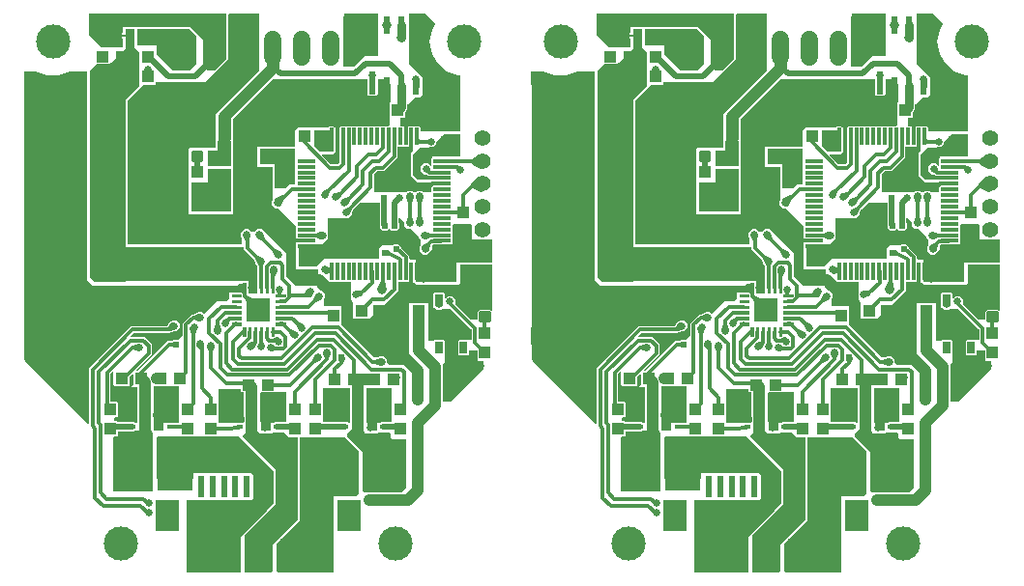
<source format=gbr>
G04 EAGLE Gerber RS-274X export*
G75*
%MOMM*%
%FSLAX34Y34*%
%LPD*%
%INTop Copper*%
%IPPOS*%
%AMOC8*
5,1,8,0,0,1.08239X$1,22.5*%
G01*
%ADD10R,1.000000X1.100000*%
%ADD11R,2.060000X1.270000*%
%ADD12C,0.067500*%
%ADD13R,2.000000X2.000000*%
%ADD14R,0.600000X1.900000*%
%ADD15R,2.100000X2.800000*%
%ADD16R,3.100000X3.500000*%
%ADD17R,1.100000X1.000000*%
%ADD18R,1.500000X0.300000*%
%ADD19R,0.300000X1.500000*%
%ADD20R,0.650000X1.050000*%
%ADD21C,0.300000*%
%ADD22R,0.620000X0.440000*%
%ADD23R,0.935000X2.800000*%
%ADD24R,1.005000X2.800000*%
%ADD25C,1.422400*%
%ADD26R,0.635000X1.270000*%
%ADD27R,0.406400X0.254000*%
%ADD28C,1.676400*%
%ADD29C,1.524000*%
%ADD30R,0.600000X1.500000*%
%ADD31C,0.147500*%
%ADD32C,3.000000*%
%ADD33C,0.654800*%
%ADD34C,0.500000*%
%ADD35C,1.000000*%
%ADD36C,0.804800*%
%ADD37C,0.609600*%
%ADD38C,0.600000*%
%ADD39C,0.800000*%
%ADD40C,0.700000*%
%ADD41C,1.100000*%

G36*
X296871Y248740D02*
X296871Y248740D01*
X296879Y248739D01*
X296968Y248760D01*
X297057Y248778D01*
X297064Y248783D01*
X297072Y248785D01*
X297146Y248839D01*
X297221Y248890D01*
X297226Y248897D01*
X297233Y248902D01*
X297279Y248981D01*
X297328Y249058D01*
X297330Y249066D01*
X297334Y249073D01*
X297362Y249238D01*
X297362Y256033D01*
X297359Y256045D01*
X297361Y256057D01*
X297340Y256142D01*
X297322Y256227D01*
X297315Y256238D01*
X297312Y256250D01*
X297216Y256386D01*
X296826Y256775D01*
X296826Y260750D01*
X297216Y261139D01*
X297222Y261150D01*
X297233Y261157D01*
X297277Y261232D01*
X297325Y261305D01*
X297328Y261318D01*
X297334Y261328D01*
X297362Y261492D01*
X297362Y269081D01*
X297360Y269090D01*
X297361Y269098D01*
X297340Y269186D01*
X297322Y269276D01*
X297317Y269283D01*
X297315Y269291D01*
X297262Y269364D01*
X297210Y269440D01*
X297203Y269445D01*
X297198Y269451D01*
X297119Y269498D01*
X297042Y269547D01*
X297034Y269549D01*
X297027Y269553D01*
X296863Y269581D01*
X268288Y269581D01*
X268279Y269579D01*
X268271Y269580D01*
X268183Y269559D01*
X268093Y269541D01*
X268086Y269536D01*
X268078Y269534D01*
X268004Y269480D01*
X267993Y269473D01*
X267993Y280194D01*
X267993Y280196D01*
X267991Y280202D01*
X267993Y280210D01*
X267972Y280299D01*
X267953Y280389D01*
X267949Y280396D01*
X267947Y280404D01*
X267893Y280477D01*
X267841Y280553D01*
X267834Y280557D01*
X267829Y280564D01*
X267751Y280610D01*
X267673Y280660D01*
X267665Y280661D01*
X267658Y280665D01*
X267494Y280693D01*
X248943Y280693D01*
X248943Y318294D01*
X248941Y318306D01*
X248942Y318319D01*
X248921Y318403D01*
X248903Y318489D01*
X248896Y318499D01*
X248893Y318511D01*
X248797Y318647D01*
X233586Y333858D01*
X233575Y333865D01*
X233568Y333875D01*
X233493Y333919D01*
X233420Y333967D01*
X233408Y333970D01*
X233397Y333976D01*
X233233Y334004D01*
X233217Y334004D01*
X233143Y334048D01*
X233070Y334096D01*
X233058Y334098D01*
X233047Y334105D01*
X232883Y334133D01*
X230581Y334133D01*
X227770Y336944D01*
X227770Y340919D01*
X228159Y341308D01*
X228166Y341319D01*
X228176Y341326D01*
X228221Y341401D01*
X228269Y341474D01*
X228271Y341486D01*
X228278Y341497D01*
X228306Y341661D01*
X228306Y369888D01*
X228304Y369896D01*
X228305Y369904D01*
X228284Y369993D01*
X228266Y370082D01*
X228261Y370089D01*
X228259Y370097D01*
X228205Y370171D01*
X228153Y370246D01*
X228146Y370251D01*
X228141Y370258D01*
X228063Y370304D01*
X227986Y370353D01*
X227978Y370355D01*
X227970Y370359D01*
X227806Y370387D01*
X214812Y370387D01*
X214812Y388438D01*
X247650Y388438D01*
X247658Y388440D01*
X247667Y388439D01*
X247755Y388460D01*
X247845Y388478D01*
X247852Y388483D01*
X247860Y388485D01*
X247933Y388539D01*
X248009Y388590D01*
X248013Y388597D01*
X248020Y388602D01*
X248067Y388681D01*
X248116Y388758D01*
X248117Y388766D01*
X248122Y388773D01*
X248149Y388938D01*
X248149Y402224D01*
X251032Y405107D01*
X276606Y405107D01*
X276619Y405110D01*
X276631Y405108D01*
X276716Y405129D01*
X276801Y405147D01*
X276812Y405154D01*
X276824Y405157D01*
X276959Y405253D01*
X277868Y406162D01*
X282132Y406162D01*
X283041Y405253D01*
X283051Y405246D01*
X283059Y405236D01*
X283133Y405192D01*
X283206Y405143D01*
X283219Y405141D01*
X283230Y405135D01*
X283394Y405107D01*
X286606Y405107D01*
X286619Y405110D01*
X286631Y405108D01*
X286716Y405129D01*
X286801Y405147D01*
X286812Y405154D01*
X286824Y405157D01*
X286959Y405253D01*
X287868Y406162D01*
X292132Y406162D01*
X292147Y406147D01*
X292154Y406142D01*
X292159Y406135D01*
X292237Y406087D01*
X292313Y406037D01*
X292321Y406035D01*
X292328Y406031D01*
X292419Y406017D01*
X292508Y406001D01*
X292517Y406002D01*
X292525Y406001D01*
X292613Y406024D01*
X292702Y406043D01*
X292709Y406048D01*
X292717Y406050D01*
X292853Y406147D01*
X292868Y406162D01*
X297132Y406162D01*
X297147Y406147D01*
X297154Y406142D01*
X297159Y406135D01*
X297237Y406087D01*
X297313Y406037D01*
X297321Y406035D01*
X297328Y406031D01*
X297419Y406017D01*
X297508Y406001D01*
X297517Y406002D01*
X297525Y406001D01*
X297613Y406024D01*
X297702Y406043D01*
X297709Y406048D01*
X297717Y406050D01*
X297853Y406147D01*
X297868Y406162D01*
X302132Y406162D01*
X302147Y406147D01*
X302154Y406142D01*
X302159Y406135D01*
X302237Y406087D01*
X302313Y406037D01*
X302321Y406035D01*
X302328Y406031D01*
X302419Y406017D01*
X302508Y406001D01*
X302517Y406002D01*
X302525Y406001D01*
X302613Y406024D01*
X302702Y406043D01*
X302709Y406048D01*
X302717Y406050D01*
X302853Y406147D01*
X302868Y406162D01*
X307132Y406162D01*
X307147Y406147D01*
X307154Y406142D01*
X307159Y406135D01*
X307237Y406087D01*
X307313Y406037D01*
X307321Y406035D01*
X307328Y406031D01*
X307419Y406017D01*
X307508Y406001D01*
X307517Y406002D01*
X307525Y406001D01*
X307613Y406024D01*
X307702Y406043D01*
X307709Y406048D01*
X307717Y406050D01*
X307853Y406147D01*
X307868Y406162D01*
X312132Y406162D01*
X312147Y406147D01*
X312154Y406142D01*
X312159Y406135D01*
X312237Y406087D01*
X312313Y406037D01*
X312321Y406035D01*
X312328Y406031D01*
X312419Y406017D01*
X312508Y406001D01*
X312517Y406002D01*
X312525Y406001D01*
X312613Y406024D01*
X312702Y406043D01*
X312709Y406048D01*
X312717Y406050D01*
X312853Y406147D01*
X312868Y406162D01*
X317132Y406162D01*
X317147Y406147D01*
X317154Y406142D01*
X317159Y406135D01*
X317237Y406087D01*
X317313Y406037D01*
X317321Y406035D01*
X317328Y406031D01*
X317419Y406017D01*
X317508Y406001D01*
X317517Y406002D01*
X317525Y406001D01*
X317613Y406024D01*
X317702Y406043D01*
X317709Y406048D01*
X317717Y406050D01*
X317853Y406147D01*
X317868Y406162D01*
X322132Y406162D01*
X322147Y406147D01*
X322154Y406142D01*
X322159Y406135D01*
X322237Y406087D01*
X322313Y406037D01*
X322321Y406035D01*
X322328Y406031D01*
X322419Y406017D01*
X322508Y406001D01*
X322517Y406002D01*
X322525Y406001D01*
X322613Y406024D01*
X322702Y406043D01*
X322709Y406048D01*
X322717Y406050D01*
X322853Y406147D01*
X322868Y406162D01*
X327132Y406162D01*
X327147Y406147D01*
X327154Y406142D01*
X327159Y406135D01*
X327237Y406087D01*
X327313Y406037D01*
X327321Y406035D01*
X327328Y406031D01*
X327419Y406017D01*
X327508Y406001D01*
X327517Y406002D01*
X327525Y406001D01*
X327613Y406024D01*
X327702Y406043D01*
X327709Y406048D01*
X327717Y406050D01*
X327853Y406147D01*
X327868Y406162D01*
X330115Y406162D01*
X330124Y406164D01*
X330132Y406163D01*
X330220Y406184D01*
X330310Y406202D01*
X330317Y406207D01*
X330325Y406209D01*
X330399Y406262D01*
X330474Y406314D01*
X330479Y406321D01*
X330486Y406326D01*
X330532Y406405D01*
X330581Y406482D01*
X330583Y406490D01*
X330587Y406497D01*
X330615Y406661D01*
X330615Y446797D01*
X330613Y446805D01*
X330614Y446813D01*
X330593Y446902D01*
X330575Y446992D01*
X330570Y446999D01*
X330568Y447007D01*
X330514Y447080D01*
X330463Y447155D01*
X330455Y447160D01*
X330450Y447167D01*
X330372Y447213D01*
X330295Y447263D01*
X330287Y447264D01*
X330279Y447268D01*
X330115Y447296D01*
X320936Y447296D01*
X320928Y447294D01*
X320920Y447296D01*
X320831Y447275D01*
X320742Y447256D01*
X320735Y447252D01*
X320727Y447250D01*
X320653Y447196D01*
X320578Y447144D01*
X320573Y447137D01*
X320566Y447132D01*
X320520Y447053D01*
X320471Y446976D01*
X320469Y446968D01*
X320465Y446961D01*
X320437Y446797D01*
X320437Y433681D01*
X319544Y432788D01*
X312281Y432788D01*
X311388Y433681D01*
X311388Y446797D01*
X311386Y446805D01*
X311387Y446813D01*
X311366Y446902D01*
X311348Y446992D01*
X311343Y446999D01*
X311341Y447007D01*
X311288Y447080D01*
X311236Y447155D01*
X311229Y447160D01*
X311224Y447167D01*
X311145Y447213D01*
X311068Y447263D01*
X311060Y447264D01*
X311053Y447268D01*
X310889Y447296D01*
X229309Y447296D01*
X229297Y447293D01*
X229284Y447295D01*
X229200Y447274D01*
X229114Y447256D01*
X229104Y447249D01*
X229092Y447246D01*
X228956Y447150D01*
X194116Y412309D01*
X194109Y412299D01*
X194099Y412291D01*
X194054Y412216D01*
X194006Y412143D01*
X194004Y412131D01*
X193997Y412120D01*
X193970Y411956D01*
X193970Y329112D01*
X154487Y329112D01*
X154487Y385556D01*
X155782Y386851D01*
X177800Y386851D01*
X177808Y386852D01*
X177817Y386851D01*
X177905Y386872D01*
X177995Y386890D01*
X178002Y386895D01*
X178010Y386897D01*
X178083Y386951D01*
X178159Y387003D01*
X178163Y387010D01*
X178170Y387015D01*
X178217Y387093D01*
X178266Y387170D01*
X178267Y387179D01*
X178272Y387186D01*
X178299Y387350D01*
X178299Y417306D01*
X216253Y455259D01*
X216260Y455270D01*
X216270Y455277D01*
X216315Y455352D01*
X216363Y455425D01*
X216365Y455438D01*
X216372Y455448D01*
X216399Y455613D01*
X216399Y504370D01*
X216398Y504378D01*
X216399Y504387D01*
X216378Y504475D01*
X216360Y504565D01*
X216355Y504572D01*
X216353Y504580D01*
X216299Y504653D01*
X216247Y504729D01*
X216240Y504733D01*
X216235Y504740D01*
X216157Y504787D01*
X216080Y504836D01*
X216071Y504837D01*
X216064Y504842D01*
X215900Y504869D01*
X190500Y504869D01*
X190492Y504868D01*
X190483Y504869D01*
X190395Y504848D01*
X190305Y504830D01*
X190298Y504825D01*
X190290Y504823D01*
X190217Y504769D01*
X190141Y504717D01*
X190137Y504710D01*
X190130Y504705D01*
X190083Y504627D01*
X190034Y504550D01*
X190033Y504541D01*
X190028Y504534D01*
X190001Y504370D01*
X190001Y465344D01*
X169656Y444999D01*
X126374Y444999D01*
X126365Y444998D01*
X126357Y444999D01*
X126269Y444978D01*
X126179Y444960D01*
X126172Y444955D01*
X126164Y444953D01*
X126090Y444899D01*
X126015Y444847D01*
X126010Y444840D01*
X126003Y444835D01*
X125957Y444757D01*
X125908Y444680D01*
X125906Y444671D01*
X125902Y444664D01*
X125874Y444500D01*
X125874Y443379D01*
X124981Y442486D01*
X115756Y442486D01*
X115743Y442484D01*
X115731Y442486D01*
X115647Y442464D01*
X115561Y442447D01*
X115550Y442439D01*
X115538Y442436D01*
X115403Y442340D01*
X101848Y428785D01*
X101841Y428775D01*
X101831Y428768D01*
X101787Y428693D01*
X101738Y428620D01*
X101736Y428607D01*
X101730Y428596D01*
X101702Y428432D01*
X101702Y303213D01*
X101704Y303204D01*
X101702Y303196D01*
X101723Y303108D01*
X101742Y303018D01*
X101746Y303011D01*
X101748Y303003D01*
X101802Y302929D01*
X101854Y302854D01*
X101861Y302849D01*
X101866Y302842D01*
X101944Y302796D01*
X102022Y302747D01*
X102030Y302745D01*
X102037Y302741D01*
X102201Y302713D01*
X200819Y302713D01*
X200827Y302715D01*
X200835Y302714D01*
X200924Y302735D01*
X201014Y302753D01*
X201021Y302758D01*
X201029Y302760D01*
X201102Y302814D01*
X201178Y302865D01*
X201182Y302872D01*
X201189Y302877D01*
X201235Y302956D01*
X201285Y303033D01*
X201286Y303041D01*
X201290Y303048D01*
X201318Y303213D01*
X201318Y308420D01*
X201316Y308432D01*
X201317Y308445D01*
X201296Y308529D01*
X201278Y308615D01*
X201271Y308625D01*
X201268Y308637D01*
X201172Y308773D01*
X200783Y309162D01*
X200783Y309902D01*
X200776Y309933D01*
X200778Y309965D01*
X200752Y310053D01*
X200743Y310097D01*
X200735Y310108D01*
X200730Y310125D01*
X200728Y310129D01*
X200757Y310215D01*
X200759Y310236D01*
X200783Y310374D01*
X200783Y313138D01*
X201172Y313527D01*
X201179Y313537D01*
X201189Y313545D01*
X201233Y313620D01*
X201282Y313693D01*
X201284Y313705D01*
X201290Y313716D01*
X201310Y313832D01*
X201373Y313848D01*
X201459Y313865D01*
X201469Y313873D01*
X201481Y313876D01*
X201617Y313972D01*
X203594Y315949D01*
X207569Y315949D01*
X209546Y313972D01*
X209556Y313965D01*
X209564Y313955D01*
X209639Y313911D01*
X209712Y313862D01*
X209724Y313860D01*
X209735Y313853D01*
X209899Y313826D01*
X212376Y313826D01*
X212389Y313828D01*
X212401Y313826D01*
X212485Y313848D01*
X212571Y313865D01*
X212582Y313873D01*
X212594Y313876D01*
X212729Y313972D01*
X214706Y315949D01*
X218681Y315949D01*
X220578Y314052D01*
X220581Y314050D01*
X220713Y313956D01*
X220878Y313876D01*
X220907Y313868D01*
X220932Y313853D01*
X221029Y313837D01*
X221071Y313826D01*
X221082Y313828D01*
X221096Y313826D01*
X222043Y313826D01*
X240801Y295068D01*
X240801Y273844D01*
X240803Y273831D01*
X240801Y273819D01*
X240823Y273735D01*
X240840Y273649D01*
X240848Y273638D01*
X240851Y273626D01*
X240947Y273491D01*
X248091Y266347D01*
X248101Y266340D01*
X248109Y266330D01*
X248184Y266286D01*
X248257Y266237D01*
X248269Y266235D01*
X248280Y266228D01*
X248444Y266201D01*
X267494Y266201D01*
X267502Y266202D01*
X267510Y266201D01*
X267599Y266222D01*
X267689Y266240D01*
X267696Y266245D01*
X267704Y266247D01*
X267777Y266301D01*
X267788Y266309D01*
X267788Y265113D01*
X267791Y265100D01*
X267789Y265088D01*
X267810Y265003D01*
X267828Y264918D01*
X267835Y264907D01*
X267838Y264895D01*
X267934Y264759D01*
X270574Y262120D01*
X270585Y262113D01*
X270592Y262103D01*
X270667Y262059D01*
X270740Y262010D01*
X270752Y262008D01*
X270763Y262001D01*
X270927Y261974D01*
X271069Y261974D01*
X273880Y259163D01*
X273880Y255187D01*
X273491Y254798D01*
X273484Y254787D01*
X273474Y254780D01*
X273429Y254705D01*
X273381Y254632D01*
X273379Y254620D01*
X273372Y254609D01*
X273345Y254445D01*
X273345Y249238D01*
X273346Y249229D01*
X273345Y249221D01*
X273366Y249133D01*
X273384Y249043D01*
X273389Y249036D01*
X273391Y249028D01*
X273445Y248954D01*
X273497Y248879D01*
X273504Y248874D01*
X273509Y248867D01*
X273587Y248821D01*
X273664Y248772D01*
X273673Y248770D01*
X273680Y248766D01*
X273844Y248738D01*
X296863Y248738D01*
X296871Y248740D01*
G37*
G36*
X741371Y248740D02*
X741371Y248740D01*
X741379Y248739D01*
X741468Y248760D01*
X741557Y248778D01*
X741564Y248783D01*
X741572Y248785D01*
X741646Y248839D01*
X741721Y248890D01*
X741726Y248897D01*
X741733Y248902D01*
X741779Y248981D01*
X741828Y249058D01*
X741830Y249066D01*
X741834Y249073D01*
X741862Y249238D01*
X741862Y256033D01*
X741859Y256045D01*
X741861Y256057D01*
X741840Y256142D01*
X741822Y256227D01*
X741815Y256238D01*
X741812Y256250D01*
X741716Y256386D01*
X741326Y256775D01*
X741326Y260750D01*
X741716Y261139D01*
X741722Y261150D01*
X741733Y261157D01*
X741777Y261232D01*
X741825Y261305D01*
X741828Y261318D01*
X741834Y261328D01*
X741862Y261492D01*
X741862Y269081D01*
X741860Y269090D01*
X741861Y269098D01*
X741840Y269186D01*
X741822Y269276D01*
X741817Y269283D01*
X741815Y269291D01*
X741762Y269364D01*
X741710Y269440D01*
X741703Y269445D01*
X741698Y269451D01*
X741619Y269498D01*
X741542Y269547D01*
X741534Y269549D01*
X741527Y269553D01*
X741363Y269581D01*
X712788Y269581D01*
X712779Y269579D01*
X712771Y269580D01*
X712683Y269559D01*
X712593Y269541D01*
X712586Y269536D01*
X712578Y269534D01*
X712504Y269480D01*
X712493Y269473D01*
X712493Y280194D01*
X712493Y280196D01*
X712491Y280202D01*
X712493Y280210D01*
X712472Y280299D01*
X712453Y280389D01*
X712449Y280396D01*
X712447Y280404D01*
X712393Y280477D01*
X712341Y280553D01*
X712334Y280557D01*
X712329Y280564D01*
X712251Y280610D01*
X712173Y280660D01*
X712165Y280661D01*
X712158Y280665D01*
X711994Y280693D01*
X693443Y280693D01*
X693443Y318294D01*
X693441Y318306D01*
X693442Y318319D01*
X693421Y318403D01*
X693403Y318489D01*
X693396Y318499D01*
X693393Y318511D01*
X693297Y318647D01*
X678086Y333858D01*
X678075Y333865D01*
X678068Y333875D01*
X677993Y333919D01*
X677920Y333967D01*
X677908Y333970D01*
X677897Y333976D01*
X677733Y334004D01*
X677717Y334004D01*
X677643Y334048D01*
X677570Y334096D01*
X677558Y334098D01*
X677547Y334105D01*
X677383Y334133D01*
X675081Y334133D01*
X672270Y336944D01*
X672270Y340919D01*
X672659Y341308D01*
X672666Y341319D01*
X672676Y341326D01*
X672721Y341401D01*
X672769Y341474D01*
X672771Y341486D01*
X672778Y341497D01*
X672806Y341661D01*
X672806Y369888D01*
X672804Y369896D01*
X672805Y369904D01*
X672784Y369993D01*
X672766Y370082D01*
X672761Y370089D01*
X672759Y370097D01*
X672705Y370171D01*
X672653Y370246D01*
X672646Y370251D01*
X672641Y370258D01*
X672563Y370304D01*
X672486Y370353D01*
X672478Y370355D01*
X672470Y370359D01*
X672306Y370387D01*
X659312Y370387D01*
X659312Y388438D01*
X692150Y388438D01*
X692158Y388440D01*
X692167Y388439D01*
X692255Y388460D01*
X692345Y388478D01*
X692352Y388483D01*
X692360Y388485D01*
X692433Y388539D01*
X692509Y388590D01*
X692513Y388597D01*
X692520Y388602D01*
X692567Y388681D01*
X692616Y388758D01*
X692617Y388766D01*
X692622Y388773D01*
X692649Y388938D01*
X692649Y402224D01*
X695532Y405107D01*
X721106Y405107D01*
X721119Y405110D01*
X721131Y405108D01*
X721216Y405129D01*
X721301Y405147D01*
X721312Y405154D01*
X721324Y405157D01*
X721459Y405253D01*
X722368Y406162D01*
X726632Y406162D01*
X727541Y405253D01*
X727551Y405246D01*
X727559Y405236D01*
X727633Y405192D01*
X727706Y405143D01*
X727719Y405141D01*
X727730Y405135D01*
X727894Y405107D01*
X731106Y405107D01*
X731119Y405110D01*
X731131Y405108D01*
X731216Y405129D01*
X731301Y405147D01*
X731312Y405154D01*
X731324Y405157D01*
X731459Y405253D01*
X732368Y406162D01*
X736632Y406162D01*
X736647Y406147D01*
X736654Y406142D01*
X736659Y406135D01*
X736737Y406087D01*
X736813Y406037D01*
X736821Y406035D01*
X736828Y406031D01*
X736919Y406017D01*
X737008Y406001D01*
X737017Y406002D01*
X737025Y406001D01*
X737113Y406024D01*
X737202Y406043D01*
X737209Y406048D01*
X737217Y406050D01*
X737353Y406147D01*
X737368Y406162D01*
X741632Y406162D01*
X741647Y406147D01*
X741654Y406142D01*
X741659Y406135D01*
X741737Y406087D01*
X741813Y406037D01*
X741821Y406035D01*
X741828Y406031D01*
X741919Y406017D01*
X742008Y406001D01*
X742017Y406002D01*
X742025Y406001D01*
X742113Y406024D01*
X742202Y406043D01*
X742209Y406048D01*
X742217Y406050D01*
X742353Y406147D01*
X742368Y406162D01*
X746632Y406162D01*
X746647Y406147D01*
X746654Y406142D01*
X746659Y406135D01*
X746737Y406087D01*
X746813Y406037D01*
X746821Y406035D01*
X746828Y406031D01*
X746919Y406017D01*
X747008Y406001D01*
X747017Y406002D01*
X747025Y406001D01*
X747113Y406024D01*
X747202Y406043D01*
X747209Y406048D01*
X747217Y406050D01*
X747353Y406147D01*
X747368Y406162D01*
X751632Y406162D01*
X751647Y406147D01*
X751654Y406142D01*
X751659Y406135D01*
X751737Y406087D01*
X751813Y406037D01*
X751821Y406035D01*
X751828Y406031D01*
X751919Y406017D01*
X752008Y406001D01*
X752017Y406002D01*
X752025Y406001D01*
X752113Y406024D01*
X752202Y406043D01*
X752209Y406048D01*
X752217Y406050D01*
X752353Y406147D01*
X752368Y406162D01*
X756632Y406162D01*
X756647Y406147D01*
X756654Y406142D01*
X756659Y406135D01*
X756737Y406087D01*
X756813Y406037D01*
X756821Y406035D01*
X756828Y406031D01*
X756919Y406017D01*
X757008Y406001D01*
X757017Y406002D01*
X757025Y406001D01*
X757113Y406024D01*
X757202Y406043D01*
X757209Y406048D01*
X757217Y406050D01*
X757353Y406147D01*
X757368Y406162D01*
X761632Y406162D01*
X761647Y406147D01*
X761654Y406142D01*
X761659Y406135D01*
X761737Y406087D01*
X761813Y406037D01*
X761821Y406035D01*
X761828Y406031D01*
X761919Y406017D01*
X762008Y406001D01*
X762017Y406002D01*
X762025Y406001D01*
X762113Y406024D01*
X762202Y406043D01*
X762209Y406048D01*
X762217Y406050D01*
X762353Y406147D01*
X762368Y406162D01*
X766632Y406162D01*
X766647Y406147D01*
X766654Y406142D01*
X766659Y406135D01*
X766737Y406087D01*
X766813Y406037D01*
X766821Y406035D01*
X766828Y406031D01*
X766919Y406017D01*
X767008Y406001D01*
X767017Y406002D01*
X767025Y406001D01*
X767113Y406024D01*
X767202Y406043D01*
X767209Y406048D01*
X767217Y406050D01*
X767353Y406147D01*
X767368Y406162D01*
X771632Y406162D01*
X771647Y406147D01*
X771654Y406142D01*
X771659Y406135D01*
X771737Y406087D01*
X771813Y406037D01*
X771821Y406035D01*
X771828Y406031D01*
X771919Y406017D01*
X772008Y406001D01*
X772017Y406002D01*
X772025Y406001D01*
X772113Y406024D01*
X772202Y406043D01*
X772209Y406048D01*
X772217Y406050D01*
X772353Y406147D01*
X772368Y406162D01*
X774615Y406162D01*
X774624Y406164D01*
X774632Y406163D01*
X774720Y406184D01*
X774810Y406202D01*
X774817Y406207D01*
X774825Y406209D01*
X774899Y406262D01*
X774974Y406314D01*
X774979Y406321D01*
X774986Y406326D01*
X775032Y406405D01*
X775081Y406482D01*
X775083Y406490D01*
X775087Y406497D01*
X775115Y406661D01*
X775115Y446797D01*
X775113Y446805D01*
X775114Y446813D01*
X775093Y446902D01*
X775075Y446992D01*
X775070Y446999D01*
X775068Y447007D01*
X775014Y447080D01*
X774963Y447155D01*
X774955Y447160D01*
X774950Y447167D01*
X774872Y447213D01*
X774795Y447263D01*
X774787Y447264D01*
X774779Y447268D01*
X774615Y447296D01*
X765436Y447296D01*
X765428Y447294D01*
X765420Y447296D01*
X765331Y447275D01*
X765242Y447256D01*
X765235Y447252D01*
X765227Y447250D01*
X765153Y447196D01*
X765078Y447144D01*
X765073Y447137D01*
X765066Y447132D01*
X765020Y447053D01*
X764971Y446976D01*
X764969Y446968D01*
X764965Y446961D01*
X764937Y446797D01*
X764937Y433681D01*
X764044Y432788D01*
X756781Y432788D01*
X755888Y433681D01*
X755888Y446797D01*
X755886Y446805D01*
X755887Y446813D01*
X755866Y446902D01*
X755848Y446992D01*
X755843Y446999D01*
X755841Y447007D01*
X755788Y447080D01*
X755736Y447155D01*
X755729Y447160D01*
X755724Y447167D01*
X755645Y447213D01*
X755568Y447263D01*
X755560Y447264D01*
X755553Y447268D01*
X755389Y447296D01*
X673809Y447296D01*
X673797Y447293D01*
X673784Y447295D01*
X673700Y447274D01*
X673614Y447256D01*
X673604Y447249D01*
X673592Y447246D01*
X673456Y447150D01*
X638616Y412309D01*
X638609Y412299D01*
X638599Y412291D01*
X638554Y412216D01*
X638506Y412143D01*
X638504Y412131D01*
X638497Y412120D01*
X638470Y411956D01*
X638470Y329112D01*
X598987Y329112D01*
X598987Y385556D01*
X600282Y386851D01*
X622300Y386851D01*
X622308Y386852D01*
X622317Y386851D01*
X622405Y386872D01*
X622495Y386890D01*
X622502Y386895D01*
X622510Y386897D01*
X622583Y386951D01*
X622659Y387003D01*
X622663Y387010D01*
X622670Y387015D01*
X622717Y387093D01*
X622766Y387170D01*
X622767Y387179D01*
X622772Y387186D01*
X622799Y387350D01*
X622799Y417306D01*
X660753Y455259D01*
X660760Y455270D01*
X660770Y455277D01*
X660815Y455352D01*
X660863Y455425D01*
X660865Y455438D01*
X660872Y455448D01*
X660899Y455613D01*
X660899Y504370D01*
X660898Y504378D01*
X660899Y504387D01*
X660878Y504475D01*
X660860Y504565D01*
X660855Y504572D01*
X660853Y504580D01*
X660799Y504653D01*
X660747Y504729D01*
X660740Y504733D01*
X660735Y504740D01*
X660657Y504787D01*
X660580Y504836D01*
X660571Y504837D01*
X660564Y504842D01*
X660400Y504869D01*
X635000Y504869D01*
X634992Y504868D01*
X634983Y504869D01*
X634895Y504848D01*
X634805Y504830D01*
X634798Y504825D01*
X634790Y504823D01*
X634717Y504769D01*
X634641Y504717D01*
X634637Y504710D01*
X634630Y504705D01*
X634583Y504627D01*
X634534Y504550D01*
X634533Y504541D01*
X634528Y504534D01*
X634501Y504370D01*
X634501Y465344D01*
X614156Y444999D01*
X570874Y444999D01*
X570865Y444998D01*
X570857Y444999D01*
X570769Y444978D01*
X570679Y444960D01*
X570672Y444955D01*
X570664Y444953D01*
X570590Y444899D01*
X570515Y444847D01*
X570510Y444840D01*
X570503Y444835D01*
X570457Y444757D01*
X570408Y444680D01*
X570406Y444671D01*
X570402Y444664D01*
X570374Y444500D01*
X570374Y443379D01*
X569481Y442486D01*
X560256Y442486D01*
X560243Y442484D01*
X560231Y442486D01*
X560147Y442464D01*
X560061Y442447D01*
X560050Y442439D01*
X560038Y442436D01*
X559903Y442340D01*
X546348Y428785D01*
X546341Y428775D01*
X546331Y428768D01*
X546287Y428693D01*
X546238Y428620D01*
X546236Y428607D01*
X546230Y428596D01*
X546202Y428432D01*
X546202Y303213D01*
X546204Y303204D01*
X546202Y303196D01*
X546223Y303108D01*
X546242Y303018D01*
X546246Y303011D01*
X546248Y303003D01*
X546302Y302929D01*
X546354Y302854D01*
X546361Y302849D01*
X546366Y302842D01*
X546444Y302796D01*
X546522Y302747D01*
X546530Y302745D01*
X546537Y302741D01*
X546701Y302713D01*
X645319Y302713D01*
X645327Y302715D01*
X645335Y302714D01*
X645424Y302735D01*
X645514Y302753D01*
X645521Y302758D01*
X645529Y302760D01*
X645602Y302814D01*
X645678Y302865D01*
X645682Y302872D01*
X645689Y302877D01*
X645735Y302956D01*
X645785Y303033D01*
X645786Y303041D01*
X645790Y303048D01*
X645818Y303213D01*
X645818Y308420D01*
X645816Y308432D01*
X645817Y308445D01*
X645796Y308529D01*
X645778Y308615D01*
X645771Y308625D01*
X645768Y308637D01*
X645672Y308773D01*
X645283Y309162D01*
X645283Y309902D01*
X645276Y309933D01*
X645278Y309965D01*
X645252Y310053D01*
X645243Y310097D01*
X645235Y310108D01*
X645230Y310125D01*
X645228Y310129D01*
X645257Y310215D01*
X645259Y310236D01*
X645283Y310374D01*
X645283Y313138D01*
X645672Y313527D01*
X645679Y313537D01*
X645689Y313545D01*
X645733Y313620D01*
X645782Y313693D01*
X645784Y313705D01*
X645790Y313716D01*
X645810Y313832D01*
X645873Y313848D01*
X645959Y313865D01*
X645969Y313873D01*
X645981Y313876D01*
X646117Y313972D01*
X648094Y315949D01*
X652069Y315949D01*
X654046Y313972D01*
X654056Y313965D01*
X654064Y313955D01*
X654139Y313911D01*
X654212Y313862D01*
X654224Y313860D01*
X654235Y313853D01*
X654399Y313826D01*
X656876Y313826D01*
X656889Y313828D01*
X656901Y313826D01*
X656985Y313848D01*
X657071Y313865D01*
X657082Y313873D01*
X657094Y313876D01*
X657229Y313972D01*
X659206Y315949D01*
X663181Y315949D01*
X665078Y314052D01*
X665081Y314050D01*
X665213Y313956D01*
X665378Y313876D01*
X665407Y313869D01*
X665432Y313853D01*
X665529Y313837D01*
X665571Y313826D01*
X665582Y313828D01*
X665596Y313826D01*
X666543Y313826D01*
X685301Y295068D01*
X685301Y273844D01*
X685303Y273831D01*
X685301Y273819D01*
X685323Y273735D01*
X685340Y273649D01*
X685348Y273638D01*
X685351Y273626D01*
X685447Y273491D01*
X692591Y266347D01*
X692601Y266340D01*
X692609Y266330D01*
X692684Y266286D01*
X692757Y266237D01*
X692769Y266235D01*
X692780Y266228D01*
X692944Y266201D01*
X711994Y266201D01*
X712002Y266202D01*
X712010Y266201D01*
X712099Y266222D01*
X712189Y266240D01*
X712196Y266245D01*
X712204Y266247D01*
X712277Y266301D01*
X712288Y266309D01*
X712288Y265113D01*
X712291Y265100D01*
X712289Y265088D01*
X712310Y265003D01*
X712328Y264918D01*
X712335Y264907D01*
X712338Y264895D01*
X712434Y264759D01*
X715074Y262120D01*
X715085Y262113D01*
X715092Y262103D01*
X715167Y262059D01*
X715240Y262010D01*
X715252Y262008D01*
X715263Y262001D01*
X715427Y261974D01*
X715569Y261974D01*
X718380Y259163D01*
X718380Y255187D01*
X717991Y254798D01*
X717984Y254787D01*
X717974Y254780D01*
X717929Y254705D01*
X717881Y254632D01*
X717879Y254620D01*
X717872Y254609D01*
X717845Y254445D01*
X717845Y249238D01*
X717846Y249229D01*
X717845Y249221D01*
X717866Y249133D01*
X717884Y249043D01*
X717889Y249036D01*
X717891Y249028D01*
X717945Y248954D01*
X717997Y248879D01*
X718004Y248874D01*
X718009Y248867D01*
X718087Y248821D01*
X718164Y248772D01*
X718173Y248770D01*
X718180Y248766D01*
X718344Y248738D01*
X741363Y248738D01*
X741371Y248740D01*
G37*
G36*
X511632Y144874D02*
X511632Y144874D01*
X511636Y144873D01*
X511728Y144895D01*
X511822Y144916D01*
X511826Y144918D01*
X511830Y144919D01*
X511906Y144975D01*
X511984Y145031D01*
X511986Y145035D01*
X511990Y145037D01*
X512038Y145119D01*
X512089Y145200D01*
X512089Y145204D01*
X512091Y145208D01*
X512119Y145372D01*
X512119Y194134D01*
X548816Y230831D01*
X579977Y230831D01*
X580020Y230840D01*
X580089Y230844D01*
X580252Y230881D01*
X580332Y230917D01*
X580414Y230950D01*
X580424Y230959D01*
X580433Y230963D01*
X580462Y230994D01*
X580536Y231063D01*
X581679Y232547D01*
X581714Y232619D01*
X581755Y232687D01*
X581759Y232709D01*
X581766Y232725D01*
X581769Y232770D01*
X581783Y232851D01*
X581783Y233036D01*
X582946Y234199D01*
X582961Y234222D01*
X582988Y234247D01*
X583543Y234968D01*
X583572Y234972D01*
X583648Y234998D01*
X583725Y235018D01*
X583744Y235031D01*
X583760Y235036D01*
X583794Y235066D01*
X583861Y235114D01*
X584594Y235847D01*
X588569Y235847D01*
X591380Y233036D01*
X591380Y229060D01*
X588569Y226249D01*
X587180Y226249D01*
X587138Y226241D01*
X587069Y226237D01*
X586961Y226212D01*
X584070Y225550D01*
X583989Y225513D01*
X583908Y225481D01*
X583898Y225472D01*
X583889Y225467D01*
X583860Y225437D01*
X583797Y225378D01*
X583740Y225370D01*
X583665Y225344D01*
X583587Y225325D01*
X583569Y225312D01*
X583552Y225306D01*
X583519Y225276D01*
X583452Y225228D01*
X583005Y224782D01*
X551528Y224782D01*
X551516Y224779D01*
X551504Y224781D01*
X551419Y224759D01*
X551334Y224742D01*
X551323Y224735D01*
X551311Y224732D01*
X551175Y224635D01*
X548698Y222158D01*
X548696Y222155D01*
X548693Y222152D01*
X548642Y222073D01*
X548589Y221992D01*
X548588Y221988D01*
X548586Y221985D01*
X548570Y221891D01*
X548552Y221797D01*
X548553Y221793D01*
X548552Y221789D01*
X548574Y221697D01*
X548595Y221603D01*
X548597Y221599D01*
X548598Y221595D01*
X548654Y221519D01*
X548710Y221441D01*
X548714Y221439D01*
X548716Y221435D01*
X548798Y221387D01*
X548880Y221336D01*
X548884Y221336D01*
X548887Y221334D01*
X549051Y221306D01*
X560847Y221306D01*
X565463Y216690D01*
X567381Y214772D01*
X567381Y205685D01*
X565463Y203767D01*
X554017Y192321D01*
X554015Y192317D01*
X554011Y192315D01*
X553960Y192235D01*
X553907Y192155D01*
X553907Y192151D01*
X553904Y192147D01*
X553888Y192054D01*
X553871Y191959D01*
X553872Y191955D01*
X553871Y191951D01*
X553893Y191859D01*
X553914Y191765D01*
X553916Y191762D01*
X553917Y191758D01*
X553973Y191682D01*
X554029Y191603D01*
X554033Y191601D01*
X554035Y191598D01*
X554117Y191549D01*
X554198Y191499D01*
X554202Y191498D01*
X554206Y191496D01*
X554370Y191468D01*
X554490Y191468D01*
X554503Y191471D01*
X554515Y191469D01*
X554599Y191491D01*
X554685Y191508D01*
X554696Y191515D01*
X554708Y191518D01*
X554843Y191615D01*
X580963Y217734D01*
X584917Y217734D01*
X584929Y217737D01*
X584942Y217735D01*
X585026Y217756D01*
X585112Y217774D01*
X585122Y217781D01*
X585134Y217784D01*
X585270Y217880D01*
X586275Y218885D01*
X590066Y218885D01*
X590078Y218888D01*
X590091Y218886D01*
X590175Y218907D01*
X590261Y218925D01*
X590271Y218932D01*
X590283Y218935D01*
X590419Y219031D01*
X593968Y222580D01*
X593975Y222591D01*
X593985Y222598D01*
X594029Y222673D01*
X594077Y222746D01*
X594080Y222758D01*
X594086Y222769D01*
X594114Y222933D01*
X594114Y233266D01*
X601997Y241150D01*
X603561Y241150D01*
X603587Y241155D01*
X603613Y241153D01*
X603716Y241181D01*
X603756Y241189D01*
X603763Y241194D01*
X603774Y241197D01*
X604197Y241397D01*
X604268Y241387D01*
X604355Y241370D01*
X604368Y241372D01*
X604378Y241371D01*
X604419Y241381D01*
X604519Y241399D01*
X606862Y242240D01*
X606884Y242254D01*
X606910Y242261D01*
X606997Y242323D01*
X607032Y242344D01*
X607037Y242351D01*
X607046Y242357D01*
X607612Y242924D01*
X608678Y242924D01*
X608680Y242924D01*
X608683Y242924D01*
X608846Y242953D01*
X609158Y243065D01*
X609356Y242971D01*
X609381Y242965D01*
X609404Y242951D01*
X609510Y242934D01*
X609549Y242924D01*
X609558Y242926D01*
X609569Y242924D01*
X611588Y242924D01*
X612596Y241915D01*
X612603Y241910D01*
X612608Y241904D01*
X612686Y241856D01*
X612762Y241805D01*
X612770Y241804D01*
X612778Y241799D01*
X612867Y241786D01*
X612958Y241769D01*
X612966Y241771D01*
X612974Y241769D01*
X613062Y241792D01*
X613152Y241812D01*
X613159Y241817D01*
X613167Y241819D01*
X613302Y241915D01*
X624094Y252707D01*
X631825Y252707D01*
X631837Y252710D01*
X631850Y252708D01*
X631934Y252729D01*
X632020Y252747D01*
X632030Y252754D01*
X632042Y252757D01*
X632178Y252853D01*
X634559Y255234D01*
X634566Y255245D01*
X634576Y255252D01*
X634621Y255327D01*
X634669Y255400D01*
X634671Y255413D01*
X634678Y255423D01*
X634706Y255588D01*
X634706Y260645D01*
X649288Y260645D01*
X649296Y260646D01*
X649304Y260645D01*
X649393Y260666D01*
X649482Y260684D01*
X649489Y260689D01*
X649497Y260691D01*
X649571Y260745D01*
X649646Y260797D01*
X649651Y260804D01*
X649658Y260809D01*
X649704Y260887D01*
X649753Y260964D01*
X649755Y260973D01*
X649759Y260980D01*
X649787Y261144D01*
X649787Y267494D01*
X649785Y267502D01*
X649786Y267510D01*
X649765Y267599D01*
X649747Y267689D01*
X649742Y267696D01*
X649740Y267704D01*
X649687Y267777D01*
X649635Y267853D01*
X649628Y267857D01*
X649623Y267864D01*
X649544Y267910D01*
X649467Y267960D01*
X649459Y267961D01*
X649452Y267965D01*
X649288Y267993D01*
X643731Y267993D01*
X643719Y267991D01*
X643706Y267992D01*
X643622Y267971D01*
X643536Y267953D01*
X643526Y267946D01*
X643514Y267943D01*
X643378Y267847D01*
X641937Y266406D01*
X515351Y266406D01*
X510087Y271669D01*
X510087Y454025D01*
X510085Y454033D01*
X510086Y454042D01*
X510065Y454130D01*
X510047Y454220D01*
X510042Y454227D01*
X510040Y454235D01*
X509987Y454308D01*
X509935Y454384D01*
X509928Y454388D01*
X509923Y454395D01*
X509844Y454442D01*
X509767Y454491D01*
X509759Y454492D01*
X509752Y454497D01*
X509588Y454524D01*
X496280Y454524D01*
X496192Y454506D01*
X496103Y454492D01*
X496094Y454486D01*
X496086Y454485D01*
X496053Y454462D01*
X495960Y454407D01*
X495499Y454021D01*
X485709Y450458D01*
X475291Y450458D01*
X465501Y454021D01*
X465040Y454407D01*
X464961Y454451D01*
X464884Y454497D01*
X464873Y454498D01*
X464866Y454502D01*
X464826Y454506D01*
X464719Y454524D01*
X455210Y454524D01*
X455202Y454523D01*
X455193Y454524D01*
X455105Y454503D01*
X455015Y454485D01*
X455008Y454480D01*
X455000Y454478D01*
X454927Y454424D01*
X454851Y454372D01*
X454847Y454365D01*
X454840Y454360D01*
X454793Y454282D01*
X454744Y454205D01*
X454743Y454196D01*
X454738Y454189D01*
X454711Y454025D01*
X454711Y443252D01*
X454713Y443240D01*
X454711Y443227D01*
X454733Y443143D01*
X454750Y443057D01*
X454757Y443047D01*
X454761Y443035D01*
X454857Y442899D01*
X455631Y442125D01*
X455631Y230547D01*
X454857Y229773D01*
X454850Y229762D01*
X454840Y229755D01*
X454795Y229680D01*
X454747Y229607D01*
X454745Y229595D01*
X454738Y229584D01*
X454711Y229420D01*
X454711Y215924D01*
X454713Y215912D01*
X454711Y215899D01*
X454733Y215815D01*
X454750Y215729D01*
X454757Y215719D01*
X454761Y215707D01*
X454857Y215571D01*
X455631Y214797D01*
X455631Y202672D01*
X455635Y202651D01*
X455633Y202623D01*
X455717Y201770D01*
X455729Y201732D01*
X455753Y201628D01*
X456405Y200053D01*
X456428Y200020D01*
X456481Y199927D01*
X457024Y199265D01*
X457041Y199252D01*
X457057Y199229D01*
X509550Y146736D01*
X511175Y145110D01*
X511267Y145019D01*
X511270Y145017D01*
X511273Y145013D01*
X511353Y144962D01*
X511433Y144909D01*
X511437Y144909D01*
X511440Y144906D01*
X511534Y144890D01*
X511628Y144873D01*
X511632Y144874D01*
G37*
G36*
X67132Y144874D02*
X67132Y144874D01*
X67136Y144873D01*
X67228Y144895D01*
X67322Y144916D01*
X67326Y144918D01*
X67330Y144919D01*
X67406Y144975D01*
X67484Y145031D01*
X67486Y145035D01*
X67490Y145037D01*
X67538Y145118D01*
X67588Y145200D01*
X67589Y145204D01*
X67591Y145208D01*
X67619Y145372D01*
X67619Y194134D01*
X102398Y228913D01*
X104316Y230831D01*
X135477Y230831D01*
X135520Y230840D01*
X135589Y230844D01*
X135752Y230881D01*
X135832Y230917D01*
X135914Y230950D01*
X135924Y230959D01*
X135933Y230963D01*
X135962Y230994D01*
X136036Y231063D01*
X137179Y232547D01*
X137214Y232619D01*
X137255Y232687D01*
X137259Y232709D01*
X137266Y232725D01*
X137269Y232770D01*
X137283Y232851D01*
X137283Y233036D01*
X138446Y234199D01*
X138461Y234222D01*
X138488Y234247D01*
X139043Y234968D01*
X139072Y234972D01*
X139148Y234998D01*
X139225Y235018D01*
X139244Y235031D01*
X139260Y235036D01*
X139294Y235066D01*
X139361Y235114D01*
X140094Y235847D01*
X144069Y235847D01*
X146880Y233036D01*
X146880Y229060D01*
X144069Y226249D01*
X142680Y226249D01*
X142638Y226241D01*
X142569Y226237D01*
X142461Y226212D01*
X139570Y225550D01*
X139490Y225513D01*
X139408Y225480D01*
X139398Y225472D01*
X139389Y225467D01*
X139360Y225437D01*
X139297Y225378D01*
X139240Y225370D01*
X139165Y225344D01*
X139087Y225325D01*
X139069Y225312D01*
X139052Y225306D01*
X139019Y225276D01*
X138952Y225228D01*
X138505Y224782D01*
X107028Y224782D01*
X107016Y224779D01*
X107004Y224781D01*
X106919Y224759D01*
X106834Y224742D01*
X106823Y224735D01*
X106811Y224732D01*
X106675Y224635D01*
X104198Y222158D01*
X104196Y222155D01*
X104193Y222152D01*
X104141Y222072D01*
X104089Y221992D01*
X104088Y221988D01*
X104086Y221985D01*
X104070Y221891D01*
X104052Y221797D01*
X104053Y221793D01*
X104052Y221789D01*
X104074Y221697D01*
X104095Y221603D01*
X104097Y221599D01*
X104098Y221595D01*
X104154Y221519D01*
X104210Y221441D01*
X104214Y221439D01*
X104216Y221435D01*
X104298Y221387D01*
X104380Y221336D01*
X104384Y221336D01*
X104387Y221334D01*
X104551Y221306D01*
X116347Y221306D01*
X122881Y214772D01*
X122881Y205685D01*
X120963Y203767D01*
X109517Y192321D01*
X109515Y192317D01*
X109511Y192315D01*
X109460Y192235D01*
X109407Y192155D01*
X109407Y192151D01*
X109404Y192147D01*
X109388Y192054D01*
X109371Y191959D01*
X109372Y191955D01*
X109371Y191951D01*
X109393Y191859D01*
X109414Y191765D01*
X109416Y191762D01*
X109417Y191758D01*
X109473Y191682D01*
X109529Y191603D01*
X109533Y191601D01*
X109535Y191598D01*
X109617Y191549D01*
X109698Y191499D01*
X109702Y191498D01*
X109706Y191496D01*
X109870Y191468D01*
X109990Y191468D01*
X110003Y191471D01*
X110015Y191469D01*
X110099Y191491D01*
X110185Y191508D01*
X110196Y191515D01*
X110208Y191518D01*
X110343Y191615D01*
X112168Y193440D01*
X136463Y217734D01*
X140417Y217734D01*
X140429Y217737D01*
X140442Y217735D01*
X140526Y217756D01*
X140612Y217774D01*
X140622Y217781D01*
X140634Y217784D01*
X140770Y217880D01*
X141775Y218885D01*
X145566Y218885D01*
X145578Y218888D01*
X145591Y218886D01*
X145675Y218907D01*
X145761Y218925D01*
X145771Y218932D01*
X145783Y218935D01*
X145919Y219031D01*
X149468Y222580D01*
X149475Y222591D01*
X149485Y222598D01*
X149529Y222673D01*
X149577Y222746D01*
X149580Y222758D01*
X149586Y222769D01*
X149614Y222933D01*
X149614Y233266D01*
X157497Y241150D01*
X159061Y241150D01*
X159087Y241155D01*
X159113Y241153D01*
X159216Y241181D01*
X159256Y241189D01*
X159263Y241194D01*
X159274Y241197D01*
X159697Y241397D01*
X159768Y241387D01*
X159855Y241370D01*
X159868Y241372D01*
X159878Y241371D01*
X159919Y241381D01*
X160019Y241399D01*
X162362Y242240D01*
X162384Y242254D01*
X162410Y242261D01*
X162497Y242323D01*
X162532Y242344D01*
X162537Y242351D01*
X162546Y242357D01*
X163112Y242924D01*
X164178Y242924D01*
X164180Y242924D01*
X164183Y242924D01*
X164346Y242953D01*
X164658Y243065D01*
X164856Y242971D01*
X164881Y242965D01*
X164904Y242951D01*
X165010Y242934D01*
X165049Y242924D01*
X165058Y242926D01*
X165069Y242924D01*
X167088Y242924D01*
X168096Y241915D01*
X168103Y241910D01*
X168108Y241904D01*
X168186Y241856D01*
X168262Y241805D01*
X168270Y241804D01*
X168278Y241799D01*
X168367Y241786D01*
X168458Y241769D01*
X168466Y241771D01*
X168474Y241769D01*
X168562Y241792D01*
X168652Y241812D01*
X168659Y241817D01*
X168667Y241819D01*
X168802Y241915D01*
X179594Y252707D01*
X187325Y252707D01*
X187337Y252710D01*
X187350Y252708D01*
X187434Y252729D01*
X187520Y252747D01*
X187530Y252754D01*
X187542Y252757D01*
X187678Y252853D01*
X190059Y255234D01*
X190066Y255245D01*
X190076Y255252D01*
X190121Y255327D01*
X190169Y255400D01*
X190171Y255413D01*
X190178Y255423D01*
X190206Y255588D01*
X190206Y260645D01*
X204788Y260645D01*
X204796Y260646D01*
X204804Y260645D01*
X204893Y260666D01*
X204982Y260684D01*
X204989Y260689D01*
X204997Y260691D01*
X205071Y260745D01*
X205146Y260797D01*
X205151Y260804D01*
X205158Y260809D01*
X205204Y260887D01*
X205253Y260964D01*
X205255Y260973D01*
X205259Y260980D01*
X205287Y261144D01*
X205287Y267494D01*
X205285Y267502D01*
X205286Y267510D01*
X205265Y267599D01*
X205247Y267689D01*
X205242Y267696D01*
X205240Y267704D01*
X205187Y267777D01*
X205135Y267853D01*
X205128Y267857D01*
X205123Y267864D01*
X205044Y267910D01*
X204967Y267960D01*
X204959Y267961D01*
X204952Y267965D01*
X204788Y267993D01*
X199231Y267993D01*
X199219Y267991D01*
X199206Y267992D01*
X199122Y267971D01*
X199036Y267953D01*
X199026Y267946D01*
X199014Y267943D01*
X198878Y267847D01*
X197437Y266406D01*
X70851Y266406D01*
X65587Y271669D01*
X65587Y454025D01*
X65585Y454033D01*
X65586Y454042D01*
X65565Y454130D01*
X65547Y454220D01*
X65542Y454227D01*
X65540Y454235D01*
X65487Y454308D01*
X65435Y454384D01*
X65428Y454388D01*
X65423Y454395D01*
X65344Y454442D01*
X65267Y454491D01*
X65259Y454492D01*
X65252Y454497D01*
X65088Y454524D01*
X51780Y454524D01*
X51692Y454506D01*
X51603Y454492D01*
X51594Y454486D01*
X51586Y454485D01*
X51553Y454462D01*
X51460Y454407D01*
X50999Y454021D01*
X41209Y450458D01*
X30791Y450458D01*
X21001Y454021D01*
X20540Y454407D01*
X20461Y454451D01*
X20384Y454497D01*
X20373Y454498D01*
X20366Y454502D01*
X20326Y454506D01*
X20219Y454524D01*
X11630Y454524D01*
X11622Y454523D01*
X11613Y454524D01*
X11525Y454503D01*
X11435Y454485D01*
X11428Y454480D01*
X11420Y454478D01*
X11347Y454424D01*
X11271Y454372D01*
X11267Y454365D01*
X11260Y454360D01*
X11213Y454282D01*
X11164Y454205D01*
X11163Y454196D01*
X11158Y454189D01*
X11131Y454025D01*
X11131Y202672D01*
X11135Y202651D01*
X11133Y202623D01*
X11217Y201770D01*
X11229Y201732D01*
X11253Y201628D01*
X11905Y200053D01*
X11928Y200020D01*
X11981Y199927D01*
X12524Y199265D01*
X12541Y199251D01*
X12557Y199229D01*
X65050Y146736D01*
X66699Y145087D01*
X66767Y145019D01*
X66770Y145017D01*
X66773Y145013D01*
X66853Y144962D01*
X66932Y144909D01*
X66937Y144909D01*
X66940Y144906D01*
X67033Y144891D01*
X67128Y144873D01*
X67132Y144874D01*
G37*
G36*
X658821Y259059D02*
X658821Y259059D01*
X658829Y259057D01*
X658918Y259078D01*
X659007Y259097D01*
X659014Y259101D01*
X659022Y259103D01*
X659096Y259157D01*
X659171Y259209D01*
X659176Y259216D01*
X659183Y259221D01*
X659229Y259300D01*
X659278Y259377D01*
X659280Y259385D01*
X659284Y259392D01*
X659312Y259556D01*
X659312Y283081D01*
X659307Y283105D01*
X659309Y283129D01*
X659279Y283240D01*
X659272Y283276D01*
X659268Y283281D01*
X659266Y283289D01*
X658642Y284646D01*
X658639Y284650D01*
X658638Y284655D01*
X658542Y284791D01*
X657807Y285525D01*
X657807Y286326D01*
X657802Y286352D01*
X657804Y286379D01*
X657775Y286482D01*
X657767Y286521D01*
X657762Y286529D01*
X657759Y286539D01*
X657643Y286786D01*
X656697Y288791D01*
X656645Y288861D01*
X656595Y288934D01*
X656585Y288942D01*
X656578Y288950D01*
X656542Y288971D01*
X656471Y289021D01*
X656313Y289460D01*
X656299Y289483D01*
X656293Y289509D01*
X656231Y289596D01*
X656210Y289630D01*
X656203Y289636D01*
X656197Y289645D01*
X647675Y298166D01*
X647675Y299244D01*
X647673Y299252D01*
X647674Y299260D01*
X647653Y299349D01*
X647635Y299439D01*
X647630Y299446D01*
X647628Y299454D01*
X647575Y299527D01*
X647523Y299603D01*
X647516Y299607D01*
X647511Y299614D01*
X647432Y299660D01*
X647355Y299710D01*
X647347Y299711D01*
X647340Y299715D01*
X647176Y299743D01*
X544316Y299743D01*
X544316Y429766D01*
X555826Y441276D01*
X555831Y441284D01*
X555839Y441290D01*
X555886Y441367D01*
X555936Y441442D01*
X555938Y441452D01*
X555943Y441460D01*
X555972Y441624D01*
X556017Y445670D01*
X556043Y445689D01*
X556119Y445740D01*
X556123Y445747D01*
X556130Y445752D01*
X556177Y445831D01*
X556226Y445908D01*
X556227Y445916D01*
X556232Y445923D01*
X556259Y446088D01*
X556259Y470863D01*
X556257Y470875D01*
X556259Y470888D01*
X556237Y470972D01*
X556220Y471058D01*
X556212Y471068D01*
X556209Y471080D01*
X556113Y471216D01*
X552223Y475106D01*
X552223Y491293D01*
X552221Y491301D01*
X552223Y491309D01*
X552202Y491398D01*
X552183Y491488D01*
X552179Y491495D01*
X552177Y491503D01*
X552123Y491576D01*
X552071Y491652D01*
X552064Y491656D01*
X552059Y491663D01*
X551981Y491709D01*
X551903Y491759D01*
X551895Y491760D01*
X551888Y491764D01*
X551724Y491792D01*
X544513Y491792D01*
X544504Y491790D01*
X544496Y491792D01*
X544408Y491771D01*
X544318Y491753D01*
X544311Y491748D01*
X544303Y491746D01*
X544229Y491692D01*
X544154Y491640D01*
X544149Y491633D01*
X544142Y491628D01*
X544096Y491550D01*
X544047Y491472D01*
X544045Y491464D01*
X544041Y491457D01*
X544013Y491293D01*
X544013Y488737D01*
X544015Y488729D01*
X544014Y488720D01*
X544035Y488632D01*
X544053Y488542D01*
X544058Y488535D01*
X544060Y488527D01*
X544114Y488454D01*
X544165Y488378D01*
X544172Y488374D01*
X544177Y488367D01*
X544256Y488320D01*
X544333Y488271D01*
X544341Y488270D01*
X544348Y488265D01*
X544513Y488238D01*
X545431Y488238D01*
X546324Y487344D01*
X546324Y483541D01*
X545431Y482648D01*
X544513Y482648D01*
X544504Y482646D01*
X544496Y482648D01*
X544408Y482627D01*
X544318Y482609D01*
X544311Y482604D01*
X544303Y482602D01*
X544229Y482548D01*
X544154Y482496D01*
X544149Y482489D01*
X544142Y482484D01*
X544096Y482406D01*
X544047Y482328D01*
X544045Y482320D01*
X544041Y482313D01*
X544013Y482149D01*
X544013Y474565D01*
X531311Y461863D01*
X531304Y461853D01*
X531294Y461845D01*
X531250Y461770D01*
X531202Y461697D01*
X531199Y461685D01*
X531193Y461674D01*
X531187Y461639D01*
X530272Y460724D01*
X519249Y460724D01*
X519237Y460722D01*
X519225Y460723D01*
X519140Y460702D01*
X519055Y460684D01*
X519044Y460677D01*
X519032Y460674D01*
X518896Y460578D01*
X513490Y455172D01*
X513483Y455161D01*
X513473Y455154D01*
X513429Y455079D01*
X513381Y455006D01*
X513378Y454994D01*
X513372Y454983D01*
X513344Y454819D01*
X513344Y273557D01*
X513347Y273544D01*
X513345Y273532D01*
X513366Y273448D01*
X513384Y273362D01*
X513391Y273351D01*
X513394Y273339D01*
X513490Y273204D01*
X517172Y269522D01*
X517183Y269515D01*
X517190Y269505D01*
X517265Y269461D01*
X517338Y269412D01*
X517350Y269410D01*
X517361Y269403D01*
X517525Y269376D01*
X543817Y269376D01*
X543825Y269377D01*
X543833Y269376D01*
X543922Y269397D01*
X544012Y269415D01*
X544019Y269420D01*
X544027Y269422D01*
X544100Y269476D01*
X544176Y269528D01*
X544180Y269535D01*
X544187Y269540D01*
X544233Y269618D01*
X544283Y269695D01*
X544284Y269704D01*
X544288Y269711D01*
X544316Y269875D01*
X544316Y270170D01*
X645635Y270170D01*
X645648Y270172D01*
X645660Y270170D01*
X645744Y270192D01*
X645830Y270209D01*
X645841Y270216D01*
X645853Y270219D01*
X645988Y270316D01*
X646116Y270443D01*
X649684Y270443D01*
X649812Y270316D01*
X649822Y270309D01*
X649830Y270299D01*
X649904Y270254D01*
X649977Y270206D01*
X649990Y270204D01*
X650001Y270197D01*
X650165Y270170D01*
X651963Y270170D01*
X651963Y259556D01*
X651965Y259548D01*
X651964Y259540D01*
X651985Y259451D01*
X652003Y259361D01*
X652008Y259354D01*
X652010Y259346D01*
X652064Y259273D01*
X652115Y259197D01*
X652122Y259193D01*
X652127Y259186D01*
X652206Y259140D01*
X652283Y259090D01*
X652291Y259089D01*
X652298Y259085D01*
X652463Y259057D01*
X658813Y259057D01*
X658821Y259059D01*
G37*
G36*
X214321Y259059D02*
X214321Y259059D01*
X214329Y259057D01*
X214418Y259078D01*
X214507Y259097D01*
X214514Y259101D01*
X214522Y259103D01*
X214596Y259157D01*
X214671Y259209D01*
X214676Y259216D01*
X214683Y259221D01*
X214729Y259300D01*
X214778Y259377D01*
X214780Y259385D01*
X214784Y259392D01*
X214812Y259556D01*
X214812Y283081D01*
X214807Y283105D01*
X214809Y283129D01*
X214779Y283240D01*
X214772Y283276D01*
X214768Y283281D01*
X214766Y283289D01*
X214142Y284646D01*
X214139Y284650D01*
X214138Y284655D01*
X214042Y284791D01*
X213307Y285525D01*
X213307Y286326D01*
X213302Y286352D01*
X213304Y286379D01*
X213275Y286482D01*
X213267Y286521D01*
X213262Y286529D01*
X213259Y286539D01*
X213143Y286786D01*
X212197Y288791D01*
X212145Y288861D01*
X212095Y288934D01*
X212085Y288942D01*
X212078Y288950D01*
X212042Y288971D01*
X211971Y289021D01*
X211813Y289460D01*
X211799Y289483D01*
X211793Y289509D01*
X211731Y289596D01*
X211710Y289630D01*
X211703Y289636D01*
X211697Y289645D01*
X205093Y296248D01*
X203175Y298166D01*
X203175Y299244D01*
X203173Y299252D01*
X203174Y299260D01*
X203153Y299349D01*
X203135Y299439D01*
X203130Y299446D01*
X203128Y299454D01*
X203075Y299527D01*
X203023Y299603D01*
X203016Y299607D01*
X203011Y299614D01*
X202932Y299660D01*
X202855Y299710D01*
X202847Y299711D01*
X202840Y299715D01*
X202676Y299743D01*
X99816Y299743D01*
X99816Y429766D01*
X111326Y441276D01*
X111331Y441284D01*
X111339Y441290D01*
X111386Y441367D01*
X111436Y441442D01*
X111438Y441452D01*
X111443Y441460D01*
X111472Y441624D01*
X111517Y445670D01*
X111543Y445689D01*
X111619Y445740D01*
X111623Y445747D01*
X111630Y445752D01*
X111677Y445831D01*
X111726Y445908D01*
X111727Y445916D01*
X111732Y445923D01*
X111759Y446088D01*
X111759Y470863D01*
X111757Y470875D01*
X111759Y470888D01*
X111737Y470972D01*
X111720Y471058D01*
X111712Y471068D01*
X111709Y471080D01*
X111613Y471216D01*
X107723Y475106D01*
X107723Y491293D01*
X107721Y491301D01*
X107723Y491309D01*
X107702Y491398D01*
X107683Y491488D01*
X107679Y491495D01*
X107677Y491503D01*
X107623Y491576D01*
X107571Y491652D01*
X107564Y491656D01*
X107559Y491663D01*
X107481Y491709D01*
X107403Y491759D01*
X107395Y491760D01*
X107388Y491764D01*
X107224Y491792D01*
X100013Y491792D01*
X100004Y491790D01*
X99996Y491792D01*
X99908Y491771D01*
X99818Y491753D01*
X99811Y491748D01*
X99803Y491746D01*
X99729Y491692D01*
X99654Y491640D01*
X99649Y491633D01*
X99642Y491628D01*
X99596Y491550D01*
X99547Y491472D01*
X99545Y491464D01*
X99541Y491457D01*
X99513Y491293D01*
X99513Y488737D01*
X99515Y488729D01*
X99514Y488720D01*
X99535Y488632D01*
X99553Y488542D01*
X99558Y488535D01*
X99560Y488527D01*
X99614Y488454D01*
X99665Y488378D01*
X99672Y488374D01*
X99677Y488367D01*
X99756Y488320D01*
X99833Y488271D01*
X99841Y488270D01*
X99848Y488265D01*
X100013Y488238D01*
X100931Y488238D01*
X101824Y487344D01*
X101824Y483541D01*
X100931Y482648D01*
X100013Y482648D01*
X100004Y482646D01*
X99996Y482648D01*
X99908Y482627D01*
X99818Y482609D01*
X99811Y482604D01*
X99803Y482602D01*
X99729Y482548D01*
X99654Y482496D01*
X99649Y482489D01*
X99642Y482484D01*
X99596Y482406D01*
X99547Y482328D01*
X99545Y482320D01*
X99541Y482313D01*
X99513Y482149D01*
X99513Y474565D01*
X86811Y461863D01*
X86804Y461853D01*
X86794Y461845D01*
X86750Y461770D01*
X86702Y461697D01*
X86699Y461685D01*
X86693Y461674D01*
X86687Y461639D01*
X85772Y460724D01*
X74749Y460724D01*
X74737Y460722D01*
X74725Y460723D01*
X74640Y460702D01*
X74555Y460684D01*
X74544Y460677D01*
X74532Y460674D01*
X74396Y460578D01*
X68990Y455172D01*
X68983Y455161D01*
X68973Y455154D01*
X68929Y455079D01*
X68881Y455006D01*
X68878Y454994D01*
X68872Y454983D01*
X68844Y454819D01*
X68844Y273557D01*
X68847Y273544D01*
X68845Y273532D01*
X68866Y273448D01*
X68884Y273362D01*
X68891Y273351D01*
X68894Y273339D01*
X68990Y273204D01*
X72672Y269522D01*
X72683Y269515D01*
X72690Y269505D01*
X72765Y269461D01*
X72838Y269412D01*
X72850Y269410D01*
X72861Y269403D01*
X73025Y269376D01*
X99317Y269376D01*
X99325Y269377D01*
X99333Y269376D01*
X99422Y269397D01*
X99512Y269415D01*
X99519Y269420D01*
X99527Y269422D01*
X99600Y269476D01*
X99676Y269528D01*
X99680Y269535D01*
X99687Y269540D01*
X99733Y269618D01*
X99783Y269695D01*
X99784Y269704D01*
X99788Y269711D01*
X99816Y269875D01*
X99816Y270170D01*
X201135Y270170D01*
X201148Y270172D01*
X201160Y270170D01*
X201244Y270192D01*
X201330Y270209D01*
X201341Y270216D01*
X201353Y270219D01*
X201488Y270316D01*
X201616Y270443D01*
X205184Y270443D01*
X205312Y270316D01*
X205322Y270309D01*
X205330Y270299D01*
X205404Y270254D01*
X205477Y270206D01*
X205490Y270204D01*
X205501Y270197D01*
X205665Y270170D01*
X207463Y270170D01*
X207463Y259556D01*
X207465Y259548D01*
X207464Y259540D01*
X207485Y259451D01*
X207503Y259361D01*
X207508Y259354D01*
X207510Y259346D01*
X207564Y259273D01*
X207615Y259197D01*
X207622Y259193D01*
X207627Y259186D01*
X207706Y259140D01*
X207783Y259090D01*
X207791Y259089D01*
X207798Y259085D01*
X207963Y259057D01*
X214313Y259057D01*
X214321Y259059D01*
G37*
G36*
X200390Y15132D02*
X200390Y15132D01*
X200398Y15131D01*
X200487Y15152D01*
X200577Y15170D01*
X200584Y15175D01*
X200592Y15177D01*
X200665Y15231D01*
X200741Y15283D01*
X200745Y15290D01*
X200752Y15295D01*
X200798Y15373D01*
X200848Y15450D01*
X200849Y15459D01*
X200853Y15466D01*
X200881Y15630D01*
X200881Y46874D01*
X229156Y75149D01*
X229163Y75160D01*
X229173Y75167D01*
X229217Y75242D01*
X229266Y75315D01*
X229268Y75327D01*
X229274Y75338D01*
X229302Y75502D01*
X229302Y103636D01*
X229300Y103648D01*
X229301Y103661D01*
X229280Y103745D01*
X229262Y103831D01*
X229255Y103841D01*
X229252Y103853D01*
X229156Y103989D01*
X199587Y133558D01*
X199576Y133565D01*
X199569Y133575D01*
X199494Y133620D01*
X199421Y133668D01*
X199408Y133670D01*
X199398Y133677D01*
X199234Y133704D01*
X180467Y133704D01*
X180454Y133702D01*
X180441Y133704D01*
X180428Y133700D01*
X168807Y133700D01*
X168783Y133704D01*
X159830Y133704D01*
X159817Y133702D01*
X159803Y133704D01*
X159790Y133700D01*
X148169Y133700D01*
X148145Y133704D01*
X127751Y133704D01*
X127742Y133703D01*
X127734Y133704D01*
X127646Y133683D01*
X127556Y133665D01*
X127549Y133660D01*
X127541Y133658D01*
X127467Y133604D01*
X127392Y133552D01*
X127387Y133545D01*
X127381Y133540D01*
X127334Y133462D01*
X127285Y133385D01*
X127283Y133376D01*
X127279Y133369D01*
X127251Y133205D01*
X127251Y121355D01*
X127111Y121214D01*
X127104Y121203D01*
X127093Y121196D01*
X127049Y121121D01*
X127001Y121048D01*
X126998Y121036D01*
X126992Y121025D01*
X126964Y120861D01*
X126964Y97033D01*
X126966Y97025D01*
X126965Y97017D01*
X126986Y96928D01*
X127004Y96838D01*
X127009Y96831D01*
X127011Y96823D01*
X127065Y96750D01*
X127116Y96674D01*
X127124Y96670D01*
X127128Y96663D01*
X127207Y96617D01*
X127284Y96567D01*
X127292Y96566D01*
X127300Y96562D01*
X127464Y96534D01*
X158468Y96534D01*
X158476Y96535D01*
X158485Y96534D01*
X158573Y96555D01*
X158663Y96573D01*
X158670Y96578D01*
X158678Y96580D01*
X158751Y96634D01*
X158827Y96686D01*
X158832Y96693D01*
X158838Y96698D01*
X158885Y96776D01*
X158934Y96853D01*
X158935Y96862D01*
X158940Y96869D01*
X158967Y97033D01*
X158967Y102275D01*
X209936Y102275D01*
X211653Y100558D01*
X211653Y80015D01*
X209936Y78298D01*
X153588Y78298D01*
X153580Y78296D01*
X153571Y78298D01*
X153483Y78277D01*
X153393Y78258D01*
X153386Y78254D01*
X153378Y78252D01*
X153305Y78198D01*
X153229Y78146D01*
X153224Y78139D01*
X153218Y78134D01*
X153171Y78055D01*
X153122Y77978D01*
X153121Y77970D01*
X153116Y77963D01*
X153089Y77799D01*
X153089Y15630D01*
X153090Y15622D01*
X153089Y15613D01*
X153110Y15525D01*
X153128Y15435D01*
X153133Y15428D01*
X153135Y15420D01*
X153189Y15347D01*
X153241Y15271D01*
X153248Y15267D01*
X153253Y15260D01*
X153331Y15213D01*
X153408Y15164D01*
X153417Y15163D01*
X153424Y15158D01*
X153588Y15131D01*
X200382Y15131D01*
X200390Y15132D01*
G37*
G36*
X644890Y15132D02*
X644890Y15132D01*
X644898Y15131D01*
X644987Y15152D01*
X645077Y15170D01*
X645084Y15175D01*
X645092Y15177D01*
X645165Y15231D01*
X645241Y15283D01*
X645245Y15290D01*
X645252Y15295D01*
X645298Y15373D01*
X645348Y15450D01*
X645349Y15459D01*
X645353Y15466D01*
X645381Y15630D01*
X645381Y46874D01*
X673656Y75149D01*
X673663Y75160D01*
X673673Y75167D01*
X673717Y75242D01*
X673766Y75315D01*
X673768Y75327D01*
X673774Y75338D01*
X673802Y75502D01*
X673802Y103636D01*
X673800Y103648D01*
X673801Y103661D01*
X673780Y103745D01*
X673762Y103831D01*
X673755Y103841D01*
X673752Y103853D01*
X673656Y103989D01*
X644087Y133558D01*
X644076Y133565D01*
X644069Y133575D01*
X643994Y133620D01*
X643921Y133668D01*
X643908Y133670D01*
X643898Y133677D01*
X643734Y133704D01*
X624967Y133704D01*
X624954Y133702D01*
X624941Y133704D01*
X624928Y133700D01*
X613307Y133700D01*
X613283Y133704D01*
X604330Y133704D01*
X604317Y133702D01*
X604303Y133704D01*
X604290Y133700D01*
X592669Y133700D01*
X592645Y133704D01*
X572251Y133704D01*
X572242Y133703D01*
X572234Y133704D01*
X572146Y133683D01*
X572056Y133665D01*
X572049Y133660D01*
X572041Y133658D01*
X571967Y133604D01*
X571892Y133552D01*
X571887Y133545D01*
X571881Y133540D01*
X571834Y133462D01*
X571785Y133385D01*
X571783Y133376D01*
X571779Y133369D01*
X571751Y133205D01*
X571751Y121355D01*
X571611Y121214D01*
X571604Y121203D01*
X571593Y121196D01*
X571549Y121121D01*
X571501Y121048D01*
X571498Y121036D01*
X571492Y121025D01*
X571464Y120861D01*
X571464Y97033D01*
X571466Y97025D01*
X571465Y97017D01*
X571486Y96928D01*
X571504Y96838D01*
X571509Y96831D01*
X571511Y96823D01*
X571565Y96750D01*
X571616Y96674D01*
X571624Y96670D01*
X571628Y96663D01*
X571707Y96617D01*
X571784Y96567D01*
X571792Y96566D01*
X571800Y96562D01*
X571964Y96534D01*
X602968Y96534D01*
X602976Y96535D01*
X602985Y96534D01*
X603073Y96555D01*
X603163Y96573D01*
X603170Y96578D01*
X603178Y96580D01*
X603251Y96634D01*
X603327Y96686D01*
X603332Y96693D01*
X603338Y96698D01*
X603385Y96776D01*
X603434Y96853D01*
X603435Y96862D01*
X603440Y96869D01*
X603467Y97033D01*
X603467Y102275D01*
X654436Y102275D01*
X656153Y100558D01*
X656153Y80015D01*
X654436Y78298D01*
X598088Y78298D01*
X598080Y78296D01*
X598071Y78298D01*
X597983Y78277D01*
X597893Y78258D01*
X597886Y78254D01*
X597878Y78252D01*
X597805Y78198D01*
X597729Y78146D01*
X597724Y78139D01*
X597718Y78134D01*
X597671Y78055D01*
X597622Y77978D01*
X597621Y77970D01*
X597616Y77963D01*
X597589Y77799D01*
X597589Y15630D01*
X597590Y15622D01*
X597589Y15613D01*
X597610Y15525D01*
X597628Y15435D01*
X597633Y15428D01*
X597635Y15420D01*
X597689Y15347D01*
X597741Y15271D01*
X597748Y15267D01*
X597753Y15260D01*
X597831Y15213D01*
X597908Y15164D01*
X597917Y15163D01*
X597924Y15158D01*
X598088Y15131D01*
X644882Y15131D01*
X644890Y15132D01*
G37*
G36*
X384621Y164603D02*
X384621Y164603D01*
X384633Y164601D01*
X384717Y164623D01*
X384803Y164640D01*
X384813Y164648D01*
X384826Y164651D01*
X384961Y164747D01*
X413347Y193133D01*
X413354Y193143D01*
X413364Y193151D01*
X413408Y193225D01*
X413457Y193298D01*
X413459Y193311D01*
X413465Y193322D01*
X413493Y193486D01*
X413493Y199876D01*
X413491Y199884D01*
X413493Y199893D01*
X413472Y199981D01*
X413453Y200071D01*
X413449Y200078D01*
X413447Y200086D01*
X413393Y200159D01*
X413341Y200235D01*
X413334Y200239D01*
X413329Y200246D01*
X413251Y200293D01*
X413173Y200342D01*
X413165Y200343D01*
X413158Y200348D01*
X412994Y200375D01*
X408706Y200375D01*
X407813Y201268D01*
X407813Y209000D01*
X407811Y209008D01*
X407812Y209017D01*
X407791Y209105D01*
X407773Y209195D01*
X407768Y209202D01*
X407766Y209210D01*
X407713Y209283D01*
X407661Y209359D01*
X407654Y209363D01*
X407649Y209370D01*
X407570Y209417D01*
X407493Y209466D01*
X407485Y209467D01*
X407478Y209472D01*
X407314Y209499D01*
X400993Y209499D01*
X400984Y209498D01*
X400976Y209499D01*
X400888Y209478D01*
X400798Y209460D01*
X400791Y209455D01*
X400783Y209453D01*
X400710Y209399D01*
X400634Y209347D01*
X400629Y209340D01*
X400623Y209335D01*
X400576Y209257D01*
X400527Y209180D01*
X400525Y209171D01*
X400521Y209164D01*
X400493Y209000D01*
X400493Y205937D01*
X399600Y205044D01*
X391837Y205044D01*
X390944Y205937D01*
X390944Y217700D01*
X391837Y218593D01*
X397913Y218593D01*
X397921Y218595D01*
X397929Y218594D01*
X398018Y218615D01*
X398107Y218633D01*
X398114Y218638D01*
X398122Y218640D01*
X398196Y218694D01*
X398271Y218746D01*
X398276Y218753D01*
X398283Y218758D01*
X398329Y218836D01*
X398378Y218913D01*
X398380Y218921D01*
X398384Y218929D01*
X398412Y219093D01*
X398412Y219096D01*
X398441Y219126D01*
X401658Y219126D01*
X401729Y219055D01*
X401733Y219053D01*
X401735Y219049D01*
X401815Y218998D01*
X401895Y218945D01*
X401899Y218944D01*
X401903Y218942D01*
X401996Y218926D01*
X402090Y218909D01*
X402095Y218910D01*
X402099Y218909D01*
X402191Y218931D01*
X402285Y218952D01*
X402288Y218954D01*
X402292Y218955D01*
X402368Y219011D01*
X402447Y219067D01*
X402449Y219070D01*
X402452Y219073D01*
X402500Y219154D01*
X402551Y219236D01*
X402552Y219240D01*
X402554Y219244D01*
X402582Y219408D01*
X402582Y227667D01*
X402579Y227679D01*
X402581Y227691D01*
X402559Y227776D01*
X402542Y227861D01*
X402535Y227872D01*
X402532Y227884D01*
X402435Y228020D01*
X384589Y245866D01*
X384579Y245873D01*
X384571Y245883D01*
X384497Y245927D01*
X384424Y245975D01*
X384411Y245978D01*
X384400Y245984D01*
X384236Y246012D01*
X377080Y246012D01*
X377068Y246009D01*
X377055Y246011D01*
X376971Y245990D01*
X376885Y245972D01*
X376875Y245965D01*
X376863Y245962D01*
X376727Y245866D01*
X376206Y245345D01*
X372231Y245345D01*
X371178Y246398D01*
X371168Y246405D01*
X371160Y246415D01*
X371086Y246459D01*
X371013Y246508D01*
X371000Y246510D01*
X370989Y246516D01*
X370825Y246544D01*
X370337Y246544D01*
X369444Y247437D01*
X369444Y247925D01*
X369441Y247938D01*
X369443Y247950D01*
X369422Y248035D01*
X369420Y248043D01*
X369420Y252220D01*
X369444Y252362D01*
X369444Y259200D01*
X370337Y260093D01*
X378100Y260093D01*
X378993Y259200D01*
X378993Y255597D01*
X378994Y255593D01*
X378994Y255589D01*
X379014Y255495D01*
X379033Y255402D01*
X379035Y255398D01*
X379036Y255394D01*
X379092Y255316D01*
X379146Y255238D01*
X379149Y255236D01*
X379152Y255232D01*
X379233Y255182D01*
X379313Y255131D01*
X379317Y255130D01*
X379321Y255128D01*
X379415Y255114D01*
X379509Y255098D01*
X379513Y255099D01*
X379518Y255098D01*
X379610Y255122D01*
X379703Y255144D01*
X379706Y255146D01*
X379710Y255147D01*
X379846Y255244D01*
X381867Y257265D01*
X385842Y257265D01*
X388653Y254454D01*
X388653Y250564D01*
X388655Y250552D01*
X388654Y250539D01*
X388675Y250455D01*
X388693Y250369D01*
X388700Y250359D01*
X388703Y250347D01*
X388799Y250211D01*
X402276Y236734D01*
X402286Y236727D01*
X402294Y236717D01*
X402369Y236673D01*
X402442Y236625D01*
X402454Y236622D01*
X402465Y236616D01*
X402629Y236588D01*
X407314Y236588D01*
X407322Y236590D01*
X407330Y236589D01*
X407419Y236610D01*
X407508Y236628D01*
X407515Y236633D01*
X407523Y236635D01*
X407597Y236688D01*
X407672Y236740D01*
X407677Y236747D01*
X407684Y236752D01*
X407730Y236831D01*
X407779Y236908D01*
X407781Y236916D01*
X407785Y236923D01*
X407813Y237087D01*
X407813Y243633D01*
X409585Y245405D01*
X419090Y245405D01*
X420017Y244478D01*
X420021Y244476D01*
X420023Y244472D01*
X420103Y244421D01*
X420183Y244368D01*
X420187Y244368D01*
X420190Y244365D01*
X420284Y244350D01*
X420378Y244332D01*
X420382Y244333D01*
X420387Y244332D01*
X420478Y244354D01*
X420572Y244375D01*
X420576Y244377D01*
X420580Y244378D01*
X420656Y244434D01*
X420735Y244490D01*
X420737Y244494D01*
X420740Y244496D01*
X420789Y244578D01*
X420839Y244659D01*
X420839Y244663D01*
X420842Y244667D01*
X420869Y244831D01*
X420869Y284163D01*
X420868Y284171D01*
X420869Y284179D01*
X420848Y284268D01*
X420830Y284357D01*
X420825Y284364D01*
X420823Y284372D01*
X420769Y284446D01*
X420717Y284521D01*
X420710Y284526D01*
X420705Y284533D01*
X420627Y284579D01*
X420550Y284628D01*
X420541Y284630D01*
X420534Y284634D01*
X420370Y284662D01*
X392906Y284662D01*
X392898Y284660D01*
X392890Y284661D01*
X392801Y284640D01*
X392711Y284622D01*
X392704Y284617D01*
X392696Y284615D01*
X392623Y284562D01*
X392547Y284510D01*
X392543Y284503D01*
X392536Y284498D01*
X392490Y284419D01*
X392440Y284342D01*
X392439Y284334D01*
X392435Y284327D01*
X392407Y284163D01*
X392407Y268494D01*
X391112Y267199D01*
X353426Y267199D01*
X351191Y269434D01*
X351180Y269441D01*
X351173Y269451D01*
X351098Y269496D01*
X351025Y269544D01*
X351012Y269546D01*
X351002Y269553D01*
X350838Y269581D01*
X338931Y269581D01*
X338923Y269579D01*
X338915Y269580D01*
X338826Y269559D01*
X338736Y269541D01*
X338729Y269536D01*
X338721Y269534D01*
X338648Y269480D01*
X338572Y269428D01*
X338568Y269421D01*
X338561Y269416D01*
X338515Y269338D01*
X338465Y269261D01*
X338464Y269253D01*
X338460Y269245D01*
X338432Y269081D01*
X338432Y261351D01*
X326024Y248943D01*
X316706Y248943D01*
X316698Y248941D01*
X316690Y248943D01*
X316601Y248922D01*
X316511Y248903D01*
X316504Y248899D01*
X316496Y248897D01*
X316423Y248843D01*
X316347Y248791D01*
X316343Y248784D01*
X316336Y248779D01*
X316290Y248701D01*
X316240Y248623D01*
X316239Y248615D01*
X316235Y248608D01*
X316207Y248444D01*
X316207Y240713D01*
X313324Y237831D01*
X298949Y237831D01*
X298949Y245269D01*
X298948Y245277D01*
X298949Y245285D01*
X298928Y245374D01*
X298910Y245464D01*
X298905Y245471D01*
X298903Y245479D01*
X298849Y245552D01*
X298797Y245628D01*
X298790Y245632D01*
X298785Y245639D01*
X298707Y245685D01*
X298630Y245735D01*
X298621Y245736D01*
X298614Y245740D01*
X298450Y245768D01*
X288925Y245768D01*
X288917Y245766D01*
X288908Y245768D01*
X288820Y245747D01*
X288730Y245728D01*
X288723Y245724D01*
X288715Y245722D01*
X288642Y245668D01*
X288566Y245616D01*
X288562Y245609D01*
X288555Y245604D01*
X288508Y245526D01*
X288459Y245448D01*
X288458Y245440D01*
X288453Y245433D01*
X288426Y245269D01*
X288426Y232569D01*
X288428Y232556D01*
X288426Y232544D01*
X288448Y232459D01*
X288465Y232374D01*
X288473Y232363D01*
X288476Y232351D01*
X288572Y232216D01*
X317147Y203641D01*
X317158Y203634D01*
X317165Y203624D01*
X317240Y203579D01*
X317313Y203531D01*
X317325Y203529D01*
X317336Y203522D01*
X317500Y203495D01*
X321120Y203495D01*
X321132Y203497D01*
X321145Y203495D01*
X321229Y203517D01*
X321315Y203534D01*
X321325Y203541D01*
X321337Y203544D01*
X321473Y203641D01*
X321862Y204030D01*
X322928Y204030D01*
X322930Y204030D01*
X322933Y204030D01*
X323096Y204059D01*
X323408Y204171D01*
X323606Y204078D01*
X323623Y204073D01*
X323630Y204069D01*
X323637Y204068D01*
X323654Y204058D01*
X323760Y204040D01*
X323799Y204030D01*
X323808Y204032D01*
X323819Y204030D01*
X325838Y204030D01*
X328649Y201219D01*
X328649Y198696D01*
X328651Y198683D01*
X328649Y198671D01*
X328671Y198587D01*
X328688Y198501D01*
X328695Y198490D01*
X328699Y198478D01*
X328795Y198343D01*
X329847Y197291D01*
X329858Y197284D01*
X329865Y197274D01*
X329940Y197229D01*
X330013Y197181D01*
X330025Y197179D01*
X330036Y197172D01*
X330200Y197145D01*
X347663Y197145D01*
X347671Y197146D01*
X347679Y197145D01*
X347768Y197166D01*
X347857Y197184D01*
X347864Y197189D01*
X347872Y197191D01*
X347946Y197245D01*
X348021Y197297D01*
X348026Y197304D01*
X348033Y197309D01*
X348079Y197387D01*
X348128Y197464D01*
X348130Y197473D01*
X348134Y197480D01*
X348162Y197644D01*
X348162Y251120D01*
X364626Y251120D01*
X364626Y218831D01*
X364627Y218823D01*
X364626Y218815D01*
X364647Y218726D01*
X364665Y218636D01*
X364670Y218629D01*
X364672Y218621D01*
X364726Y218548D01*
X364778Y218472D01*
X364785Y218468D01*
X364790Y218461D01*
X364868Y218415D01*
X364945Y218365D01*
X364954Y218364D01*
X364961Y218360D01*
X365125Y218332D01*
X369869Y218332D01*
X369881Y218334D01*
X369894Y218333D01*
X369978Y218354D01*
X370064Y218372D01*
X370074Y218379D01*
X370086Y218382D01*
X370222Y218478D01*
X370337Y218593D01*
X378100Y218593D01*
X378993Y217700D01*
X378993Y210894D01*
X378995Y210885D01*
X378994Y210877D01*
X379015Y210789D01*
X379033Y210699D01*
X379038Y210692D01*
X379040Y210684D01*
X379094Y210611D01*
X379146Y210535D01*
X379153Y210530D01*
X379158Y210524D01*
X379236Y210477D01*
X379313Y210428D01*
X379321Y210426D01*
X379329Y210422D01*
X379421Y210407D01*
X379463Y210365D01*
X379463Y199210D01*
X377327Y197074D01*
X377321Y197065D01*
X377313Y197059D01*
X377267Y196983D01*
X377217Y196908D01*
X377215Y196898D01*
X377210Y196889D01*
X377197Y196801D01*
X377181Y196713D01*
X377183Y196702D01*
X377181Y196692D01*
X377206Y196585D01*
X377206Y165100D01*
X377208Y165092D01*
X377206Y165083D01*
X377227Y164995D01*
X377246Y164905D01*
X377250Y164898D01*
X377252Y164890D01*
X377306Y164817D01*
X377358Y164741D01*
X377365Y164737D01*
X377370Y164730D01*
X377448Y164683D01*
X377526Y164634D01*
X377534Y164633D01*
X377541Y164628D01*
X377705Y164601D01*
X384608Y164601D01*
X384621Y164603D01*
G37*
G36*
X829121Y164603D02*
X829121Y164603D01*
X829133Y164601D01*
X829217Y164623D01*
X829303Y164640D01*
X829313Y164648D01*
X829326Y164651D01*
X829461Y164747D01*
X857847Y193133D01*
X857854Y193143D01*
X857864Y193151D01*
X857908Y193225D01*
X857957Y193298D01*
X857959Y193311D01*
X857965Y193322D01*
X857993Y193486D01*
X857993Y199876D01*
X857991Y199884D01*
X857993Y199893D01*
X857972Y199981D01*
X857953Y200071D01*
X857949Y200078D01*
X857947Y200086D01*
X857893Y200159D01*
X857841Y200235D01*
X857834Y200239D01*
X857829Y200246D01*
X857751Y200293D01*
X857673Y200342D01*
X857665Y200343D01*
X857658Y200348D01*
X857494Y200375D01*
X853206Y200375D01*
X852313Y201268D01*
X852313Y209000D01*
X852311Y209008D01*
X852312Y209017D01*
X852291Y209105D01*
X852273Y209195D01*
X852268Y209202D01*
X852266Y209210D01*
X852213Y209283D01*
X852161Y209359D01*
X852154Y209363D01*
X852149Y209370D01*
X852070Y209417D01*
X851993Y209466D01*
X851985Y209467D01*
X851978Y209472D01*
X851814Y209499D01*
X845493Y209499D01*
X845484Y209498D01*
X845476Y209499D01*
X845388Y209478D01*
X845298Y209460D01*
X845291Y209455D01*
X845283Y209453D01*
X845210Y209399D01*
X845134Y209347D01*
X845129Y209340D01*
X845123Y209335D01*
X845076Y209257D01*
X845027Y209180D01*
X845025Y209171D01*
X845021Y209164D01*
X844993Y209000D01*
X844993Y205937D01*
X844100Y205044D01*
X836337Y205044D01*
X835444Y205937D01*
X835444Y217700D01*
X836337Y218593D01*
X842413Y218593D01*
X842421Y218595D01*
X842429Y218594D01*
X842518Y218615D01*
X842607Y218633D01*
X842614Y218638D01*
X842622Y218640D01*
X842696Y218694D01*
X842771Y218746D01*
X842776Y218753D01*
X842783Y218758D01*
X842829Y218836D01*
X842878Y218913D01*
X842880Y218921D01*
X842884Y218929D01*
X842912Y219093D01*
X842912Y219096D01*
X842941Y219126D01*
X846158Y219126D01*
X846229Y219055D01*
X846233Y219053D01*
X846235Y219049D01*
X846315Y218998D01*
X846395Y218945D01*
X846399Y218944D01*
X846403Y218942D01*
X846496Y218926D01*
X846590Y218909D01*
X846595Y218910D01*
X846599Y218909D01*
X846691Y218931D01*
X846785Y218952D01*
X846788Y218954D01*
X846792Y218955D01*
X846868Y219011D01*
X846947Y219067D01*
X846949Y219070D01*
X846952Y219073D01*
X847000Y219154D01*
X847051Y219236D01*
X847052Y219240D01*
X847054Y219244D01*
X847082Y219408D01*
X847082Y227667D01*
X847079Y227679D01*
X847081Y227691D01*
X847059Y227776D01*
X847042Y227861D01*
X847035Y227872D01*
X847032Y227884D01*
X846935Y228020D01*
X829089Y245866D01*
X829079Y245873D01*
X829071Y245883D01*
X828997Y245927D01*
X828924Y245975D01*
X828911Y245978D01*
X828900Y245984D01*
X828736Y246012D01*
X821580Y246012D01*
X821568Y246009D01*
X821555Y246011D01*
X821471Y245990D01*
X821385Y245972D01*
X821375Y245965D01*
X821363Y245962D01*
X821227Y245866D01*
X820706Y245345D01*
X816731Y245345D01*
X815678Y246398D01*
X815668Y246405D01*
X815660Y246415D01*
X815585Y246459D01*
X815512Y246508D01*
X815500Y246510D01*
X815489Y246516D01*
X815325Y246544D01*
X814837Y246544D01*
X813944Y247437D01*
X813944Y247925D01*
X813942Y247938D01*
X813943Y247950D01*
X813922Y248034D01*
X813920Y248043D01*
X813920Y252220D01*
X813944Y252362D01*
X813944Y259200D01*
X814837Y260093D01*
X822600Y260093D01*
X823493Y259200D01*
X823493Y255597D01*
X823494Y255593D01*
X823494Y255589D01*
X823514Y255495D01*
X823533Y255402D01*
X823535Y255398D01*
X823536Y255394D01*
X823592Y255316D01*
X823646Y255238D01*
X823649Y255236D01*
X823652Y255232D01*
X823733Y255182D01*
X823813Y255131D01*
X823817Y255130D01*
X823821Y255128D01*
X823915Y255114D01*
X824009Y255098D01*
X824013Y255099D01*
X824018Y255098D01*
X824110Y255122D01*
X824203Y255144D01*
X824206Y255146D01*
X824210Y255147D01*
X824346Y255244D01*
X826367Y257265D01*
X830342Y257265D01*
X833153Y254454D01*
X833153Y250564D01*
X833155Y250552D01*
X833154Y250539D01*
X833175Y250455D01*
X833193Y250369D01*
X833200Y250359D01*
X833203Y250347D01*
X833299Y250211D01*
X846776Y236734D01*
X846786Y236727D01*
X846794Y236717D01*
X846869Y236673D01*
X846942Y236625D01*
X846954Y236622D01*
X846965Y236616D01*
X847129Y236588D01*
X851814Y236588D01*
X851822Y236590D01*
X851830Y236589D01*
X851919Y236610D01*
X852008Y236628D01*
X852015Y236633D01*
X852023Y236635D01*
X852097Y236688D01*
X852172Y236740D01*
X852177Y236747D01*
X852184Y236752D01*
X852230Y236831D01*
X852279Y236908D01*
X852281Y236916D01*
X852285Y236923D01*
X852313Y237087D01*
X852313Y243633D01*
X854085Y245405D01*
X863590Y245405D01*
X864517Y244478D01*
X864521Y244476D01*
X864523Y244472D01*
X864603Y244421D01*
X864683Y244368D01*
X864687Y244368D01*
X864690Y244365D01*
X864784Y244350D01*
X864878Y244332D01*
X864882Y244333D01*
X864887Y244332D01*
X864978Y244354D01*
X865072Y244375D01*
X865076Y244377D01*
X865080Y244378D01*
X865156Y244434D01*
X865235Y244490D01*
X865237Y244494D01*
X865240Y244496D01*
X865289Y244578D01*
X865339Y244659D01*
X865339Y244663D01*
X865342Y244667D01*
X865369Y244831D01*
X865369Y284163D01*
X865368Y284171D01*
X865369Y284179D01*
X865348Y284268D01*
X865330Y284357D01*
X865325Y284364D01*
X865323Y284372D01*
X865269Y284446D01*
X865217Y284521D01*
X865210Y284526D01*
X865205Y284533D01*
X865127Y284579D01*
X865050Y284628D01*
X865041Y284630D01*
X865034Y284634D01*
X864870Y284662D01*
X837406Y284662D01*
X837398Y284660D01*
X837390Y284661D01*
X837301Y284640D01*
X837211Y284622D01*
X837204Y284617D01*
X837196Y284615D01*
X837123Y284562D01*
X837047Y284510D01*
X837043Y284503D01*
X837036Y284498D01*
X836990Y284419D01*
X836940Y284342D01*
X836939Y284334D01*
X836935Y284327D01*
X836907Y284163D01*
X836907Y268494D01*
X835612Y267199D01*
X797926Y267199D01*
X795691Y269434D01*
X795680Y269441D01*
X795673Y269451D01*
X795598Y269496D01*
X795525Y269544D01*
X795512Y269546D01*
X795502Y269553D01*
X795338Y269581D01*
X783431Y269581D01*
X783423Y269579D01*
X783415Y269580D01*
X783326Y269559D01*
X783236Y269541D01*
X783229Y269536D01*
X783221Y269534D01*
X783148Y269480D01*
X783072Y269428D01*
X783068Y269421D01*
X783061Y269416D01*
X783015Y269338D01*
X782965Y269261D01*
X782964Y269253D01*
X782960Y269245D01*
X782932Y269081D01*
X782932Y261351D01*
X770524Y248943D01*
X761206Y248943D01*
X761198Y248941D01*
X761190Y248943D01*
X761101Y248922D01*
X761011Y248903D01*
X761004Y248899D01*
X760996Y248897D01*
X760923Y248843D01*
X760847Y248791D01*
X760843Y248784D01*
X760836Y248779D01*
X760790Y248701D01*
X760740Y248623D01*
X760739Y248615D01*
X760735Y248608D01*
X760707Y248444D01*
X760707Y240713D01*
X757824Y237831D01*
X743449Y237831D01*
X743449Y245269D01*
X743448Y245277D01*
X743449Y245285D01*
X743428Y245374D01*
X743410Y245464D01*
X743405Y245471D01*
X743403Y245479D01*
X743349Y245552D01*
X743297Y245628D01*
X743290Y245632D01*
X743285Y245639D01*
X743207Y245685D01*
X743130Y245735D01*
X743121Y245736D01*
X743114Y245740D01*
X742950Y245768D01*
X733425Y245768D01*
X733417Y245766D01*
X733408Y245768D01*
X733320Y245747D01*
X733230Y245728D01*
X733223Y245724D01*
X733215Y245722D01*
X733142Y245668D01*
X733066Y245616D01*
X733062Y245609D01*
X733055Y245604D01*
X733008Y245526D01*
X732959Y245448D01*
X732958Y245440D01*
X732953Y245433D01*
X732926Y245269D01*
X732926Y232569D01*
X732928Y232556D01*
X732926Y232544D01*
X732948Y232459D01*
X732965Y232374D01*
X732973Y232363D01*
X732976Y232351D01*
X733072Y232216D01*
X761647Y203641D01*
X761658Y203634D01*
X761665Y203624D01*
X761740Y203579D01*
X761813Y203531D01*
X761825Y203529D01*
X761836Y203522D01*
X762000Y203495D01*
X765620Y203495D01*
X765632Y203497D01*
X765645Y203495D01*
X765729Y203517D01*
X765815Y203534D01*
X765825Y203541D01*
X765837Y203544D01*
X765973Y203641D01*
X766362Y204030D01*
X767428Y204030D01*
X767430Y204030D01*
X767433Y204030D01*
X767596Y204059D01*
X767908Y204171D01*
X768106Y204078D01*
X768123Y204073D01*
X768130Y204069D01*
X768137Y204068D01*
X768154Y204058D01*
X768260Y204040D01*
X768299Y204030D01*
X768308Y204032D01*
X768319Y204030D01*
X770338Y204030D01*
X773149Y201219D01*
X773149Y198696D01*
X773151Y198683D01*
X773149Y198671D01*
X773171Y198587D01*
X773188Y198501D01*
X773195Y198490D01*
X773199Y198478D01*
X773295Y198343D01*
X774347Y197291D01*
X774358Y197284D01*
X774365Y197274D01*
X774440Y197229D01*
X774513Y197181D01*
X774525Y197179D01*
X774536Y197172D01*
X774700Y197145D01*
X792163Y197145D01*
X792171Y197146D01*
X792179Y197145D01*
X792268Y197166D01*
X792357Y197184D01*
X792364Y197189D01*
X792372Y197191D01*
X792446Y197245D01*
X792521Y197297D01*
X792526Y197304D01*
X792533Y197309D01*
X792579Y197387D01*
X792628Y197464D01*
X792630Y197473D01*
X792634Y197480D01*
X792662Y197644D01*
X792662Y251120D01*
X809126Y251120D01*
X809126Y218831D01*
X809127Y218823D01*
X809126Y218815D01*
X809147Y218726D01*
X809165Y218636D01*
X809170Y218629D01*
X809172Y218621D01*
X809226Y218548D01*
X809278Y218472D01*
X809285Y218468D01*
X809290Y218461D01*
X809368Y218415D01*
X809445Y218365D01*
X809454Y218364D01*
X809461Y218360D01*
X809625Y218332D01*
X814369Y218332D01*
X814381Y218334D01*
X814394Y218333D01*
X814478Y218354D01*
X814564Y218372D01*
X814574Y218379D01*
X814586Y218382D01*
X814722Y218478D01*
X814837Y218593D01*
X822600Y218593D01*
X823493Y217700D01*
X823493Y210894D01*
X823495Y210885D01*
X823494Y210877D01*
X823515Y210789D01*
X823533Y210699D01*
X823538Y210692D01*
X823540Y210684D01*
X823594Y210611D01*
X823646Y210535D01*
X823653Y210530D01*
X823658Y210524D01*
X823736Y210477D01*
X823813Y210428D01*
X823821Y210426D01*
X823829Y210422D01*
X823921Y210407D01*
X823963Y210365D01*
X823963Y199210D01*
X821827Y197074D01*
X821821Y197065D01*
X821813Y197059D01*
X821766Y196983D01*
X821717Y196908D01*
X821715Y196898D01*
X821710Y196889D01*
X821697Y196800D01*
X821681Y196713D01*
X821683Y196702D01*
X821681Y196692D01*
X821706Y196585D01*
X821706Y165100D01*
X821708Y165092D01*
X821706Y165083D01*
X821727Y164995D01*
X821746Y164905D01*
X821750Y164898D01*
X821752Y164890D01*
X821806Y164817D01*
X821858Y164741D01*
X821865Y164737D01*
X821870Y164730D01*
X821948Y164683D01*
X822026Y164634D01*
X822034Y164633D01*
X822041Y164628D01*
X822205Y164601D01*
X829108Y164601D01*
X829121Y164603D01*
G37*
G36*
X281347Y15132D02*
X281347Y15132D01*
X281355Y15131D01*
X281443Y15152D01*
X281533Y15170D01*
X281540Y15175D01*
X281548Y15177D01*
X281622Y15231D01*
X281697Y15283D01*
X281702Y15290D01*
X281709Y15295D01*
X281755Y15373D01*
X281804Y15450D01*
X281806Y15459D01*
X281810Y15466D01*
X281838Y15630D01*
X281838Y81606D01*
X300860Y81606D01*
X300872Y81608D01*
X300885Y81606D01*
X300969Y81628D01*
X301055Y81645D01*
X301065Y81652D01*
X301077Y81655D01*
X301213Y81752D01*
X303797Y84336D01*
X303804Y84346D01*
X303814Y84354D01*
X303858Y84428D01*
X303906Y84501D01*
X303909Y84514D01*
X303915Y84525D01*
X303943Y84689D01*
X303943Y120574D01*
X303940Y120586D01*
X303942Y120598D01*
X303921Y120683D01*
X303903Y120768D01*
X303896Y120779D01*
X303893Y120791D01*
X303797Y120927D01*
X291739Y132984D01*
X291729Y132991D01*
X291721Y133001D01*
X291646Y133045D01*
X291573Y133094D01*
X291561Y133096D01*
X291550Y133103D01*
X291386Y133130D01*
X252630Y133130D01*
X252622Y133129D01*
X252614Y133130D01*
X252525Y133109D01*
X252436Y133091D01*
X252429Y133086D01*
X252420Y133084D01*
X252347Y133030D01*
X252272Y132978D01*
X252267Y132971D01*
X252260Y132966D01*
X252214Y132888D01*
X252165Y132811D01*
X252163Y132802D01*
X252159Y132795D01*
X252131Y132631D01*
X252131Y80669D01*
X252134Y80657D01*
X252132Y80645D01*
X252153Y80560D01*
X252171Y80475D01*
X252178Y80464D01*
X252181Y80452D01*
X252277Y80316D01*
X252418Y80176D01*
X252418Y60781D01*
X232182Y40544D01*
X232175Y40534D01*
X232165Y40526D01*
X232120Y40451D01*
X232072Y40378D01*
X232070Y40366D01*
X232063Y40355D01*
X232036Y40191D01*
X232036Y15630D01*
X232037Y15622D01*
X232036Y15613D01*
X232057Y15525D01*
X232075Y15435D01*
X232080Y15428D01*
X232082Y15420D01*
X232136Y15347D01*
X232188Y15271D01*
X232195Y15267D01*
X232200Y15260D01*
X232278Y15213D01*
X232355Y15164D01*
X232364Y15163D01*
X232371Y15158D01*
X232535Y15131D01*
X281338Y15131D01*
X281347Y15132D01*
G37*
G36*
X725847Y15132D02*
X725847Y15132D01*
X725855Y15131D01*
X725943Y15152D01*
X726033Y15170D01*
X726040Y15175D01*
X726048Y15177D01*
X726122Y15231D01*
X726197Y15283D01*
X726202Y15290D01*
X726209Y15295D01*
X726255Y15373D01*
X726304Y15450D01*
X726306Y15459D01*
X726310Y15466D01*
X726338Y15630D01*
X726338Y81606D01*
X745360Y81606D01*
X745372Y81608D01*
X745385Y81606D01*
X745469Y81628D01*
X745555Y81645D01*
X745565Y81652D01*
X745577Y81655D01*
X745713Y81752D01*
X748297Y84336D01*
X748304Y84346D01*
X748314Y84354D01*
X748358Y84428D01*
X748406Y84501D01*
X748409Y84514D01*
X748415Y84525D01*
X748443Y84689D01*
X748443Y120574D01*
X748440Y120586D01*
X748442Y120598D01*
X748421Y120683D01*
X748403Y120768D01*
X748396Y120779D01*
X748393Y120791D01*
X748297Y120927D01*
X736239Y132984D01*
X736229Y132991D01*
X736221Y133001D01*
X736146Y133045D01*
X736073Y133094D01*
X736061Y133096D01*
X736050Y133103D01*
X735886Y133130D01*
X697130Y133130D01*
X697122Y133129D01*
X697114Y133130D01*
X697025Y133109D01*
X696936Y133091D01*
X696929Y133086D01*
X696920Y133084D01*
X696847Y133030D01*
X696772Y132978D01*
X696767Y132971D01*
X696760Y132966D01*
X696714Y132888D01*
X696665Y132811D01*
X696663Y132802D01*
X696659Y132795D01*
X696631Y132631D01*
X696631Y80669D01*
X696634Y80657D01*
X696632Y80645D01*
X696653Y80560D01*
X696671Y80475D01*
X696678Y80464D01*
X696681Y80452D01*
X696777Y80316D01*
X696918Y80176D01*
X696918Y60781D01*
X676682Y40544D01*
X676675Y40534D01*
X676665Y40526D01*
X676620Y40451D01*
X676572Y40378D01*
X676570Y40366D01*
X676563Y40355D01*
X676536Y40191D01*
X676536Y15630D01*
X676537Y15622D01*
X676536Y15613D01*
X676557Y15525D01*
X676575Y15435D01*
X676580Y15428D01*
X676582Y15420D01*
X676636Y15347D01*
X676688Y15271D01*
X676695Y15267D01*
X676700Y15260D01*
X676778Y15213D01*
X676855Y15164D01*
X676864Y15163D01*
X676871Y15158D01*
X677035Y15131D01*
X725838Y15131D01*
X725847Y15132D01*
G37*
G36*
X388946Y269377D02*
X388946Y269377D01*
X388954Y269376D01*
X389043Y269397D01*
X389132Y269415D01*
X389139Y269420D01*
X389147Y269422D01*
X389221Y269476D01*
X389296Y269528D01*
X389301Y269535D01*
X389308Y269540D01*
X389354Y269618D01*
X389403Y269695D01*
X389405Y269704D01*
X389409Y269711D01*
X389437Y269875D01*
X389437Y286338D01*
X419870Y286338D01*
X419934Y286347D01*
X419998Y286346D01*
X420073Y286367D01*
X420149Y286378D01*
X420208Y286405D01*
X420270Y286422D01*
X420336Y286462D01*
X420406Y286494D01*
X420455Y286536D01*
X420510Y286570D01*
X420562Y286627D01*
X420620Y286678D01*
X420656Y286731D01*
X420699Y286779D01*
X420732Y286849D01*
X420775Y286914D01*
X420794Y286975D01*
X420822Y287033D01*
X420833Y287102D01*
X420857Y287183D01*
X420858Y287268D01*
X420869Y287338D01*
X420869Y305594D01*
X420860Y305657D01*
X420861Y305722D01*
X420840Y305796D01*
X420829Y305873D01*
X420803Y305931D01*
X420786Y305993D01*
X420745Y306059D01*
X420713Y306130D01*
X420671Y306179D01*
X420638Y306233D01*
X420580Y306285D01*
X420530Y306344D01*
X420476Y306379D01*
X420428Y306422D01*
X420359Y306456D01*
X420294Y306499D01*
X420232Y306517D01*
X420175Y306545D01*
X420105Y306556D01*
X420024Y306581D01*
X419939Y306582D01*
X419870Y306593D01*
X402637Y306593D01*
X402637Y319088D01*
X402628Y319151D01*
X402629Y319215D01*
X402608Y319290D01*
X402597Y319367D01*
X402571Y319425D01*
X402553Y319487D01*
X402513Y319553D01*
X402481Y319624D01*
X402439Y319672D01*
X402405Y319727D01*
X402348Y319779D01*
X402297Y319838D01*
X402244Y319873D01*
X402196Y319916D01*
X402126Y319950D01*
X402061Y319992D01*
X402000Y320011D01*
X401942Y320039D01*
X401873Y320050D01*
X401792Y320075D01*
X401707Y320076D01*
X401638Y320087D01*
X387350Y320087D01*
X387286Y320078D01*
X387222Y320079D01*
X387147Y320058D01*
X387071Y320047D01*
X387012Y320021D01*
X386950Y320003D01*
X386884Y319963D01*
X386814Y319931D01*
X386765Y319889D01*
X386710Y319855D01*
X386658Y319798D01*
X386600Y319747D01*
X386564Y319694D01*
X386521Y319646D01*
X386488Y319576D01*
X386445Y319511D01*
X386426Y319450D01*
X386398Y319392D01*
X386387Y319323D01*
X386363Y319242D01*
X386362Y319157D01*
X386351Y319088D01*
X386351Y302124D01*
X369195Y302124D01*
X369182Y302122D01*
X369170Y302124D01*
X369085Y302102D01*
X369000Y302085D01*
X368989Y302078D01*
X368977Y302074D01*
X368842Y301978D01*
X368741Y301877D01*
X368734Y301867D01*
X368724Y301859D01*
X368679Y301784D01*
X368631Y301711D01*
X368629Y301699D01*
X368622Y301688D01*
X368595Y301524D01*
X368595Y298657D01*
X366895Y296957D01*
X366888Y296947D01*
X366878Y296939D01*
X366833Y296864D01*
X366785Y296791D01*
X366783Y296779D01*
X366776Y296768D01*
X366749Y296604D01*
X366749Y296462D01*
X366236Y295950D01*
X366218Y295922D01*
X366193Y295900D01*
X366151Y295822D01*
X366127Y295784D01*
X366124Y295769D01*
X366121Y295764D01*
X366049Y295728D01*
X366028Y295711D01*
X365921Y295635D01*
X363938Y293651D01*
X359962Y293651D01*
X357151Y296462D01*
X357151Y300438D01*
X357541Y300827D01*
X357547Y300837D01*
X357558Y300845D01*
X357602Y300920D01*
X357650Y300993D01*
X357653Y301005D01*
X357659Y301016D01*
X357687Y301180D01*
X357687Y306633D01*
X357684Y306645D01*
X357686Y306658D01*
X357665Y306742D01*
X357647Y306828D01*
X357640Y306838D01*
X357637Y306850D01*
X357541Y306986D01*
X356358Y308169D01*
X356358Y309304D01*
X356355Y309317D01*
X356357Y309329D01*
X356335Y309413D01*
X356318Y309499D01*
X356311Y309510D01*
X356308Y309522D01*
X356211Y309657D01*
X350004Y315865D01*
X349993Y315872D01*
X349986Y315882D01*
X349911Y315927D01*
X349838Y315975D01*
X349825Y315977D01*
X349815Y315984D01*
X349650Y316011D01*
X346586Y316011D01*
X343775Y318822D01*
X343775Y320841D01*
X343770Y320868D01*
X343773Y320894D01*
X343744Y320997D01*
X343736Y321036D01*
X343731Y321044D01*
X343728Y321054D01*
X343634Y321252D01*
X343746Y321564D01*
X343746Y321566D01*
X343748Y321568D01*
X343775Y321732D01*
X343775Y321886D01*
X343773Y321899D01*
X343775Y321911D01*
X343753Y321995D01*
X343736Y322081D01*
X343729Y322092D01*
X343726Y322104D01*
X343629Y322239D01*
X339840Y326029D01*
X339836Y326031D01*
X339834Y326035D01*
X339753Y326086D01*
X339674Y326139D01*
X339670Y326140D01*
X339666Y326142D01*
X339572Y326158D01*
X339478Y326175D01*
X339474Y326174D01*
X339470Y326175D01*
X339378Y326153D01*
X339284Y326132D01*
X339281Y326130D01*
X339277Y326129D01*
X339200Y326073D01*
X339122Y326017D01*
X339120Y326014D01*
X339116Y326011D01*
X339068Y325929D01*
X339018Y325848D01*
X339017Y325844D01*
X339015Y325840D01*
X338987Y325676D01*
X338987Y321736D01*
X338990Y321724D01*
X338988Y321712D01*
X339009Y321627D01*
X339027Y321541D01*
X339034Y321531D01*
X339037Y321519D01*
X339133Y321383D01*
X339535Y320982D01*
X339535Y317193D01*
X336857Y314515D01*
X333068Y314515D01*
X331252Y316332D01*
X331245Y316336D01*
X331240Y316343D01*
X331162Y316391D01*
X331086Y316441D01*
X331077Y316443D01*
X331070Y316447D01*
X330980Y316461D01*
X330890Y316478D01*
X330882Y316476D01*
X330874Y316477D01*
X330786Y316455D01*
X330696Y316435D01*
X330689Y316430D01*
X330681Y316428D01*
X330545Y316332D01*
X328729Y314515D01*
X324940Y314515D01*
X322262Y317193D01*
X322262Y317762D01*
X322259Y317774D01*
X322261Y317786D01*
X322240Y317871D01*
X322222Y317956D01*
X322215Y317967D01*
X322212Y317979D01*
X322207Y317987D01*
X322207Y338931D01*
X322205Y338940D01*
X322206Y338948D01*
X322185Y339036D01*
X322167Y339126D01*
X322162Y339133D01*
X322160Y339141D01*
X322106Y339214D01*
X322054Y339290D01*
X322047Y339295D01*
X322042Y339301D01*
X321964Y339348D01*
X321887Y339397D01*
X321879Y339399D01*
X321871Y339403D01*
X321707Y339431D01*
X305990Y339431D01*
X305978Y339428D01*
X305966Y339430D01*
X305881Y339408D01*
X305796Y339391D01*
X305785Y339384D01*
X305773Y339381D01*
X305637Y339284D01*
X299091Y332738D01*
X299065Y332698D01*
X299031Y332665D01*
X299004Y332607D01*
X298981Y332572D01*
X298976Y332546D01*
X298962Y332514D01*
X298881Y332212D01*
X298827Y332165D01*
X298759Y332109D01*
X298752Y332098D01*
X298744Y332091D01*
X298726Y332054D01*
X298675Y331965D01*
X297724Y329418D01*
X297723Y329412D01*
X297720Y329407D01*
X297692Y329243D01*
X297692Y328212D01*
X297101Y327621D01*
X297088Y327601D01*
X297070Y327587D01*
X297011Y327484D01*
X296991Y327455D01*
X296990Y327449D01*
X296987Y327443D01*
X296951Y327348D01*
X296807Y327282D01*
X296802Y327279D01*
X296796Y327277D01*
X296661Y327181D01*
X294881Y325401D01*
X290906Y325401D01*
X290723Y325584D01*
X290712Y325591D01*
X290705Y325601D01*
X290630Y325646D01*
X290557Y325694D01*
X290545Y325696D01*
X290534Y325703D01*
X290370Y325731D01*
X277019Y325731D01*
X277011Y325729D01*
X277002Y325730D01*
X276914Y325709D01*
X276824Y325691D01*
X276817Y325686D01*
X276809Y325684D01*
X276736Y325630D01*
X276660Y325578D01*
X276655Y325571D01*
X276649Y325566D01*
X276602Y325488D01*
X276553Y325411D01*
X276552Y325403D01*
X276547Y325395D01*
X276520Y325231D01*
X276520Y313086D01*
X276522Y313074D01*
X276520Y313061D01*
X276542Y312977D01*
X276559Y312891D01*
X276566Y312881D01*
X276569Y312869D01*
X276666Y312733D01*
X277055Y312344D01*
X277055Y308369D01*
X276666Y307979D01*
X276659Y307969D01*
X276649Y307961D01*
X276604Y307886D01*
X276556Y307813D01*
X276554Y307801D01*
X276547Y307790D01*
X276520Y307626D01*
X276520Y307388D01*
X271256Y302124D01*
X251619Y302124D01*
X251611Y302123D01*
X251602Y302124D01*
X251514Y302103D01*
X251424Y302085D01*
X251417Y302080D01*
X251409Y302078D01*
X251336Y302024D01*
X251260Y301972D01*
X251255Y301965D01*
X251249Y301960D01*
X251202Y301882D01*
X251153Y301805D01*
X251152Y301796D01*
X251147Y301789D01*
X251120Y301625D01*
X251120Y283369D01*
X251121Y283361D01*
X251120Y283352D01*
X251141Y283264D01*
X251159Y283174D01*
X251164Y283167D01*
X251166Y283159D01*
X251220Y283086D01*
X251272Y283010D01*
X251279Y283005D01*
X251284Y282999D01*
X251362Y282952D01*
X251439Y282903D01*
X251448Y282902D01*
X251455Y282897D01*
X251619Y282870D01*
X265906Y282870D01*
X265919Y282872D01*
X265931Y282870D01*
X266015Y282892D01*
X266101Y282909D01*
X266112Y282916D01*
X266124Y282919D01*
X266259Y283016D01*
X273257Y290013D01*
X321469Y290013D01*
X321477Y290015D01*
X321485Y290014D01*
X321574Y290035D01*
X321664Y290053D01*
X321671Y290058D01*
X321679Y290060D01*
X321752Y290114D01*
X321828Y290165D01*
X321832Y290172D01*
X321839Y290177D01*
X321885Y290256D01*
X321935Y290333D01*
X321936Y290341D01*
X321940Y290348D01*
X321968Y290513D01*
X321968Y299037D01*
X324851Y301920D01*
X333346Y301920D01*
X333358Y301922D01*
X333371Y301920D01*
X333455Y301942D01*
X333541Y301959D01*
X333551Y301966D01*
X333563Y301969D01*
X333699Y302066D01*
X334656Y303023D01*
X338444Y303023D01*
X341123Y300344D01*
X341123Y299949D01*
X341124Y299945D01*
X341123Y299942D01*
X341125Y299935D01*
X341123Y299924D01*
X341145Y299840D01*
X341162Y299754D01*
X341169Y299744D01*
X341173Y299732D01*
X341269Y299596D01*
X348025Y292840D01*
X348025Y291239D01*
X348027Y291226D01*
X348025Y291214D01*
X348047Y291129D01*
X348064Y291044D01*
X348071Y291033D01*
X348075Y291021D01*
X348171Y290885D01*
X349691Y289366D01*
X349701Y289359D01*
X349709Y289349D01*
X349784Y289304D01*
X349857Y289256D01*
X349869Y289254D01*
X349880Y289247D01*
X350044Y289220D01*
X353012Y289220D01*
X353513Y288718D01*
X353513Y270052D01*
X353516Y270040D01*
X353514Y270028D01*
X353535Y269943D01*
X353553Y269858D01*
X353560Y269847D01*
X353563Y269835D01*
X353659Y269699D01*
X353837Y269522D01*
X353847Y269515D01*
X353855Y269505D01*
X353930Y269461D01*
X354003Y269412D01*
X354015Y269410D01*
X354026Y269403D01*
X354190Y269376D01*
X388938Y269376D01*
X388946Y269377D01*
G37*
G36*
X833446Y269377D02*
X833446Y269377D01*
X833454Y269376D01*
X833543Y269397D01*
X833632Y269415D01*
X833639Y269420D01*
X833647Y269422D01*
X833721Y269476D01*
X833796Y269528D01*
X833801Y269535D01*
X833808Y269540D01*
X833854Y269618D01*
X833903Y269695D01*
X833905Y269704D01*
X833909Y269711D01*
X833937Y269875D01*
X833937Y286338D01*
X864370Y286338D01*
X864434Y286347D01*
X864498Y286346D01*
X864573Y286367D01*
X864649Y286378D01*
X864708Y286405D01*
X864770Y286422D01*
X864836Y286462D01*
X864906Y286494D01*
X864955Y286536D01*
X865010Y286570D01*
X865062Y286627D01*
X865120Y286678D01*
X865156Y286731D01*
X865199Y286779D01*
X865232Y286849D01*
X865275Y286914D01*
X865294Y286975D01*
X865322Y287033D01*
X865333Y287102D01*
X865357Y287183D01*
X865358Y287268D01*
X865369Y287338D01*
X865369Y305594D01*
X865360Y305657D01*
X865361Y305722D01*
X865340Y305796D01*
X865329Y305873D01*
X865303Y305931D01*
X865286Y305993D01*
X865245Y306059D01*
X865213Y306130D01*
X865171Y306179D01*
X865138Y306233D01*
X865080Y306285D01*
X865030Y306344D01*
X864976Y306379D01*
X864928Y306422D01*
X864859Y306456D01*
X864794Y306499D01*
X864732Y306517D01*
X864675Y306545D01*
X864605Y306556D01*
X864524Y306581D01*
X864439Y306582D01*
X864370Y306593D01*
X847137Y306593D01*
X847137Y319088D01*
X847128Y319151D01*
X847129Y319215D01*
X847108Y319290D01*
X847097Y319367D01*
X847071Y319425D01*
X847053Y319487D01*
X847013Y319553D01*
X846981Y319624D01*
X846939Y319672D01*
X846905Y319727D01*
X846848Y319779D01*
X846797Y319838D01*
X846744Y319873D01*
X846696Y319916D01*
X846626Y319950D01*
X846561Y319992D01*
X846500Y320011D01*
X846442Y320039D01*
X846373Y320050D01*
X846292Y320075D01*
X846207Y320076D01*
X846138Y320087D01*
X831850Y320087D01*
X831786Y320078D01*
X831722Y320079D01*
X831647Y320058D01*
X831571Y320047D01*
X831512Y320021D01*
X831450Y320003D01*
X831384Y319963D01*
X831314Y319931D01*
X831265Y319889D01*
X831210Y319855D01*
X831158Y319798D01*
X831100Y319747D01*
X831064Y319694D01*
X831021Y319646D01*
X830988Y319576D01*
X830945Y319511D01*
X830926Y319450D01*
X830898Y319392D01*
X830887Y319323D01*
X830863Y319242D01*
X830862Y319157D01*
X830851Y319088D01*
X830851Y302124D01*
X813695Y302124D01*
X813682Y302122D01*
X813670Y302124D01*
X813585Y302102D01*
X813500Y302085D01*
X813489Y302078D01*
X813477Y302074D01*
X813342Y301978D01*
X813241Y301877D01*
X813234Y301867D01*
X813224Y301859D01*
X813179Y301784D01*
X813131Y301711D01*
X813129Y301699D01*
X813122Y301688D01*
X813095Y301524D01*
X813095Y298657D01*
X811395Y296957D01*
X811388Y296947D01*
X811378Y296939D01*
X811333Y296864D01*
X811285Y296791D01*
X811283Y296779D01*
X811276Y296768D01*
X811249Y296604D01*
X811249Y296462D01*
X810736Y295950D01*
X810718Y295922D01*
X810693Y295900D01*
X810651Y295822D01*
X810627Y295784D01*
X810624Y295769D01*
X810621Y295764D01*
X810549Y295728D01*
X810528Y295711D01*
X810421Y295635D01*
X808438Y293651D01*
X804462Y293651D01*
X801651Y296462D01*
X801651Y300438D01*
X802041Y300827D01*
X802047Y300837D01*
X802058Y300845D01*
X802102Y300920D01*
X802150Y300993D01*
X802153Y301005D01*
X802159Y301016D01*
X802187Y301180D01*
X802187Y306633D01*
X802184Y306645D01*
X802186Y306658D01*
X802165Y306742D01*
X802147Y306828D01*
X802140Y306838D01*
X802137Y306850D01*
X802041Y306986D01*
X800858Y308169D01*
X800858Y309304D01*
X800855Y309317D01*
X800857Y309329D01*
X800835Y309413D01*
X800818Y309499D01*
X800811Y309510D01*
X800808Y309522D01*
X800711Y309657D01*
X794504Y315865D01*
X794493Y315872D01*
X794486Y315882D01*
X794411Y315927D01*
X794338Y315975D01*
X794325Y315977D01*
X794315Y315984D01*
X794150Y316011D01*
X791086Y316011D01*
X788275Y318822D01*
X788275Y320841D01*
X788270Y320868D01*
X788273Y320894D01*
X788244Y320997D01*
X788236Y321036D01*
X788231Y321044D01*
X788228Y321054D01*
X788134Y321252D01*
X788246Y321564D01*
X788246Y321566D01*
X788248Y321568D01*
X788275Y321732D01*
X788275Y321886D01*
X788273Y321899D01*
X788275Y321911D01*
X788253Y321995D01*
X788236Y322081D01*
X788229Y322092D01*
X788226Y322104D01*
X788129Y322239D01*
X784340Y326029D01*
X784336Y326031D01*
X784334Y326035D01*
X784253Y326086D01*
X784174Y326139D01*
X784170Y326140D01*
X784166Y326142D01*
X784072Y326158D01*
X783978Y326175D01*
X783974Y326174D01*
X783970Y326175D01*
X783878Y326153D01*
X783784Y326132D01*
X783781Y326130D01*
X783777Y326129D01*
X783700Y326073D01*
X783622Y326017D01*
X783620Y326014D01*
X783616Y326011D01*
X783568Y325929D01*
X783518Y325848D01*
X783517Y325844D01*
X783515Y325840D01*
X783487Y325676D01*
X783487Y321736D01*
X783490Y321724D01*
X783488Y321712D01*
X783509Y321627D01*
X783527Y321542D01*
X783534Y321531D01*
X783537Y321519D01*
X783633Y321383D01*
X784035Y320982D01*
X784035Y317193D01*
X781357Y314515D01*
X777568Y314515D01*
X775752Y316332D01*
X775745Y316336D01*
X775740Y316343D01*
X775662Y316391D01*
X775586Y316441D01*
X775577Y316443D01*
X775570Y316447D01*
X775480Y316461D01*
X775390Y316478D01*
X775382Y316476D01*
X775374Y316477D01*
X775286Y316455D01*
X775196Y316435D01*
X775189Y316430D01*
X775181Y316428D01*
X775045Y316332D01*
X773229Y314515D01*
X769440Y314515D01*
X766762Y317193D01*
X766762Y317762D01*
X766759Y317774D01*
X766761Y317787D01*
X766740Y317871D01*
X766722Y317957D01*
X766715Y317967D01*
X766712Y317979D01*
X766707Y317987D01*
X766707Y338931D01*
X766705Y338940D01*
X766706Y338948D01*
X766685Y339036D01*
X766667Y339126D01*
X766662Y339133D01*
X766660Y339141D01*
X766606Y339214D01*
X766554Y339290D01*
X766547Y339295D01*
X766542Y339301D01*
X766464Y339348D01*
X766387Y339397D01*
X766379Y339399D01*
X766371Y339403D01*
X766207Y339431D01*
X750490Y339431D01*
X750478Y339428D01*
X750466Y339430D01*
X750381Y339408D01*
X750296Y339391D01*
X750285Y339384D01*
X750273Y339381D01*
X750137Y339284D01*
X743955Y333102D01*
X743591Y332738D01*
X743565Y332699D01*
X743531Y332665D01*
X743504Y332607D01*
X743481Y332572D01*
X743476Y332546D01*
X743462Y332514D01*
X743381Y332212D01*
X743327Y332165D01*
X743259Y332109D01*
X743252Y332098D01*
X743244Y332091D01*
X743226Y332054D01*
X743175Y331965D01*
X742224Y329418D01*
X742223Y329412D01*
X742220Y329407D01*
X742192Y329243D01*
X742192Y328212D01*
X741601Y327621D01*
X741588Y327601D01*
X741570Y327587D01*
X741511Y327484D01*
X741491Y327455D01*
X741490Y327449D01*
X741487Y327443D01*
X741451Y327348D01*
X741307Y327282D01*
X741302Y327278D01*
X741296Y327277D01*
X741161Y327181D01*
X739381Y325401D01*
X735406Y325401D01*
X735223Y325584D01*
X735213Y325591D01*
X735205Y325601D01*
X735130Y325646D01*
X735057Y325694D01*
X735045Y325696D01*
X735034Y325703D01*
X734870Y325731D01*
X721519Y325731D01*
X721511Y325729D01*
X721502Y325730D01*
X721414Y325709D01*
X721324Y325691D01*
X721317Y325686D01*
X721309Y325684D01*
X721236Y325630D01*
X721160Y325578D01*
X721155Y325571D01*
X721149Y325566D01*
X721102Y325488D01*
X721053Y325411D01*
X721052Y325403D01*
X721047Y325395D01*
X721020Y325231D01*
X721020Y313086D01*
X721022Y313074D01*
X721020Y313061D01*
X721042Y312977D01*
X721059Y312891D01*
X721066Y312881D01*
X721069Y312869D01*
X721166Y312733D01*
X721555Y312344D01*
X721555Y308369D01*
X721166Y307979D01*
X721159Y307969D01*
X721149Y307961D01*
X721104Y307886D01*
X721056Y307813D01*
X721054Y307801D01*
X721047Y307790D01*
X721020Y307626D01*
X721020Y307388D01*
X715756Y302124D01*
X696119Y302124D01*
X696111Y302123D01*
X696102Y302124D01*
X696014Y302103D01*
X695924Y302085D01*
X695917Y302080D01*
X695909Y302078D01*
X695836Y302024D01*
X695760Y301972D01*
X695755Y301965D01*
X695749Y301960D01*
X695702Y301882D01*
X695653Y301805D01*
X695652Y301796D01*
X695647Y301789D01*
X695620Y301625D01*
X695620Y283369D01*
X695621Y283361D01*
X695620Y283352D01*
X695641Y283264D01*
X695659Y283174D01*
X695664Y283167D01*
X695666Y283159D01*
X695720Y283086D01*
X695772Y283010D01*
X695779Y283005D01*
X695784Y282999D01*
X695862Y282952D01*
X695939Y282903D01*
X695948Y282902D01*
X695955Y282897D01*
X696119Y282870D01*
X710406Y282870D01*
X710419Y282872D01*
X710431Y282870D01*
X710515Y282892D01*
X710601Y282909D01*
X710612Y282916D01*
X710624Y282919D01*
X710759Y283016D01*
X717757Y290013D01*
X765969Y290013D01*
X765977Y290015D01*
X765985Y290014D01*
X766074Y290035D01*
X766164Y290053D01*
X766171Y290058D01*
X766179Y290060D01*
X766252Y290114D01*
X766328Y290165D01*
X766332Y290172D01*
X766339Y290177D01*
X766385Y290256D01*
X766435Y290333D01*
X766436Y290341D01*
X766440Y290348D01*
X766468Y290513D01*
X766468Y299037D01*
X769351Y301920D01*
X777846Y301920D01*
X777858Y301922D01*
X777871Y301920D01*
X777955Y301942D01*
X778041Y301959D01*
X778051Y301966D01*
X778063Y301969D01*
X778199Y302066D01*
X779156Y303023D01*
X782944Y303023D01*
X785623Y300344D01*
X785623Y299949D01*
X785624Y299945D01*
X785623Y299942D01*
X785625Y299935D01*
X785623Y299924D01*
X785645Y299840D01*
X785662Y299754D01*
X785669Y299744D01*
X785673Y299732D01*
X785769Y299596D01*
X792525Y292840D01*
X792525Y291239D01*
X792527Y291226D01*
X792525Y291214D01*
X792547Y291129D01*
X792564Y291044D01*
X792571Y291033D01*
X792575Y291021D01*
X792671Y290885D01*
X794191Y289366D01*
X794201Y289359D01*
X794209Y289349D01*
X794284Y289304D01*
X794357Y289256D01*
X794369Y289254D01*
X794380Y289247D01*
X794544Y289220D01*
X797512Y289220D01*
X798013Y288718D01*
X798013Y270052D01*
X798016Y270040D01*
X798014Y270028D01*
X798035Y269943D01*
X798053Y269858D01*
X798060Y269847D01*
X798063Y269835D01*
X798159Y269699D01*
X798337Y269522D01*
X798347Y269515D01*
X798355Y269505D01*
X798430Y269461D01*
X798503Y269412D01*
X798515Y269410D01*
X798526Y269403D01*
X798690Y269376D01*
X833438Y269376D01*
X833446Y269377D01*
G37*
G36*
X672163Y15132D02*
X672163Y15132D01*
X672171Y15131D01*
X672259Y15152D01*
X672349Y15170D01*
X672356Y15175D01*
X672364Y15177D01*
X672438Y15231D01*
X672513Y15283D01*
X672518Y15290D01*
X672525Y15295D01*
X672571Y15373D01*
X672620Y15450D01*
X672622Y15459D01*
X672626Y15466D01*
X672654Y15630D01*
X672654Y38836D01*
X694900Y61082D01*
X694907Y61093D01*
X694917Y61100D01*
X694961Y61175D01*
X695010Y61248D01*
X695012Y61260D01*
X695018Y61271D01*
X695046Y61435D01*
X695046Y132918D01*
X695044Y132926D01*
X695046Y132935D01*
X695025Y133023D01*
X695006Y133113D01*
X695002Y133120D01*
X695000Y133128D01*
X694946Y133201D01*
X694894Y133277D01*
X694887Y133281D01*
X694882Y133288D01*
X694803Y133335D01*
X694726Y133384D01*
X694718Y133385D01*
X694711Y133390D01*
X694547Y133417D01*
X687002Y133417D01*
X686866Y133554D01*
X686855Y133561D01*
X686848Y133571D01*
X686773Y133616D01*
X686700Y133664D01*
X686687Y133666D01*
X686677Y133673D01*
X686520Y133699D01*
X685624Y134595D01*
X685623Y134600D01*
X685625Y134612D01*
X685603Y134697D01*
X685586Y134782D01*
X685579Y134793D01*
X685575Y134805D01*
X685479Y134941D01*
X683129Y137290D01*
X683119Y137297D01*
X683111Y137307D01*
X683037Y137352D01*
X682964Y137400D01*
X682951Y137402D01*
X682940Y137409D01*
X682776Y137436D01*
X673099Y137436D01*
X673087Y137434D01*
X673075Y137436D01*
X672990Y137414D01*
X672905Y137397D01*
X672894Y137390D01*
X672882Y137387D01*
X672746Y137290D01*
X672332Y136875D01*
X661718Y136875D01*
X661304Y137290D01*
X661293Y137297D01*
X661286Y137307D01*
X661211Y137352D01*
X661138Y137400D01*
X661125Y137402D01*
X661115Y137409D01*
X660951Y137436D01*
X660878Y137436D01*
X659589Y138726D01*
X659578Y138733D01*
X659571Y138743D01*
X659496Y138787D01*
X659423Y138835D01*
X659411Y138838D01*
X659400Y138844D01*
X659236Y138872D01*
X650911Y138872D01*
X650898Y138869D01*
X650886Y138871D01*
X650801Y138850D01*
X650716Y138832D01*
X650705Y138825D01*
X650693Y138822D01*
X650557Y138726D01*
X646825Y134994D01*
X646821Y134987D01*
X646814Y134982D01*
X646766Y134904D01*
X646716Y134828D01*
X646714Y134820D01*
X646710Y134812D01*
X646696Y134722D01*
X646679Y134632D01*
X646681Y134624D01*
X646680Y134616D01*
X646702Y134528D01*
X646722Y134438D01*
X646727Y134431D01*
X646729Y134423D01*
X646825Y134288D01*
X675387Y105726D01*
X675387Y74561D01*
X669557Y68730D01*
X669549Y68718D01*
X669537Y68709D01*
X669449Y68568D01*
X669106Y67742D01*
X648548Y47183D01*
X648541Y47173D01*
X648531Y47165D01*
X648486Y47090D01*
X648438Y47017D01*
X648436Y47005D01*
X648429Y46994D01*
X648402Y46830D01*
X648402Y15630D01*
X648403Y15622D01*
X648402Y15613D01*
X648423Y15525D01*
X648441Y15435D01*
X648446Y15428D01*
X648448Y15420D01*
X648502Y15347D01*
X648554Y15271D01*
X648561Y15267D01*
X648566Y15260D01*
X648644Y15213D01*
X648721Y15164D01*
X648730Y15163D01*
X648737Y15158D01*
X648901Y15131D01*
X672154Y15131D01*
X672163Y15132D01*
G37*
G36*
X227663Y15132D02*
X227663Y15132D01*
X227671Y15131D01*
X227759Y15152D01*
X227849Y15170D01*
X227856Y15175D01*
X227864Y15177D01*
X227938Y15231D01*
X228013Y15283D01*
X228018Y15290D01*
X228025Y15295D01*
X228071Y15373D01*
X228120Y15450D01*
X228122Y15459D01*
X228126Y15466D01*
X228154Y15630D01*
X228154Y38836D01*
X250400Y61082D01*
X250407Y61093D01*
X250417Y61100D01*
X250461Y61175D01*
X250510Y61248D01*
X250512Y61260D01*
X250518Y61271D01*
X250546Y61435D01*
X250546Y132918D01*
X250544Y132926D01*
X250546Y132935D01*
X250525Y133023D01*
X250506Y133113D01*
X250502Y133120D01*
X250500Y133128D01*
X250446Y133201D01*
X250394Y133277D01*
X250387Y133281D01*
X250382Y133288D01*
X250303Y133335D01*
X250226Y133384D01*
X250218Y133385D01*
X250211Y133390D01*
X250047Y133417D01*
X242502Y133417D01*
X242366Y133554D01*
X242355Y133561D01*
X242348Y133571D01*
X242273Y133616D01*
X242200Y133664D01*
X242187Y133666D01*
X242177Y133673D01*
X242020Y133699D01*
X241124Y134595D01*
X241123Y134600D01*
X241125Y134612D01*
X241103Y134697D01*
X241086Y134782D01*
X241079Y134793D01*
X241075Y134805D01*
X240979Y134941D01*
X238629Y137290D01*
X238619Y137297D01*
X238611Y137307D01*
X238537Y137352D01*
X238464Y137400D01*
X238451Y137402D01*
X238440Y137409D01*
X238276Y137436D01*
X228599Y137436D01*
X228587Y137434D01*
X228575Y137436D01*
X228490Y137414D01*
X228405Y137397D01*
X228394Y137390D01*
X228382Y137387D01*
X228246Y137290D01*
X227832Y136875D01*
X217218Y136875D01*
X216804Y137290D01*
X216793Y137297D01*
X216786Y137307D01*
X216711Y137352D01*
X216638Y137400D01*
X216625Y137402D01*
X216615Y137409D01*
X216451Y137436D01*
X216378Y137436D01*
X215089Y138726D01*
X215078Y138733D01*
X215071Y138743D01*
X214996Y138787D01*
X214923Y138835D01*
X214911Y138838D01*
X214900Y138844D01*
X214736Y138872D01*
X206411Y138872D01*
X206398Y138869D01*
X206386Y138871D01*
X206301Y138850D01*
X206216Y138832D01*
X206205Y138825D01*
X206193Y138822D01*
X206057Y138726D01*
X202325Y134994D01*
X202321Y134987D01*
X202314Y134982D01*
X202266Y134904D01*
X202216Y134828D01*
X202214Y134820D01*
X202210Y134812D01*
X202196Y134722D01*
X202179Y134632D01*
X202181Y134624D01*
X202180Y134616D01*
X202202Y134528D01*
X202222Y134438D01*
X202227Y134431D01*
X202229Y134423D01*
X202325Y134288D01*
X230887Y105726D01*
X230887Y74561D01*
X225057Y68730D01*
X225049Y68718D01*
X225037Y68709D01*
X224949Y68568D01*
X224606Y67742D01*
X204048Y47183D01*
X204041Y47173D01*
X204031Y47165D01*
X203986Y47090D01*
X203938Y47017D01*
X203936Y47005D01*
X203929Y46994D01*
X203902Y46830D01*
X203902Y15630D01*
X203903Y15622D01*
X203902Y15613D01*
X203923Y15525D01*
X203941Y15435D01*
X203946Y15428D01*
X203948Y15420D01*
X204002Y15347D01*
X204054Y15271D01*
X204061Y15267D01*
X204066Y15260D01*
X204144Y15213D01*
X204221Y15164D01*
X204230Y15163D01*
X204237Y15158D01*
X204401Y15131D01*
X227654Y15131D01*
X227663Y15132D01*
G37*
G36*
X392121Y401934D02*
X392121Y401934D01*
X392129Y401932D01*
X392218Y401953D01*
X392307Y401972D01*
X392314Y401976D01*
X392322Y401978D01*
X392396Y402032D01*
X392471Y402084D01*
X392476Y402091D01*
X392483Y402096D01*
X392529Y402175D01*
X392578Y402252D01*
X392580Y402260D01*
X392584Y402267D01*
X392612Y402431D01*
X392612Y449958D01*
X392610Y449967D01*
X392611Y449975D01*
X392590Y450063D01*
X392572Y450153D01*
X392567Y450160D01*
X392565Y450168D01*
X392512Y450242D01*
X392460Y450317D01*
X392453Y450322D01*
X392448Y450329D01*
X392369Y450375D01*
X392292Y450424D01*
X392284Y450426D01*
X392277Y450430D01*
X392113Y450458D01*
X390791Y450458D01*
X381001Y454021D01*
X373020Y460718D01*
X367811Y469740D01*
X366002Y480000D01*
X367811Y490260D01*
X370773Y495391D01*
X370787Y495432D01*
X370810Y495468D01*
X370818Y495525D01*
X370836Y495579D01*
X370833Y495622D01*
X370840Y495665D01*
X370825Y495720D01*
X370821Y495777D01*
X370801Y495816D01*
X370790Y495858D01*
X370749Y495915D01*
X370729Y495954D01*
X370711Y495969D01*
X370694Y495993D01*
X361964Y504723D01*
X361954Y504730D01*
X361946Y504740D01*
X361871Y504785D01*
X361798Y504833D01*
X361786Y504835D01*
X361775Y504842D01*
X361611Y504869D01*
X348456Y504869D01*
X348448Y504868D01*
X348440Y504869D01*
X348351Y504848D01*
X348261Y504830D01*
X348254Y504825D01*
X348246Y504823D01*
X348173Y504769D01*
X348097Y504717D01*
X348093Y504710D01*
X348086Y504705D01*
X348040Y504627D01*
X347990Y504550D01*
X347989Y504541D01*
X347985Y504534D01*
X347957Y504370D01*
X347957Y461169D01*
X347960Y461156D01*
X347958Y461144D01*
X347979Y461060D01*
X347997Y460974D01*
X348004Y460963D01*
X348007Y460951D01*
X348103Y460816D01*
X359863Y449056D01*
X359863Y433594D01*
X357774Y431506D01*
X353219Y431506D01*
X353206Y431503D01*
X353194Y431505D01*
X353110Y431483D01*
X353024Y431466D01*
X353013Y431459D01*
X353001Y431456D01*
X352866Y431359D01*
X346752Y425246D01*
X346752Y425245D01*
X346751Y425245D01*
X346745Y425235D01*
X346735Y425228D01*
X346691Y425153D01*
X346642Y425080D01*
X346640Y425068D01*
X346634Y425057D01*
X346606Y424893D01*
X346606Y420780D01*
X345077Y419252D01*
X345070Y419241D01*
X345060Y419234D01*
X345016Y419159D01*
X344967Y419086D01*
X344965Y419073D01*
X344959Y419063D01*
X344931Y418899D01*
X344931Y414262D01*
X344038Y413369D01*
X341060Y413369D01*
X341051Y413367D01*
X341043Y413369D01*
X340955Y413348D01*
X340865Y413329D01*
X340858Y413325D01*
X340850Y413323D01*
X340776Y413269D01*
X340701Y413217D01*
X340696Y413210D01*
X340690Y413205D01*
X340643Y413127D01*
X340594Y413049D01*
X340592Y413041D01*
X340588Y413034D01*
X340560Y412870D01*
X340560Y406661D01*
X340562Y406653D01*
X340561Y406645D01*
X340582Y406556D01*
X340600Y406467D01*
X340605Y406460D01*
X340607Y406452D01*
X340661Y406378D01*
X340713Y406303D01*
X340720Y406298D01*
X340725Y406291D01*
X340803Y406245D01*
X340880Y406196D01*
X340888Y406194D01*
X340896Y406190D01*
X341060Y406162D01*
X342132Y406162D01*
X342382Y405912D01*
X342392Y405905D01*
X342400Y405895D01*
X342475Y405851D01*
X342548Y405802D01*
X342560Y405800D01*
X342571Y405794D01*
X342735Y405766D01*
X347265Y405766D01*
X347278Y405768D01*
X347290Y405766D01*
X347374Y405788D01*
X347460Y405805D01*
X347470Y405813D01*
X347483Y405816D01*
X347618Y405912D01*
X347868Y406162D01*
X352132Y406162D01*
X352147Y406147D01*
X352154Y406142D01*
X352159Y406135D01*
X352237Y406087D01*
X352313Y406037D01*
X352321Y406035D01*
X352328Y406031D01*
X352419Y406017D01*
X352508Y406001D01*
X352517Y406002D01*
X352525Y406001D01*
X352613Y406024D01*
X352702Y406043D01*
X352709Y406048D01*
X352717Y406050D01*
X352853Y406147D01*
X352868Y406162D01*
X357132Y406162D01*
X357382Y405912D01*
X357392Y405905D01*
X357400Y405895D01*
X357475Y405851D01*
X357527Y405816D01*
X357529Y405813D01*
X357532Y405801D01*
X357628Y405666D01*
X358025Y405269D01*
X358025Y402431D01*
X358026Y402423D01*
X358025Y402415D01*
X358046Y402326D01*
X358064Y402236D01*
X358069Y402229D01*
X358071Y402221D01*
X358125Y402148D01*
X358177Y402072D01*
X358184Y402068D01*
X358189Y402061D01*
X358267Y402015D01*
X358344Y401965D01*
X358353Y401964D01*
X358360Y401960D01*
X358524Y401932D01*
X392113Y401932D01*
X392121Y401934D01*
G37*
G36*
X836621Y401934D02*
X836621Y401934D01*
X836629Y401932D01*
X836718Y401953D01*
X836807Y401972D01*
X836814Y401976D01*
X836822Y401978D01*
X836896Y402032D01*
X836971Y402084D01*
X836976Y402091D01*
X836983Y402096D01*
X837029Y402175D01*
X837078Y402252D01*
X837080Y402260D01*
X837084Y402267D01*
X837112Y402431D01*
X837112Y449958D01*
X837110Y449967D01*
X837111Y449975D01*
X837090Y450063D01*
X837072Y450153D01*
X837067Y450160D01*
X837065Y450168D01*
X837012Y450242D01*
X836960Y450317D01*
X836953Y450322D01*
X836948Y450329D01*
X836869Y450375D01*
X836792Y450424D01*
X836784Y450426D01*
X836777Y450430D01*
X836613Y450458D01*
X835291Y450458D01*
X825501Y454021D01*
X817520Y460718D01*
X812311Y469740D01*
X810502Y480000D01*
X812311Y490260D01*
X815273Y495391D01*
X815287Y495432D01*
X815310Y495468D01*
X815318Y495525D01*
X815336Y495579D01*
X815333Y495622D01*
X815340Y495665D01*
X815325Y495720D01*
X815321Y495777D01*
X815301Y495816D01*
X815290Y495858D01*
X815249Y495915D01*
X815229Y495954D01*
X815211Y495969D01*
X815194Y495993D01*
X806464Y504723D01*
X806454Y504730D01*
X806446Y504740D01*
X806371Y504785D01*
X806298Y504833D01*
X806286Y504835D01*
X806275Y504842D01*
X806111Y504869D01*
X792956Y504869D01*
X792948Y504868D01*
X792940Y504869D01*
X792851Y504848D01*
X792761Y504830D01*
X792754Y504825D01*
X792746Y504823D01*
X792673Y504769D01*
X792597Y504717D01*
X792593Y504710D01*
X792586Y504705D01*
X792540Y504627D01*
X792490Y504550D01*
X792489Y504541D01*
X792485Y504534D01*
X792457Y504370D01*
X792457Y461169D01*
X792460Y461156D01*
X792458Y461144D01*
X792479Y461060D01*
X792497Y460974D01*
X792504Y460963D01*
X792507Y460951D01*
X792603Y460816D01*
X804363Y449056D01*
X804363Y433594D01*
X802274Y431506D01*
X797719Y431506D01*
X797706Y431503D01*
X797694Y431505D01*
X797610Y431483D01*
X797524Y431466D01*
X797513Y431459D01*
X797501Y431456D01*
X797366Y431359D01*
X791252Y425246D01*
X791252Y425245D01*
X791251Y425245D01*
X791245Y425235D01*
X791235Y425228D01*
X791191Y425153D01*
X791142Y425080D01*
X791140Y425068D01*
X791134Y425057D01*
X791106Y424893D01*
X791106Y420780D01*
X789577Y419252D01*
X789570Y419241D01*
X789560Y419234D01*
X789516Y419159D01*
X789467Y419086D01*
X789465Y419073D01*
X789459Y419063D01*
X789431Y418899D01*
X789431Y414262D01*
X788538Y413369D01*
X785560Y413369D01*
X785551Y413367D01*
X785543Y413369D01*
X785455Y413348D01*
X785365Y413329D01*
X785358Y413325D01*
X785350Y413323D01*
X785276Y413269D01*
X785201Y413217D01*
X785196Y413210D01*
X785190Y413205D01*
X785143Y413127D01*
X785094Y413049D01*
X785092Y413041D01*
X785088Y413034D01*
X785060Y412870D01*
X785060Y406661D01*
X785062Y406653D01*
X785061Y406645D01*
X785082Y406556D01*
X785100Y406467D01*
X785105Y406460D01*
X785107Y406452D01*
X785161Y406378D01*
X785213Y406303D01*
X785220Y406298D01*
X785225Y406291D01*
X785303Y406245D01*
X785380Y406196D01*
X785388Y406194D01*
X785396Y406190D01*
X785560Y406162D01*
X786632Y406162D01*
X786882Y405912D01*
X786892Y405905D01*
X786900Y405895D01*
X786975Y405851D01*
X787048Y405802D01*
X787060Y405800D01*
X787071Y405794D01*
X787235Y405766D01*
X791765Y405766D01*
X791778Y405768D01*
X791790Y405766D01*
X791874Y405788D01*
X791960Y405805D01*
X791970Y405813D01*
X791983Y405816D01*
X792118Y405912D01*
X792368Y406162D01*
X796632Y406162D01*
X796647Y406147D01*
X796654Y406142D01*
X796659Y406135D01*
X796737Y406087D01*
X796813Y406037D01*
X796821Y406035D01*
X796828Y406031D01*
X796919Y406017D01*
X797008Y406001D01*
X797017Y406002D01*
X797025Y406001D01*
X797113Y406024D01*
X797202Y406043D01*
X797209Y406048D01*
X797217Y406050D01*
X797353Y406147D01*
X797368Y406162D01*
X801632Y406162D01*
X801882Y405912D01*
X801892Y405905D01*
X801900Y405895D01*
X801975Y405851D01*
X802027Y405816D01*
X802029Y405813D01*
X802032Y405801D01*
X802128Y405666D01*
X802525Y405269D01*
X802525Y402431D01*
X802526Y402423D01*
X802525Y402415D01*
X802546Y402326D01*
X802564Y402236D01*
X802569Y402229D01*
X802571Y402221D01*
X802625Y402148D01*
X802677Y402072D01*
X802684Y402068D01*
X802689Y402061D01*
X802767Y402015D01*
X802844Y401965D01*
X802853Y401964D01*
X802860Y401960D01*
X803024Y401932D01*
X836613Y401932D01*
X836621Y401934D01*
G37*
G36*
X621519Y455116D02*
X621519Y455116D01*
X621531Y455114D01*
X621615Y455135D01*
X621701Y455153D01*
X621712Y455160D01*
X621724Y455163D01*
X621859Y455259D01*
X632178Y465578D01*
X632185Y465589D01*
X632195Y465596D01*
X632240Y465671D01*
X632288Y465744D01*
X632290Y465756D01*
X632297Y465767D01*
X632324Y465931D01*
X632324Y504370D01*
X632323Y504378D01*
X632324Y504387D01*
X632303Y504475D01*
X632285Y504565D01*
X632280Y504572D01*
X632278Y504580D01*
X632224Y504653D01*
X632172Y504729D01*
X632165Y504733D01*
X632160Y504740D01*
X632082Y504787D01*
X632005Y504836D01*
X631996Y504837D01*
X631989Y504842D01*
X631825Y504869D01*
X513050Y504869D01*
X513041Y504868D01*
X513033Y504869D01*
X512945Y504848D01*
X512855Y504830D01*
X512848Y504825D01*
X512840Y504823D01*
X512766Y504769D01*
X512691Y504717D01*
X512686Y504710D01*
X512680Y504705D01*
X512633Y504627D01*
X512584Y504550D01*
X512582Y504541D01*
X512578Y504534D01*
X512550Y504370D01*
X512550Y485792D01*
X512553Y485780D01*
X512551Y485767D01*
X512573Y485683D01*
X512590Y485597D01*
X512597Y485587D01*
X512600Y485575D01*
X512697Y485439D01*
X523066Y475070D01*
X523076Y475063D01*
X523084Y475053D01*
X523159Y475009D01*
X523231Y474960D01*
X523244Y474958D01*
X523255Y474952D01*
X523419Y474924D01*
X541625Y474924D01*
X541633Y474925D01*
X541641Y474924D01*
X541730Y474945D01*
X541819Y474963D01*
X541826Y474968D01*
X541835Y474970D01*
X541908Y475024D01*
X541983Y475076D01*
X541988Y475083D01*
X541995Y475088D01*
X542041Y475166D01*
X542090Y475243D01*
X542092Y475252D01*
X542096Y475259D01*
X542124Y475423D01*
X542124Y482149D01*
X542122Y482157D01*
X542124Y482165D01*
X542103Y482254D01*
X542084Y482344D01*
X542079Y482351D01*
X542078Y482359D01*
X542024Y482432D01*
X541972Y482508D01*
X541965Y482512D01*
X541960Y482519D01*
X541881Y482565D01*
X541804Y482615D01*
X541796Y482616D01*
X541789Y482620D01*
X541625Y482648D01*
X540104Y482648D01*
X539211Y483541D01*
X539211Y487344D01*
X540104Y488238D01*
X541625Y488238D01*
X541633Y488239D01*
X541641Y488238D01*
X541730Y488259D01*
X541819Y488277D01*
X541826Y488282D01*
X541835Y488284D01*
X541908Y488338D01*
X541983Y488390D01*
X541988Y488397D01*
X541995Y488402D01*
X542041Y488480D01*
X542090Y488557D01*
X542092Y488566D01*
X542096Y488573D01*
X542124Y488737D01*
X542124Y494024D01*
X599851Y494024D01*
X612276Y481599D01*
X612276Y459581D01*
X612278Y459569D01*
X612276Y459556D01*
X612298Y459472D01*
X612315Y459386D01*
X612323Y459376D01*
X612326Y459364D01*
X612422Y459228D01*
X616391Y455259D01*
X616401Y455252D01*
X616409Y455242D01*
X616484Y455198D01*
X616557Y455150D01*
X616569Y455147D01*
X616580Y455141D01*
X616744Y455113D01*
X621506Y455113D01*
X621519Y455116D01*
G37*
G36*
X177019Y455116D02*
X177019Y455116D01*
X177031Y455114D01*
X177115Y455135D01*
X177201Y455153D01*
X177212Y455160D01*
X177224Y455163D01*
X177359Y455259D01*
X187678Y465578D01*
X187685Y465589D01*
X187695Y465596D01*
X187740Y465671D01*
X187788Y465744D01*
X187790Y465756D01*
X187797Y465767D01*
X187824Y465931D01*
X187824Y504370D01*
X187823Y504378D01*
X187824Y504387D01*
X187803Y504475D01*
X187785Y504565D01*
X187780Y504572D01*
X187778Y504580D01*
X187724Y504653D01*
X187672Y504729D01*
X187665Y504733D01*
X187660Y504740D01*
X187582Y504787D01*
X187505Y504836D01*
X187496Y504837D01*
X187489Y504842D01*
X187325Y504869D01*
X68550Y504869D01*
X68541Y504868D01*
X68533Y504869D01*
X68445Y504848D01*
X68355Y504830D01*
X68348Y504825D01*
X68340Y504823D01*
X68266Y504769D01*
X68191Y504717D01*
X68186Y504710D01*
X68180Y504705D01*
X68133Y504627D01*
X68084Y504550D01*
X68082Y504541D01*
X68078Y504534D01*
X68050Y504370D01*
X68050Y485792D01*
X68053Y485780D01*
X68051Y485767D01*
X68073Y485683D01*
X68090Y485597D01*
X68097Y485587D01*
X68100Y485575D01*
X68197Y485439D01*
X78566Y475070D01*
X78576Y475063D01*
X78584Y475053D01*
X78659Y475009D01*
X78731Y474960D01*
X78744Y474958D01*
X78755Y474952D01*
X78919Y474924D01*
X97125Y474924D01*
X97133Y474925D01*
X97141Y474924D01*
X97230Y474945D01*
X97319Y474963D01*
X97326Y474968D01*
X97335Y474970D01*
X97408Y475024D01*
X97483Y475076D01*
X97488Y475083D01*
X97495Y475088D01*
X97541Y475166D01*
X97590Y475243D01*
X97592Y475252D01*
X97596Y475259D01*
X97624Y475423D01*
X97624Y482149D01*
X97622Y482157D01*
X97624Y482165D01*
X97603Y482254D01*
X97584Y482344D01*
X97579Y482351D01*
X97578Y482359D01*
X97524Y482432D01*
X97472Y482508D01*
X97465Y482512D01*
X97460Y482519D01*
X97381Y482565D01*
X97304Y482615D01*
X97296Y482616D01*
X97289Y482620D01*
X97125Y482648D01*
X95604Y482648D01*
X94711Y483541D01*
X94711Y487344D01*
X95604Y488238D01*
X97125Y488238D01*
X97133Y488239D01*
X97141Y488238D01*
X97230Y488259D01*
X97319Y488277D01*
X97326Y488282D01*
X97335Y488284D01*
X97408Y488338D01*
X97483Y488390D01*
X97488Y488397D01*
X97495Y488402D01*
X97541Y488480D01*
X97590Y488557D01*
X97592Y488566D01*
X97596Y488573D01*
X97624Y488737D01*
X97624Y494024D01*
X155351Y494024D01*
X167776Y481599D01*
X167776Y459581D01*
X167778Y459569D01*
X167776Y459556D01*
X167798Y459472D01*
X167815Y459386D01*
X167823Y459376D01*
X167826Y459364D01*
X167922Y459228D01*
X171891Y455259D01*
X171901Y455252D01*
X171909Y455242D01*
X171984Y455198D01*
X172057Y455150D01*
X172069Y455147D01*
X172080Y455141D01*
X172244Y455113D01*
X177006Y455113D01*
X177019Y455116D01*
G37*
G36*
X340776Y84766D02*
X340776Y84766D01*
X340789Y84764D01*
X340873Y84786D01*
X340959Y84803D01*
X340969Y84810D01*
X340981Y84813D01*
X341117Y84910D01*
X345136Y88929D01*
X345143Y88939D01*
X345153Y88947D01*
X345198Y89022D01*
X345246Y89095D01*
X345248Y89107D01*
X345255Y89118D01*
X345282Y89282D01*
X345282Y130908D01*
X345280Y130921D01*
X345282Y130933D01*
X345260Y131018D01*
X345243Y131103D01*
X345236Y131114D01*
X345233Y131126D01*
X345136Y131262D01*
X344849Y131549D01*
X344839Y131555D01*
X344833Y131564D01*
X344832Y131564D01*
X344831Y131566D01*
X344756Y131610D01*
X344683Y131658D01*
X344671Y131661D01*
X344660Y131667D01*
X344496Y131695D01*
X333507Y131695D01*
X332077Y133125D01*
X332077Y135789D01*
X332074Y135801D01*
X332076Y135814D01*
X332055Y135898D01*
X332037Y135984D01*
X332030Y135994D01*
X332027Y136006D01*
X331930Y136142D01*
X330782Y137290D01*
X330772Y137297D01*
X330764Y137307D01*
X330689Y137352D01*
X330616Y137400D01*
X330604Y137402D01*
X330593Y137409D01*
X330429Y137436D01*
X321468Y137436D01*
X321456Y137434D01*
X321443Y137436D01*
X321359Y137414D01*
X321273Y137397D01*
X321263Y137390D01*
X321251Y137387D01*
X321115Y137290D01*
X320700Y136875D01*
X310087Y136875D01*
X309183Y137779D01*
X309172Y137824D01*
X309154Y137909D01*
X309147Y137920D01*
X309144Y137932D01*
X309048Y138068D01*
X306954Y140161D01*
X306944Y140168D01*
X306936Y140178D01*
X306862Y140222D01*
X306789Y140271D01*
X306776Y140273D01*
X306765Y140280D01*
X306601Y140307D01*
X297702Y140307D01*
X297690Y140305D01*
X297677Y140307D01*
X297593Y140285D01*
X297507Y140268D01*
X297497Y140260D01*
X297485Y140257D01*
X297349Y140161D01*
X293904Y136716D01*
X293897Y136705D01*
X293887Y136698D01*
X293843Y136623D01*
X293794Y136550D01*
X293792Y136538D01*
X293785Y136527D01*
X293758Y136363D01*
X293758Y134066D01*
X293760Y134054D01*
X293758Y134042D01*
X293780Y133957D01*
X293797Y133872D01*
X293805Y133861D01*
X293808Y133849D01*
X293904Y133713D01*
X304465Y123152D01*
X304476Y123145D01*
X304483Y123135D01*
X304558Y123091D01*
X304631Y123042D01*
X304643Y123040D01*
X304654Y123034D01*
X304818Y123006D01*
X305025Y123006D01*
X305918Y122113D01*
X305918Y121906D01*
X305920Y121894D01*
X305919Y121881D01*
X305940Y121797D01*
X305958Y121711D01*
X305965Y121701D01*
X305968Y121689D01*
X306064Y121553D01*
X306963Y120654D01*
X306963Y86698D01*
X306966Y86686D01*
X306964Y86673D01*
X306986Y86589D01*
X307003Y86503D01*
X307010Y86493D01*
X307013Y86481D01*
X307110Y86345D01*
X308545Y84910D01*
X308556Y84903D01*
X308563Y84893D01*
X308638Y84848D01*
X308711Y84800D01*
X308723Y84798D01*
X308734Y84791D01*
X308898Y84764D01*
X340764Y84764D01*
X340776Y84766D01*
G37*
G36*
X785276Y84766D02*
X785276Y84766D01*
X785289Y84764D01*
X785373Y84786D01*
X785459Y84803D01*
X785469Y84810D01*
X785481Y84813D01*
X785617Y84910D01*
X789636Y88929D01*
X789643Y88939D01*
X789653Y88947D01*
X789698Y89022D01*
X789746Y89095D01*
X789748Y89107D01*
X789755Y89118D01*
X789782Y89282D01*
X789782Y130908D01*
X789780Y130921D01*
X789782Y130933D01*
X789760Y131018D01*
X789743Y131103D01*
X789736Y131114D01*
X789733Y131126D01*
X789636Y131262D01*
X789349Y131549D01*
X789339Y131555D01*
X789333Y131564D01*
X789332Y131564D01*
X789331Y131566D01*
X789256Y131610D01*
X789183Y131658D01*
X789171Y131661D01*
X789160Y131667D01*
X788996Y131695D01*
X778007Y131695D01*
X776577Y133125D01*
X776577Y135789D01*
X776574Y135801D01*
X776576Y135814D01*
X776555Y135898D01*
X776537Y135984D01*
X776530Y135994D01*
X776527Y136006D01*
X776430Y136142D01*
X775282Y137290D01*
X775272Y137297D01*
X775264Y137307D01*
X775189Y137352D01*
X775116Y137400D01*
X775104Y137402D01*
X775093Y137409D01*
X774929Y137436D01*
X765968Y137436D01*
X765956Y137434D01*
X765943Y137436D01*
X765859Y137414D01*
X765773Y137397D01*
X765763Y137390D01*
X765751Y137387D01*
X765615Y137290D01*
X765200Y136875D01*
X754587Y136875D01*
X753683Y137779D01*
X753672Y137824D01*
X753654Y137909D01*
X753647Y137920D01*
X753644Y137932D01*
X753548Y138068D01*
X751454Y140161D01*
X751444Y140168D01*
X751436Y140178D01*
X751362Y140222D01*
X751289Y140271D01*
X751276Y140273D01*
X751265Y140280D01*
X751101Y140307D01*
X742202Y140307D01*
X742190Y140305D01*
X742177Y140307D01*
X742093Y140285D01*
X742007Y140268D01*
X741997Y140260D01*
X741985Y140257D01*
X741849Y140161D01*
X738404Y136716D01*
X738397Y136705D01*
X738387Y136698D01*
X738343Y136623D01*
X738294Y136550D01*
X738292Y136538D01*
X738285Y136527D01*
X738258Y136363D01*
X738258Y134066D01*
X738260Y134054D01*
X738258Y134042D01*
X738280Y133957D01*
X738297Y133872D01*
X738305Y133861D01*
X738308Y133849D01*
X738404Y133713D01*
X748965Y123152D01*
X748976Y123145D01*
X748983Y123135D01*
X749058Y123091D01*
X749131Y123042D01*
X749143Y123040D01*
X749154Y123034D01*
X749318Y123006D01*
X749525Y123006D01*
X750418Y122113D01*
X750418Y121906D01*
X750420Y121894D01*
X750419Y121881D01*
X750440Y121797D01*
X750458Y121711D01*
X750465Y121701D01*
X750468Y121689D01*
X750564Y121553D01*
X751463Y120654D01*
X751463Y86698D01*
X751466Y86686D01*
X751464Y86673D01*
X751486Y86589D01*
X751503Y86503D01*
X751510Y86493D01*
X751513Y86481D01*
X751610Y86345D01*
X753045Y84910D01*
X753056Y84903D01*
X753063Y84893D01*
X753138Y84848D01*
X753211Y84800D01*
X753223Y84798D01*
X753234Y84791D01*
X753398Y84764D01*
X785264Y84764D01*
X785276Y84766D01*
G37*
G36*
X567379Y85914D02*
X567379Y85914D01*
X567387Y85912D01*
X567475Y85933D01*
X567565Y85951D01*
X567572Y85956D01*
X567580Y85958D01*
X567653Y86012D01*
X567729Y86064D01*
X567734Y86071D01*
X567740Y86076D01*
X567787Y86154D01*
X567836Y86232D01*
X567838Y86240D01*
X567842Y86247D01*
X567870Y86411D01*
X567870Y136855D01*
X567867Y136867D01*
X567869Y136880D01*
X567847Y136964D01*
X567830Y137050D01*
X567823Y137060D01*
X567820Y137072D01*
X567723Y137208D01*
X567163Y137768D01*
X567163Y138505D01*
X567160Y138517D01*
X567162Y138530D01*
X567141Y138614D01*
X567123Y138700D01*
X567116Y138710D01*
X567113Y138723D01*
X567017Y138858D01*
X566575Y139300D01*
X566564Y139307D01*
X566557Y139317D01*
X566482Y139361D01*
X566409Y139410D01*
X566397Y139412D01*
X566386Y139418D01*
X566222Y139446D01*
X556174Y139446D01*
X556162Y139443D01*
X556149Y139445D01*
X556065Y139424D01*
X555979Y139406D01*
X555969Y139399D01*
X555957Y139396D01*
X555821Y139300D01*
X555393Y138872D01*
X552458Y138872D01*
X552446Y138869D01*
X552433Y138871D01*
X552349Y138850D01*
X552263Y138832D01*
X552253Y138825D01*
X552240Y138822D01*
X552105Y138726D01*
X552005Y138625D01*
X538043Y138625D01*
X538034Y138624D01*
X538026Y138625D01*
X537938Y138604D01*
X537848Y138586D01*
X537841Y138581D01*
X537833Y138579D01*
X537760Y138525D01*
X537684Y138473D01*
X537679Y138466D01*
X537673Y138461D01*
X537626Y138383D01*
X537577Y138306D01*
X537575Y138297D01*
X537571Y138290D01*
X537543Y138126D01*
X537543Y134593D01*
X537448Y134498D01*
X537441Y134487D01*
X537431Y134480D01*
X537387Y134405D01*
X537338Y134332D01*
X537336Y134320D01*
X537329Y134309D01*
X537302Y134145D01*
X537302Y133991D01*
X537148Y133991D01*
X537136Y133989D01*
X537123Y133991D01*
X537039Y133969D01*
X536953Y133952D01*
X536943Y133945D01*
X536931Y133942D01*
X536795Y133845D01*
X536650Y133700D01*
X533782Y133700D01*
X533774Y133699D01*
X533765Y133700D01*
X533677Y133679D01*
X533587Y133661D01*
X533580Y133656D01*
X533572Y133654D01*
X533499Y133600D01*
X533423Y133548D01*
X533419Y133541D01*
X533412Y133536D01*
X533365Y133458D01*
X533316Y133381D01*
X533315Y133372D01*
X533310Y133365D01*
X533283Y133201D01*
X533283Y86411D01*
X533284Y86403D01*
X533283Y86395D01*
X533304Y86306D01*
X533322Y86216D01*
X533327Y86209D01*
X533329Y86201D01*
X533383Y86128D01*
X533435Y86052D01*
X533442Y86048D01*
X533447Y86041D01*
X533525Y85995D01*
X533602Y85945D01*
X533611Y85944D01*
X533618Y85940D01*
X533782Y85912D01*
X567370Y85912D01*
X567379Y85914D01*
G37*
G36*
X122879Y85914D02*
X122879Y85914D01*
X122887Y85912D01*
X122975Y85933D01*
X123065Y85951D01*
X123072Y85956D01*
X123080Y85958D01*
X123153Y86012D01*
X123229Y86064D01*
X123234Y86071D01*
X123240Y86076D01*
X123287Y86154D01*
X123336Y86232D01*
X123338Y86240D01*
X123342Y86247D01*
X123370Y86411D01*
X123370Y136855D01*
X123367Y136867D01*
X123369Y136880D01*
X123347Y136964D01*
X123330Y137050D01*
X123323Y137060D01*
X123320Y137072D01*
X123223Y137208D01*
X122663Y137768D01*
X122663Y138505D01*
X122660Y138517D01*
X122662Y138530D01*
X122641Y138614D01*
X122623Y138700D01*
X122616Y138710D01*
X122613Y138723D01*
X122517Y138858D01*
X122075Y139300D01*
X122064Y139307D01*
X122057Y139317D01*
X121982Y139361D01*
X121909Y139410D01*
X121897Y139412D01*
X121886Y139418D01*
X121722Y139446D01*
X111674Y139446D01*
X111662Y139443D01*
X111649Y139445D01*
X111565Y139424D01*
X111479Y139406D01*
X111469Y139399D01*
X111457Y139396D01*
X111321Y139300D01*
X110893Y138872D01*
X107958Y138872D01*
X107946Y138869D01*
X107933Y138871D01*
X107849Y138850D01*
X107763Y138832D01*
X107753Y138825D01*
X107740Y138822D01*
X107605Y138726D01*
X107505Y138625D01*
X93543Y138625D01*
X93534Y138624D01*
X93526Y138625D01*
X93438Y138604D01*
X93348Y138586D01*
X93341Y138581D01*
X93333Y138579D01*
X93260Y138525D01*
X93184Y138473D01*
X93179Y138466D01*
X93173Y138461D01*
X93126Y138383D01*
X93077Y138306D01*
X93075Y138297D01*
X93071Y138290D01*
X93043Y138126D01*
X93043Y134593D01*
X92948Y134498D01*
X92941Y134487D01*
X92931Y134480D01*
X92887Y134405D01*
X92838Y134332D01*
X92836Y134320D01*
X92829Y134309D01*
X92802Y134145D01*
X92802Y133991D01*
X92648Y133991D01*
X92636Y133989D01*
X92623Y133991D01*
X92539Y133969D01*
X92453Y133952D01*
X92443Y133945D01*
X92431Y133942D01*
X92295Y133845D01*
X92150Y133700D01*
X89282Y133700D01*
X89274Y133699D01*
X89265Y133700D01*
X89177Y133679D01*
X89087Y133661D01*
X89080Y133656D01*
X89072Y133654D01*
X88999Y133600D01*
X88923Y133548D01*
X88919Y133541D01*
X88912Y133536D01*
X88865Y133458D01*
X88816Y133381D01*
X88815Y133372D01*
X88810Y133365D01*
X88783Y133201D01*
X88783Y86411D01*
X88784Y86403D01*
X88783Y86395D01*
X88804Y86306D01*
X88822Y86216D01*
X88827Y86209D01*
X88829Y86201D01*
X88883Y86128D01*
X88935Y86052D01*
X88942Y86048D01*
X88947Y86041D01*
X89025Y85995D01*
X89102Y85945D01*
X89111Y85944D01*
X89118Y85940D01*
X89282Y85912D01*
X122870Y85912D01*
X122879Y85914D01*
G37*
G36*
X600087Y455116D02*
X600087Y455116D01*
X600100Y455114D01*
X600184Y455135D01*
X600270Y455153D01*
X600280Y455160D01*
X600292Y455163D01*
X600428Y455259D01*
X605984Y460816D01*
X605991Y460826D01*
X606001Y460834D01*
X606046Y460909D01*
X606094Y460982D01*
X606096Y460994D01*
X606103Y461005D01*
X606131Y461169D01*
X606131Y484981D01*
X606128Y484994D01*
X606130Y485006D01*
X606108Y485090D01*
X606091Y485176D01*
X606084Y485187D01*
X606081Y485199D01*
X605984Y485334D01*
X600091Y491228D01*
X600080Y491235D01*
X600073Y491245D01*
X599998Y491289D01*
X599925Y491337D01*
X599913Y491340D01*
X599902Y491346D01*
X599738Y491374D01*
X561601Y491374D01*
X561594Y491380D01*
X561584Y491387D01*
X561576Y491397D01*
X561502Y491442D01*
X561429Y491490D01*
X561416Y491492D01*
X561405Y491499D01*
X561241Y491526D01*
X554976Y491526D01*
X554967Y491525D01*
X554959Y491526D01*
X554871Y491505D01*
X554781Y491487D01*
X554774Y491482D01*
X554766Y491480D01*
X554692Y491426D01*
X554617Y491374D01*
X554612Y491367D01*
X554605Y491362D01*
X554559Y491284D01*
X554510Y491207D01*
X554508Y491198D01*
X554504Y491191D01*
X554476Y491027D01*
X554476Y477838D01*
X554478Y477829D01*
X554477Y477821D01*
X554498Y477733D01*
X554516Y477643D01*
X554521Y477636D01*
X554523Y477628D01*
X554577Y477554D01*
X554628Y477479D01*
X554636Y477474D01*
X554641Y477467D01*
X554719Y477421D01*
X554796Y477372D01*
X554804Y477370D01*
X554812Y477366D01*
X554976Y477338D01*
X571795Y477338D01*
X571795Y469106D01*
X571797Y469094D01*
X571795Y469081D01*
X571817Y468997D01*
X571834Y468911D01*
X571841Y468901D01*
X571844Y468889D01*
X571941Y468753D01*
X585434Y455259D01*
X585445Y455252D01*
X585452Y455242D01*
X585527Y455198D01*
X585600Y455150D01*
X585613Y455147D01*
X585623Y455141D01*
X585788Y455113D01*
X600075Y455113D01*
X600087Y455116D01*
G37*
G36*
X155587Y455116D02*
X155587Y455116D01*
X155600Y455114D01*
X155684Y455135D01*
X155770Y455153D01*
X155780Y455160D01*
X155792Y455163D01*
X155928Y455259D01*
X161484Y460816D01*
X161491Y460826D01*
X161501Y460834D01*
X161546Y460909D01*
X161594Y460982D01*
X161596Y460994D01*
X161603Y461005D01*
X161631Y461169D01*
X161631Y484981D01*
X161628Y484994D01*
X161630Y485006D01*
X161608Y485090D01*
X161591Y485176D01*
X161584Y485187D01*
X161581Y485199D01*
X161484Y485334D01*
X155591Y491228D01*
X155580Y491235D01*
X155573Y491245D01*
X155498Y491289D01*
X155425Y491337D01*
X155413Y491340D01*
X155402Y491346D01*
X155238Y491374D01*
X117101Y491374D01*
X117094Y491380D01*
X117084Y491387D01*
X117076Y491397D01*
X117002Y491442D01*
X116929Y491490D01*
X116916Y491492D01*
X116905Y491499D01*
X116741Y491526D01*
X110476Y491526D01*
X110467Y491525D01*
X110459Y491526D01*
X110371Y491505D01*
X110281Y491487D01*
X110274Y491482D01*
X110266Y491480D01*
X110192Y491426D01*
X110117Y491374D01*
X110112Y491367D01*
X110105Y491362D01*
X110059Y491284D01*
X110010Y491207D01*
X110008Y491198D01*
X110004Y491191D01*
X109976Y491027D01*
X109976Y477838D01*
X109978Y477829D01*
X109977Y477821D01*
X109998Y477733D01*
X110016Y477643D01*
X110021Y477636D01*
X110023Y477628D01*
X110077Y477554D01*
X110128Y477479D01*
X110136Y477474D01*
X110141Y477467D01*
X110219Y477421D01*
X110296Y477372D01*
X110304Y477370D01*
X110312Y477366D01*
X110476Y477338D01*
X127295Y477338D01*
X127295Y469106D01*
X127297Y469094D01*
X127295Y469081D01*
X127317Y468997D01*
X127334Y468911D01*
X127341Y468901D01*
X127344Y468889D01*
X127441Y468753D01*
X140934Y455259D01*
X140945Y455252D01*
X140952Y455242D01*
X141027Y455198D01*
X141100Y455150D01*
X141113Y455147D01*
X141123Y455141D01*
X141288Y455113D01*
X155575Y455113D01*
X155587Y455116D01*
G37*
G36*
X743650Y457970D02*
X743650Y457970D01*
X743662Y457968D01*
X743746Y457990D01*
X743832Y458007D01*
X743843Y458014D01*
X743855Y458017D01*
X743990Y458114D01*
X753318Y467441D01*
X765168Y467441D01*
X765177Y467443D01*
X765185Y467441D01*
X765273Y467463D01*
X765363Y467481D01*
X765370Y467486D01*
X765378Y467487D01*
X765452Y467541D01*
X765527Y467593D01*
X765532Y467600D01*
X765538Y467605D01*
X765585Y467684D01*
X765634Y467761D01*
X765636Y467769D01*
X765640Y467776D01*
X765668Y467940D01*
X765668Y504370D01*
X765666Y504378D01*
X765667Y504387D01*
X765646Y504475D01*
X765628Y504565D01*
X765623Y504572D01*
X765621Y504580D01*
X765567Y504653D01*
X765516Y504729D01*
X765508Y504733D01*
X765503Y504740D01*
X765425Y504787D01*
X765348Y504836D01*
X765340Y504837D01*
X765332Y504842D01*
X765168Y504869D01*
X735886Y504869D01*
X735878Y504868D01*
X735870Y504869D01*
X735781Y504848D01*
X735691Y504830D01*
X735684Y504825D01*
X735676Y504823D01*
X735603Y504769D01*
X735527Y504717D01*
X735523Y504710D01*
X735516Y504705D01*
X735470Y504627D01*
X735420Y504550D01*
X735419Y504541D01*
X735415Y504534D01*
X735387Y504370D01*
X735387Y503171D01*
X734672Y502456D01*
X734665Y502445D01*
X734655Y502438D01*
X734610Y502363D01*
X734562Y502290D01*
X734560Y502278D01*
X734553Y502267D01*
X734526Y502103D01*
X734526Y458467D01*
X734527Y458459D01*
X734526Y458450D01*
X734547Y458362D01*
X734565Y458272D01*
X734570Y458265D01*
X734572Y458257D01*
X734626Y458184D01*
X734678Y458108D01*
X734685Y458103D01*
X734690Y458097D01*
X734768Y458050D01*
X734845Y458001D01*
X734854Y458000D01*
X734861Y457995D01*
X735025Y457968D01*
X743637Y457968D01*
X743650Y457970D01*
G37*
G36*
X299150Y457970D02*
X299150Y457970D01*
X299162Y457968D01*
X299246Y457990D01*
X299332Y458007D01*
X299343Y458014D01*
X299355Y458017D01*
X299490Y458114D01*
X308818Y467441D01*
X320668Y467441D01*
X320677Y467443D01*
X320685Y467441D01*
X320773Y467463D01*
X320863Y467481D01*
X320870Y467486D01*
X320878Y467487D01*
X320952Y467541D01*
X321027Y467593D01*
X321032Y467600D01*
X321038Y467605D01*
X321085Y467684D01*
X321134Y467761D01*
X321136Y467769D01*
X321140Y467776D01*
X321168Y467940D01*
X321168Y504370D01*
X321166Y504378D01*
X321167Y504387D01*
X321146Y504475D01*
X321128Y504565D01*
X321123Y504572D01*
X321121Y504580D01*
X321067Y504653D01*
X321016Y504729D01*
X321008Y504733D01*
X321003Y504740D01*
X320925Y504787D01*
X320848Y504836D01*
X320840Y504837D01*
X320832Y504842D01*
X320668Y504869D01*
X291386Y504869D01*
X291378Y504868D01*
X291370Y504869D01*
X291281Y504848D01*
X291191Y504830D01*
X291184Y504825D01*
X291176Y504823D01*
X291103Y504769D01*
X291027Y504717D01*
X291023Y504710D01*
X291016Y504705D01*
X290970Y504627D01*
X290920Y504550D01*
X290919Y504541D01*
X290915Y504534D01*
X290887Y504370D01*
X290887Y503171D01*
X290172Y502456D01*
X290165Y502445D01*
X290155Y502438D01*
X290110Y502363D01*
X290062Y502290D01*
X290060Y502278D01*
X290053Y502267D01*
X290026Y502103D01*
X290026Y458467D01*
X290027Y458459D01*
X290026Y458450D01*
X290047Y458362D01*
X290065Y458272D01*
X290070Y458265D01*
X290072Y458257D01*
X290126Y458184D01*
X290178Y458108D01*
X290185Y458103D01*
X290190Y458097D01*
X290268Y458050D01*
X290345Y458001D01*
X290354Y458000D01*
X290361Y457995D01*
X290525Y457968D01*
X299137Y457968D01*
X299150Y457970D01*
G37*
G36*
X635802Y331290D02*
X635802Y331290D01*
X635810Y331289D01*
X635899Y331310D01*
X635989Y331328D01*
X635996Y331333D01*
X636004Y331335D01*
X636077Y331389D01*
X636153Y331440D01*
X636157Y331447D01*
X636164Y331452D01*
X636210Y331531D01*
X636260Y331608D01*
X636261Y331616D01*
X636265Y331623D01*
X636293Y331788D01*
X636293Y368300D01*
X636291Y368308D01*
X636293Y368317D01*
X636272Y368405D01*
X636253Y368495D01*
X636249Y368502D01*
X636247Y368510D01*
X636193Y368583D01*
X636141Y368659D01*
X636134Y368663D01*
X636129Y368670D01*
X636051Y368717D01*
X635973Y368766D01*
X635965Y368767D01*
X635958Y368772D01*
X635794Y368799D01*
X616744Y368799D01*
X616736Y368798D01*
X616727Y368799D01*
X616639Y368778D01*
X616549Y368760D01*
X616542Y368755D01*
X616534Y368753D01*
X616461Y368699D01*
X616385Y368647D01*
X616380Y368640D01*
X616374Y368635D01*
X616327Y368557D01*
X616278Y368480D01*
X616277Y368471D01*
X616272Y368464D01*
X616245Y368300D01*
X616245Y356893D01*
X602456Y356893D01*
X602448Y356891D01*
X602440Y356893D01*
X602351Y356872D01*
X602261Y356853D01*
X602254Y356849D01*
X602246Y356847D01*
X602173Y356793D01*
X602097Y356741D01*
X602093Y356734D01*
X602086Y356729D01*
X602040Y356651D01*
X601990Y356573D01*
X601989Y356565D01*
X601985Y356558D01*
X601957Y356394D01*
X601957Y331788D01*
X601959Y331779D01*
X601957Y331771D01*
X601978Y331683D01*
X601997Y331593D01*
X602001Y331586D01*
X602003Y331578D01*
X602057Y331504D01*
X602109Y331429D01*
X602116Y331424D01*
X602121Y331417D01*
X602200Y331371D01*
X602277Y331322D01*
X602285Y331320D01*
X602292Y331316D01*
X602456Y331288D01*
X635794Y331288D01*
X635802Y331290D01*
G37*
G36*
X191302Y331290D02*
X191302Y331290D01*
X191310Y331289D01*
X191399Y331310D01*
X191489Y331328D01*
X191496Y331333D01*
X191504Y331335D01*
X191577Y331389D01*
X191653Y331440D01*
X191657Y331447D01*
X191664Y331452D01*
X191710Y331531D01*
X191760Y331608D01*
X191761Y331616D01*
X191765Y331623D01*
X191793Y331788D01*
X191793Y368300D01*
X191791Y368308D01*
X191793Y368317D01*
X191772Y368405D01*
X191753Y368495D01*
X191749Y368502D01*
X191747Y368510D01*
X191693Y368583D01*
X191641Y368659D01*
X191634Y368663D01*
X191629Y368670D01*
X191551Y368717D01*
X191473Y368766D01*
X191465Y368767D01*
X191458Y368772D01*
X191294Y368799D01*
X172244Y368799D01*
X172236Y368798D01*
X172227Y368799D01*
X172139Y368778D01*
X172049Y368760D01*
X172042Y368755D01*
X172034Y368753D01*
X171961Y368699D01*
X171885Y368647D01*
X171880Y368640D01*
X171874Y368635D01*
X171827Y368557D01*
X171778Y368480D01*
X171777Y368471D01*
X171772Y368464D01*
X171745Y368300D01*
X171745Y356893D01*
X157956Y356893D01*
X157948Y356891D01*
X157940Y356893D01*
X157851Y356872D01*
X157761Y356853D01*
X157754Y356849D01*
X157746Y356847D01*
X157673Y356793D01*
X157597Y356741D01*
X157593Y356734D01*
X157586Y356729D01*
X157540Y356651D01*
X157490Y356573D01*
X157489Y356565D01*
X157485Y356558D01*
X157457Y356394D01*
X157457Y331788D01*
X157459Y331779D01*
X157457Y331771D01*
X157478Y331683D01*
X157497Y331593D01*
X157501Y331586D01*
X157503Y331578D01*
X157557Y331504D01*
X157609Y331429D01*
X157616Y331424D01*
X157621Y331417D01*
X157700Y331371D01*
X157777Y331322D01*
X157785Y331320D01*
X157792Y331316D01*
X157956Y331288D01*
X191294Y331288D01*
X191302Y331290D01*
G37*
G36*
X781727Y347942D02*
X781727Y347942D01*
X781739Y347941D01*
X781824Y347962D01*
X781909Y347980D01*
X781920Y347987D01*
X781932Y347990D01*
X782068Y348086D01*
X782128Y348146D01*
X786103Y348146D01*
X786164Y348086D01*
X786174Y348079D01*
X786182Y348069D01*
X786256Y348025D01*
X786329Y347976D01*
X786342Y347974D01*
X786353Y347968D01*
X786517Y347940D01*
X789398Y347940D01*
X789411Y347942D01*
X789423Y347941D01*
X789507Y347962D01*
X789593Y347980D01*
X789604Y347987D01*
X789616Y347990D01*
X789751Y348086D01*
X791086Y349421D01*
X793327Y349421D01*
X793335Y349423D01*
X793344Y349422D01*
X793432Y349443D01*
X793522Y349461D01*
X793529Y349466D01*
X793537Y349468D01*
X793543Y349472D01*
X793570Y349455D01*
X793579Y349453D01*
X793586Y349449D01*
X793750Y349421D01*
X795062Y349421D01*
X796380Y348103D01*
X796390Y348096D01*
X796398Y348086D01*
X796473Y348042D01*
X796546Y347993D01*
X796558Y347991D01*
X796569Y347985D01*
X796733Y347957D01*
X797995Y347957D01*
X798008Y347960D01*
X798020Y347958D01*
X798104Y347979D01*
X798190Y347997D01*
X798201Y348004D01*
X798213Y348007D01*
X798348Y348103D01*
X799666Y349421D01*
X803642Y349421D01*
X804960Y348103D01*
X804970Y348096D01*
X804978Y348086D01*
X805053Y348042D01*
X805126Y347993D01*
X805138Y347991D01*
X805149Y347985D01*
X805313Y347957D01*
X811213Y347957D01*
X811221Y347959D01*
X811229Y347957D01*
X811318Y347978D01*
X811407Y347997D01*
X811414Y348001D01*
X811422Y348003D01*
X811496Y348057D01*
X811571Y348109D01*
X811576Y348116D01*
X811583Y348121D01*
X811629Y348200D01*
X811678Y348277D01*
X811680Y348285D01*
X811684Y348292D01*
X811712Y348456D01*
X811712Y352218D01*
X811829Y352335D01*
X811836Y352346D01*
X811846Y352353D01*
X811891Y352428D01*
X811939Y352501D01*
X811941Y352514D01*
X811948Y352524D01*
X811975Y352689D01*
X811975Y352769D01*
X812868Y353662D01*
X812949Y353662D01*
X812961Y353665D01*
X812974Y353663D01*
X813058Y353684D01*
X813144Y353702D01*
X813154Y353709D01*
X813166Y353712D01*
X813302Y353808D01*
X813947Y354453D01*
X813954Y354464D01*
X813964Y354471D01*
X814008Y354546D01*
X814057Y354619D01*
X814059Y354631D01*
X814065Y354642D01*
X814093Y354806D01*
X814093Y356394D01*
X814091Y356402D01*
X814093Y356410D01*
X814072Y356499D01*
X814053Y356589D01*
X814049Y356596D01*
X814047Y356604D01*
X813993Y356677D01*
X813941Y356753D01*
X813934Y356757D01*
X813929Y356764D01*
X813851Y356810D01*
X813773Y356860D01*
X813765Y356861D01*
X813758Y356865D01*
X813594Y356893D01*
X799513Y356893D01*
X794103Y362303D01*
X794100Y362305D01*
X794099Y362306D01*
X794097Y362309D01*
X794017Y362360D01*
X793937Y362413D01*
X793933Y362414D01*
X793930Y362416D01*
X793836Y362432D01*
X793826Y362433D01*
X793826Y398833D01*
X793825Y398837D01*
X793826Y398841D01*
X793806Y398935D01*
X793787Y399028D01*
X793784Y399032D01*
X793783Y399036D01*
X793728Y399114D01*
X793674Y399192D01*
X793671Y399194D01*
X793668Y399198D01*
X793587Y399248D01*
X793507Y399299D01*
X793502Y399300D01*
X793499Y399302D01*
X793405Y399316D01*
X793310Y399332D01*
X793306Y399331D01*
X793302Y399332D01*
X793210Y399308D01*
X793117Y399286D01*
X793114Y399284D01*
X793110Y399283D01*
X792974Y399186D01*
X792671Y398883D01*
X792664Y398873D01*
X792654Y398865D01*
X792609Y398790D01*
X792561Y398717D01*
X792559Y398705D01*
X792552Y398694D01*
X792525Y398530D01*
X792525Y389006D01*
X791632Y388113D01*
X787368Y388113D01*
X787353Y388128D01*
X787346Y388133D01*
X787341Y388140D01*
X787263Y388188D01*
X787187Y388238D01*
X787179Y388240D01*
X787172Y388244D01*
X787081Y388258D01*
X786992Y388274D01*
X786983Y388273D01*
X786975Y388274D01*
X786887Y388251D01*
X786798Y388232D01*
X786791Y388227D01*
X786783Y388225D01*
X786647Y388128D01*
X786632Y388113D01*
X783024Y388113D01*
X783016Y388111D01*
X783007Y388112D01*
X782919Y388091D01*
X782829Y388073D01*
X782822Y388068D01*
X782814Y388066D01*
X782741Y388013D01*
X782665Y387961D01*
X782661Y387954D01*
X782654Y387949D01*
X782607Y387870D01*
X782558Y387793D01*
X782557Y387785D01*
X782552Y387778D01*
X782525Y387614D01*
X782525Y378815D01*
X780607Y376897D01*
X772402Y368693D01*
X770484Y366775D01*
X764959Y366775D01*
X764947Y366773D01*
X764935Y366774D01*
X764850Y366753D01*
X764765Y366735D01*
X764754Y366728D01*
X764742Y366725D01*
X764606Y366629D01*
X762441Y364463D01*
X762434Y364453D01*
X762424Y364445D01*
X762379Y364370D01*
X762331Y364297D01*
X762329Y364285D01*
X762322Y364274D01*
X762295Y364110D01*
X762295Y348439D01*
X762296Y348431D01*
X762295Y348423D01*
X762316Y348334D01*
X762334Y348244D01*
X762339Y348237D01*
X762341Y348229D01*
X762395Y348156D01*
X762447Y348080D01*
X762454Y348076D01*
X762459Y348069D01*
X762537Y348023D01*
X762614Y347973D01*
X762623Y347972D01*
X762630Y347968D01*
X762794Y347940D01*
X781715Y347940D01*
X781727Y347942D01*
G37*
G36*
X337227Y347942D02*
X337227Y347942D01*
X337239Y347941D01*
X337324Y347962D01*
X337409Y347980D01*
X337420Y347987D01*
X337432Y347990D01*
X337568Y348086D01*
X337628Y348146D01*
X341603Y348146D01*
X341664Y348086D01*
X341674Y348079D01*
X341682Y348069D01*
X341756Y348025D01*
X341829Y347976D01*
X341842Y347974D01*
X341853Y347968D01*
X342017Y347940D01*
X344898Y347940D01*
X344911Y347942D01*
X344923Y347941D01*
X345007Y347962D01*
X345093Y347980D01*
X345104Y347987D01*
X345116Y347990D01*
X345251Y348086D01*
X346586Y349421D01*
X348827Y349421D01*
X348835Y349423D01*
X348844Y349422D01*
X348932Y349443D01*
X349022Y349461D01*
X349029Y349466D01*
X349037Y349468D01*
X349043Y349472D01*
X349070Y349455D01*
X349079Y349453D01*
X349086Y349449D01*
X349250Y349421D01*
X350562Y349421D01*
X351880Y348103D01*
X351890Y348096D01*
X351898Y348086D01*
X351973Y348042D01*
X352046Y347993D01*
X352058Y347991D01*
X352069Y347985D01*
X352233Y347957D01*
X353495Y347957D01*
X353508Y347960D01*
X353520Y347958D01*
X353604Y347979D01*
X353690Y347997D01*
X353701Y348004D01*
X353713Y348007D01*
X353848Y348103D01*
X355166Y349421D01*
X359142Y349421D01*
X360460Y348103D01*
X360470Y348096D01*
X360478Y348086D01*
X360553Y348042D01*
X360626Y347993D01*
X360638Y347991D01*
X360649Y347985D01*
X360813Y347957D01*
X366713Y347957D01*
X366721Y347959D01*
X366729Y347957D01*
X366818Y347978D01*
X366907Y347997D01*
X366914Y348001D01*
X366922Y348003D01*
X366996Y348057D01*
X367071Y348109D01*
X367076Y348116D01*
X367083Y348121D01*
X367129Y348200D01*
X367178Y348277D01*
X367180Y348285D01*
X367184Y348292D01*
X367212Y348456D01*
X367212Y352218D01*
X367329Y352335D01*
X367336Y352346D01*
X367346Y352353D01*
X367391Y352428D01*
X367439Y352501D01*
X367441Y352514D01*
X367448Y352524D01*
X367475Y352689D01*
X367475Y352769D01*
X368368Y353662D01*
X368449Y353662D01*
X368461Y353665D01*
X368474Y353663D01*
X368558Y353684D01*
X368644Y353702D01*
X368654Y353709D01*
X368666Y353712D01*
X368802Y353808D01*
X369447Y354453D01*
X369454Y354464D01*
X369464Y354471D01*
X369508Y354546D01*
X369557Y354619D01*
X369559Y354631D01*
X369565Y354642D01*
X369593Y354806D01*
X369593Y356394D01*
X369591Y356402D01*
X369593Y356410D01*
X369572Y356499D01*
X369553Y356589D01*
X369549Y356596D01*
X369547Y356604D01*
X369493Y356677D01*
X369441Y356753D01*
X369434Y356757D01*
X369429Y356764D01*
X369351Y356810D01*
X369273Y356860D01*
X369265Y356861D01*
X369258Y356865D01*
X369094Y356893D01*
X355013Y356893D01*
X349603Y362303D01*
X349600Y362305D01*
X349599Y362306D01*
X349597Y362309D01*
X349517Y362360D01*
X349437Y362413D01*
X349433Y362414D01*
X349430Y362416D01*
X349336Y362432D01*
X349326Y362433D01*
X349326Y398833D01*
X349325Y398837D01*
X349326Y398841D01*
X349306Y398935D01*
X349287Y399028D01*
X349284Y399032D01*
X349283Y399036D01*
X349228Y399114D01*
X349174Y399192D01*
X349171Y399194D01*
X349168Y399198D01*
X349087Y399248D01*
X349007Y399299D01*
X349002Y399300D01*
X348999Y399302D01*
X348905Y399316D01*
X348810Y399332D01*
X348806Y399331D01*
X348802Y399332D01*
X348710Y399308D01*
X348617Y399286D01*
X348614Y399284D01*
X348610Y399283D01*
X348474Y399186D01*
X348171Y398883D01*
X348164Y398873D01*
X348154Y398865D01*
X348109Y398790D01*
X348061Y398717D01*
X348059Y398705D01*
X348052Y398694D01*
X348025Y398530D01*
X348025Y389006D01*
X347132Y388113D01*
X342868Y388113D01*
X342853Y388128D01*
X342846Y388133D01*
X342841Y388140D01*
X342764Y388187D01*
X342687Y388238D01*
X342679Y388239D01*
X342672Y388244D01*
X342582Y388258D01*
X342492Y388274D01*
X342484Y388273D01*
X342475Y388274D01*
X342387Y388251D01*
X342298Y388232D01*
X342291Y388227D01*
X342283Y388225D01*
X342147Y388128D01*
X342132Y388113D01*
X338524Y388113D01*
X338516Y388111D01*
X338507Y388112D01*
X338419Y388091D01*
X338329Y388073D01*
X338322Y388068D01*
X338314Y388066D01*
X338241Y388013D01*
X338165Y387961D01*
X338161Y387954D01*
X338154Y387949D01*
X338107Y387870D01*
X338058Y387793D01*
X338057Y387785D01*
X338052Y387778D01*
X338025Y387614D01*
X338025Y378815D01*
X325984Y366775D01*
X320459Y366775D01*
X320447Y366773D01*
X320435Y366774D01*
X320350Y366753D01*
X320265Y366735D01*
X320254Y366728D01*
X320242Y366725D01*
X320106Y366629D01*
X317941Y364463D01*
X317934Y364453D01*
X317924Y364445D01*
X317879Y364370D01*
X317831Y364297D01*
X317829Y364285D01*
X317822Y364274D01*
X317795Y364110D01*
X317795Y348439D01*
X317796Y348431D01*
X317795Y348423D01*
X317816Y348334D01*
X317834Y348244D01*
X317839Y348237D01*
X317841Y348229D01*
X317895Y348156D01*
X317947Y348080D01*
X317954Y348076D01*
X317959Y348069D01*
X318037Y348023D01*
X318114Y347973D01*
X318123Y347972D01*
X318130Y347968D01*
X318294Y347940D01*
X337215Y347940D01*
X337227Y347942D01*
G37*
G36*
X367515Y359071D02*
X367515Y359071D01*
X367523Y359070D01*
X367611Y359091D01*
X367701Y359109D01*
X367708Y359114D01*
X367716Y359116D01*
X367789Y359170D01*
X367865Y359222D01*
X367870Y359229D01*
X367876Y359234D01*
X367923Y359312D01*
X367972Y359389D01*
X367974Y359398D01*
X367978Y359405D01*
X368006Y359569D01*
X368006Y362114D01*
X368004Y362122D01*
X368005Y362130D01*
X367984Y362219D01*
X367966Y362308D01*
X367961Y362315D01*
X367959Y362323D01*
X367905Y362397D01*
X367853Y362472D01*
X367846Y362477D01*
X367841Y362484D01*
X367763Y362530D01*
X367686Y362579D01*
X367678Y362581D01*
X367670Y362585D01*
X367506Y362613D01*
X364589Y362613D01*
X363624Y363578D01*
X363613Y363585D01*
X363606Y363595D01*
X363531Y363640D01*
X363458Y363688D01*
X363446Y363690D01*
X363435Y363697D01*
X363271Y363724D01*
X360841Y363724D01*
X358030Y366535D01*
X358030Y370511D01*
X360841Y373322D01*
X364817Y373322D01*
X366623Y371516D01*
X366627Y371513D01*
X366629Y371510D01*
X366709Y371459D01*
X366789Y371406D01*
X366793Y371405D01*
X366796Y371403D01*
X366890Y371387D01*
X366984Y371369D01*
X366988Y371370D01*
X366993Y371370D01*
X367084Y371391D01*
X367178Y371412D01*
X367182Y371415D01*
X367186Y371416D01*
X367262Y371472D01*
X367341Y371527D01*
X367343Y371531D01*
X367346Y371534D01*
X367395Y371615D01*
X367445Y371697D01*
X367445Y371701D01*
X367448Y371705D01*
X367475Y371869D01*
X367475Y372769D01*
X367491Y372784D01*
X367495Y372791D01*
X367502Y372796D01*
X367550Y372874D01*
X367600Y372950D01*
X367602Y372958D01*
X367606Y372966D01*
X367620Y373056D01*
X367637Y373146D01*
X367635Y373154D01*
X367636Y373162D01*
X367614Y373251D01*
X367594Y373340D01*
X367589Y373347D01*
X367587Y373355D01*
X367491Y373491D01*
X367475Y373506D01*
X367475Y377769D01*
X367859Y378153D01*
X367866Y378164D01*
X367876Y378171D01*
X367921Y378246D01*
X367969Y378319D01*
X367971Y378331D01*
X367978Y378342D01*
X368006Y378506D01*
X368006Y379206D01*
X368507Y379707D01*
X392113Y379707D01*
X392121Y379709D01*
X392129Y379707D01*
X392218Y379728D01*
X392307Y379747D01*
X392314Y379751D01*
X392322Y379753D01*
X392396Y379807D01*
X392471Y379859D01*
X392476Y379866D01*
X392483Y379871D01*
X392529Y379950D01*
X392578Y380027D01*
X392580Y380035D01*
X392584Y380042D01*
X392612Y380206D01*
X392612Y398463D01*
X392610Y398471D01*
X392611Y398479D01*
X392590Y398568D01*
X392572Y398657D01*
X392567Y398664D01*
X392565Y398672D01*
X392512Y398746D01*
X392460Y398821D01*
X392453Y398826D01*
X392448Y398833D01*
X392369Y398879D01*
X392292Y398928D01*
X392284Y398930D01*
X392277Y398934D01*
X392113Y398962D01*
X378973Y398962D01*
X378961Y398959D01*
X378949Y398961D01*
X378864Y398940D01*
X378778Y398922D01*
X378768Y398915D01*
X378756Y398912D01*
X378620Y398816D01*
X372120Y392315D01*
X372113Y392305D01*
X372103Y392298D01*
X372059Y392223D01*
X372010Y392150D01*
X372008Y392137D01*
X372002Y392126D01*
X371974Y391962D01*
X371974Y390749D01*
X369163Y387938D01*
X367949Y387938D01*
X367937Y387935D01*
X367924Y387937D01*
X367840Y387915D01*
X367754Y387898D01*
X367744Y387891D01*
X367732Y387888D01*
X367596Y387791D01*
X366742Y386938D01*
X357070Y386938D01*
X357057Y386935D01*
X357045Y386937D01*
X356961Y386915D01*
X356875Y386898D01*
X356864Y386891D01*
X356852Y386888D01*
X356717Y386791D01*
X351278Y381353D01*
X351271Y381342D01*
X351261Y381335D01*
X351217Y381260D01*
X351168Y381187D01*
X351166Y381175D01*
X351160Y381164D01*
X351132Y381000D01*
X351132Y363538D01*
X351135Y363525D01*
X351133Y363513D01*
X351154Y363428D01*
X351172Y363343D01*
X351179Y363332D01*
X351182Y363320D01*
X351278Y363184D01*
X355247Y359216D01*
X355258Y359209D01*
X355265Y359199D01*
X355340Y359154D01*
X355413Y359106D01*
X355425Y359104D01*
X355436Y359097D01*
X355600Y359070D01*
X367506Y359070D01*
X367515Y359071D01*
G37*
G36*
X812015Y359071D02*
X812015Y359071D01*
X812023Y359070D01*
X812111Y359091D01*
X812201Y359109D01*
X812208Y359114D01*
X812216Y359116D01*
X812289Y359170D01*
X812365Y359222D01*
X812370Y359229D01*
X812376Y359234D01*
X812423Y359312D01*
X812472Y359389D01*
X812474Y359398D01*
X812478Y359405D01*
X812506Y359569D01*
X812506Y362114D01*
X812504Y362122D01*
X812505Y362130D01*
X812484Y362219D01*
X812466Y362308D01*
X812461Y362315D01*
X812459Y362323D01*
X812405Y362397D01*
X812353Y362472D01*
X812346Y362477D01*
X812341Y362484D01*
X812263Y362530D01*
X812186Y362579D01*
X812178Y362581D01*
X812170Y362585D01*
X812006Y362613D01*
X809089Y362613D01*
X808124Y363578D01*
X808113Y363585D01*
X808106Y363595D01*
X808031Y363640D01*
X807958Y363688D01*
X807946Y363690D01*
X807935Y363697D01*
X807771Y363724D01*
X805341Y363724D01*
X802530Y366535D01*
X802530Y370511D01*
X805341Y373322D01*
X809317Y373322D01*
X811123Y371516D01*
X811127Y371513D01*
X811129Y371510D01*
X811209Y371459D01*
X811289Y371406D01*
X811293Y371405D01*
X811296Y371403D01*
X811390Y371387D01*
X811484Y371369D01*
X811488Y371370D01*
X811493Y371370D01*
X811584Y371391D01*
X811678Y371412D01*
X811682Y371415D01*
X811686Y371416D01*
X811762Y371472D01*
X811841Y371527D01*
X811843Y371531D01*
X811846Y371534D01*
X811895Y371615D01*
X811945Y371697D01*
X811945Y371701D01*
X811948Y371705D01*
X811975Y371869D01*
X811975Y372769D01*
X811991Y372784D01*
X811995Y372791D01*
X812002Y372796D01*
X812050Y372874D01*
X812100Y372950D01*
X812102Y372958D01*
X812106Y372966D01*
X812120Y373056D01*
X812137Y373146D01*
X812135Y373154D01*
X812136Y373162D01*
X812114Y373251D01*
X812094Y373340D01*
X812089Y373347D01*
X812087Y373355D01*
X811991Y373491D01*
X811975Y373506D01*
X811975Y377769D01*
X812359Y378153D01*
X812366Y378164D01*
X812376Y378171D01*
X812421Y378246D01*
X812469Y378319D01*
X812471Y378331D01*
X812478Y378342D01*
X812506Y378506D01*
X812506Y379206D01*
X813007Y379707D01*
X836613Y379707D01*
X836621Y379709D01*
X836629Y379707D01*
X836718Y379728D01*
X836807Y379747D01*
X836814Y379751D01*
X836822Y379753D01*
X836896Y379807D01*
X836971Y379859D01*
X836976Y379866D01*
X836983Y379871D01*
X837029Y379950D01*
X837078Y380027D01*
X837080Y380035D01*
X837084Y380042D01*
X837112Y380206D01*
X837112Y398463D01*
X837110Y398471D01*
X837111Y398479D01*
X837090Y398568D01*
X837072Y398657D01*
X837067Y398664D01*
X837065Y398672D01*
X837012Y398746D01*
X836960Y398821D01*
X836953Y398826D01*
X836948Y398833D01*
X836869Y398879D01*
X836792Y398928D01*
X836784Y398930D01*
X836777Y398934D01*
X836613Y398962D01*
X823473Y398962D01*
X823461Y398959D01*
X823449Y398961D01*
X823364Y398940D01*
X823278Y398922D01*
X823268Y398915D01*
X823256Y398912D01*
X823120Y398816D01*
X816620Y392315D01*
X816613Y392305D01*
X816603Y392298D01*
X816559Y392223D01*
X816510Y392150D01*
X816508Y392137D01*
X816502Y392126D01*
X816474Y391962D01*
X816474Y390749D01*
X813663Y387938D01*
X812449Y387938D01*
X812437Y387935D01*
X812424Y387937D01*
X812340Y387915D01*
X812254Y387898D01*
X812244Y387891D01*
X812232Y387888D01*
X812096Y387791D01*
X811242Y386938D01*
X801570Y386938D01*
X801557Y386935D01*
X801545Y386937D01*
X801461Y386915D01*
X801375Y386898D01*
X801364Y386891D01*
X801352Y386888D01*
X801217Y386791D01*
X795778Y381353D01*
X795771Y381342D01*
X795761Y381335D01*
X795717Y381260D01*
X795668Y381187D01*
X795666Y381175D01*
X795660Y381164D01*
X795632Y381000D01*
X795632Y363538D01*
X795635Y363525D01*
X795633Y363513D01*
X795654Y363428D01*
X795672Y363343D01*
X795679Y363332D01*
X795682Y363320D01*
X795778Y363184D01*
X799747Y359216D01*
X799758Y359209D01*
X799765Y359199D01*
X799840Y359154D01*
X799913Y359106D01*
X799925Y359104D01*
X799936Y359097D01*
X800100Y359070D01*
X812006Y359070D01*
X812015Y359071D01*
G37*
G36*
X684225Y351928D02*
X684225Y351928D01*
X684237Y351926D01*
X684322Y351948D01*
X684407Y351965D01*
X684418Y351973D01*
X684430Y351976D01*
X684566Y352072D01*
X687594Y355101D01*
X691356Y355101D01*
X691369Y355103D01*
X691381Y355101D01*
X691465Y355123D01*
X691551Y355140D01*
X691562Y355148D01*
X691574Y355151D01*
X691709Y355247D01*
X692503Y356041D01*
X692510Y356051D01*
X692520Y356059D01*
X692565Y356134D01*
X692613Y356207D01*
X692615Y356219D01*
X692622Y356230D01*
X692649Y356394D01*
X692649Y385763D01*
X692648Y385771D01*
X692649Y385779D01*
X692628Y385868D01*
X692610Y385957D01*
X692605Y385964D01*
X692603Y385972D01*
X692549Y386046D01*
X692497Y386121D01*
X692490Y386126D01*
X692485Y386133D01*
X692407Y386179D01*
X692330Y386228D01*
X692321Y386230D01*
X692314Y386234D01*
X692150Y386262D01*
X662781Y386262D01*
X662773Y386260D01*
X662765Y386261D01*
X662676Y386240D01*
X662586Y386222D01*
X662579Y386217D01*
X662571Y386215D01*
X662498Y386162D01*
X662422Y386110D01*
X662418Y386103D01*
X662411Y386098D01*
X662365Y386019D01*
X662315Y385942D01*
X662314Y385934D01*
X662310Y385927D01*
X662282Y385763D01*
X662282Y373063D01*
X662284Y373054D01*
X662282Y373046D01*
X662303Y372958D01*
X662322Y372868D01*
X662326Y372861D01*
X662328Y372853D01*
X662382Y372779D01*
X662434Y372704D01*
X662441Y372699D01*
X662446Y372692D01*
X662525Y372646D01*
X662602Y372597D01*
X662610Y372595D01*
X662617Y372591D01*
X662781Y372563D01*
X674481Y372563D01*
X674982Y372062D01*
X674982Y352425D01*
X674984Y352417D01*
X674982Y352408D01*
X675003Y352320D01*
X675022Y352230D01*
X675026Y352223D01*
X675028Y352215D01*
X675082Y352142D01*
X675134Y352066D01*
X675141Y352062D01*
X675146Y352055D01*
X675225Y352008D01*
X675302Y351959D01*
X675310Y351958D01*
X675317Y351953D01*
X675481Y351926D01*
X684213Y351926D01*
X684225Y351928D01*
G37*
G36*
X239725Y351928D02*
X239725Y351928D01*
X239737Y351926D01*
X239822Y351948D01*
X239907Y351965D01*
X239918Y351973D01*
X239930Y351976D01*
X240066Y352072D01*
X243094Y355101D01*
X246856Y355101D01*
X246869Y355103D01*
X246881Y355101D01*
X246965Y355123D01*
X247051Y355140D01*
X247062Y355148D01*
X247074Y355151D01*
X247209Y355247D01*
X248003Y356041D01*
X248010Y356051D01*
X248020Y356059D01*
X248065Y356134D01*
X248113Y356207D01*
X248115Y356219D01*
X248122Y356230D01*
X248149Y356394D01*
X248149Y385763D01*
X248148Y385771D01*
X248149Y385779D01*
X248128Y385868D01*
X248110Y385957D01*
X248105Y385964D01*
X248103Y385972D01*
X248049Y386046D01*
X247997Y386121D01*
X247990Y386126D01*
X247985Y386133D01*
X247907Y386179D01*
X247830Y386228D01*
X247821Y386230D01*
X247814Y386234D01*
X247650Y386262D01*
X218281Y386262D01*
X218273Y386260D01*
X218265Y386261D01*
X218176Y386240D01*
X218086Y386222D01*
X218079Y386217D01*
X218071Y386215D01*
X217998Y386162D01*
X217922Y386110D01*
X217918Y386103D01*
X217911Y386098D01*
X217865Y386019D01*
X217815Y385942D01*
X217814Y385934D01*
X217810Y385927D01*
X217782Y385763D01*
X217782Y373063D01*
X217784Y373054D01*
X217782Y373046D01*
X217803Y372958D01*
X217822Y372868D01*
X217826Y372861D01*
X217828Y372853D01*
X217882Y372779D01*
X217934Y372704D01*
X217941Y372699D01*
X217946Y372692D01*
X218025Y372646D01*
X218102Y372597D01*
X218110Y372595D01*
X218117Y372591D01*
X218281Y372563D01*
X229981Y372563D01*
X230482Y372062D01*
X230482Y352425D01*
X230484Y352417D01*
X230482Y352408D01*
X230503Y352320D01*
X230522Y352230D01*
X230526Y352223D01*
X230528Y352215D01*
X230582Y352142D01*
X230634Y352066D01*
X230641Y352062D01*
X230646Y352055D01*
X230725Y352008D01*
X230802Y351959D01*
X230810Y351958D01*
X230817Y351953D01*
X230981Y351926D01*
X239713Y351926D01*
X239725Y351928D01*
G37*
G36*
X740653Y146376D02*
X740653Y146376D01*
X740661Y146375D01*
X740750Y146396D01*
X740840Y146414D01*
X740847Y146419D01*
X740855Y146421D01*
X740928Y146475D01*
X741004Y146527D01*
X741008Y146534D01*
X741015Y146539D01*
X741061Y146617D01*
X741111Y146694D01*
X741112Y146703D01*
X741116Y146710D01*
X741144Y146874D01*
X741144Y167115D01*
X741169Y167263D01*
X741169Y176213D01*
X741167Y176221D01*
X741169Y176229D01*
X741148Y176318D01*
X741129Y176407D01*
X741125Y176414D01*
X741123Y176422D01*
X741069Y176496D01*
X741017Y176571D01*
X741010Y176576D01*
X741005Y176583D01*
X740927Y176629D01*
X740849Y176678D01*
X740841Y176680D01*
X740834Y176684D01*
X740670Y176712D01*
X717550Y176712D01*
X717542Y176710D01*
X717533Y176711D01*
X717445Y176690D01*
X717355Y176672D01*
X717348Y176667D01*
X717340Y176665D01*
X717267Y176612D01*
X717191Y176560D01*
X717187Y176553D01*
X717180Y176548D01*
X717133Y176469D01*
X717084Y176392D01*
X717083Y176384D01*
X717078Y176377D01*
X717051Y176213D01*
X717051Y147174D01*
X717052Y147166D01*
X717051Y147157D01*
X717072Y147069D01*
X717090Y146979D01*
X717095Y146972D01*
X717097Y146964D01*
X717151Y146891D01*
X717203Y146815D01*
X717210Y146811D01*
X717215Y146804D01*
X717293Y146757D01*
X717370Y146708D01*
X717379Y146707D01*
X717386Y146702D01*
X717550Y146675D01*
X738536Y146675D01*
X738690Y146521D01*
X738700Y146514D01*
X738708Y146504D01*
X738782Y146459D01*
X738855Y146411D01*
X738868Y146409D01*
X738879Y146402D01*
X739043Y146375D01*
X740645Y146375D01*
X740653Y146376D01*
G37*
G36*
X296153Y146376D02*
X296153Y146376D01*
X296161Y146375D01*
X296250Y146396D01*
X296340Y146414D01*
X296347Y146419D01*
X296355Y146421D01*
X296428Y146475D01*
X296504Y146527D01*
X296508Y146534D01*
X296515Y146539D01*
X296561Y146617D01*
X296611Y146694D01*
X296612Y146703D01*
X296616Y146710D01*
X296644Y146874D01*
X296644Y167115D01*
X296669Y167263D01*
X296669Y176213D01*
X296667Y176221D01*
X296669Y176229D01*
X296648Y176318D01*
X296629Y176407D01*
X296625Y176414D01*
X296623Y176422D01*
X296569Y176496D01*
X296517Y176571D01*
X296510Y176576D01*
X296505Y176583D01*
X296427Y176629D01*
X296349Y176678D01*
X296341Y176680D01*
X296334Y176684D01*
X296170Y176712D01*
X273050Y176712D01*
X273042Y176710D01*
X273033Y176711D01*
X272945Y176690D01*
X272855Y176672D01*
X272848Y176667D01*
X272840Y176665D01*
X272767Y176612D01*
X272691Y176560D01*
X272687Y176553D01*
X272680Y176548D01*
X272633Y176469D01*
X272584Y176392D01*
X272583Y176384D01*
X272578Y176377D01*
X272551Y176213D01*
X272551Y147174D01*
X272552Y147166D01*
X272551Y147157D01*
X272572Y147069D01*
X272590Y146979D01*
X272595Y146972D01*
X272597Y146964D01*
X272651Y146891D01*
X272703Y146815D01*
X272710Y146811D01*
X272715Y146804D01*
X272793Y146757D01*
X272870Y146708D01*
X272879Y146707D01*
X272886Y146702D01*
X273050Y146675D01*
X294036Y146675D01*
X294190Y146521D01*
X294200Y146514D01*
X294208Y146504D01*
X294282Y146459D01*
X294355Y146411D01*
X294368Y146409D01*
X294379Y146402D01*
X294543Y146375D01*
X296145Y146375D01*
X296153Y146376D01*
G37*
G36*
X134681Y146347D02*
X134681Y146347D01*
X134694Y146345D01*
X134778Y146367D01*
X134818Y146375D01*
X142438Y146375D01*
X142442Y146372D01*
X142606Y146345D01*
X146050Y146345D01*
X146058Y146346D01*
X146067Y146345D01*
X146155Y146366D01*
X146245Y146384D01*
X146252Y146389D01*
X146260Y146391D01*
X146333Y146445D01*
X146409Y146497D01*
X146413Y146504D01*
X146420Y146509D01*
X146467Y146587D01*
X146516Y146664D01*
X146517Y146673D01*
X146522Y146680D01*
X146549Y146844D01*
X146549Y177800D01*
X146548Y177807D01*
X146549Y177814D01*
X146549Y177815D01*
X146549Y177817D01*
X146528Y177905D01*
X146510Y177995D01*
X146505Y178002D01*
X146503Y178010D01*
X146449Y178083D01*
X146397Y178159D01*
X146390Y178163D01*
X146385Y178170D01*
X146307Y178217D01*
X146230Y178266D01*
X146221Y178267D01*
X146214Y178272D01*
X146050Y178299D01*
X124619Y178299D01*
X124611Y178298D01*
X124602Y178299D01*
X124514Y178278D01*
X124424Y178260D01*
X124417Y178255D01*
X124409Y178253D01*
X124336Y178199D01*
X124260Y178147D01*
X124255Y178140D01*
X124249Y178135D01*
X124202Y178057D01*
X124153Y177980D01*
X124152Y177971D01*
X124147Y177964D01*
X124120Y177800D01*
X124120Y146844D01*
X124121Y146836D01*
X124120Y146827D01*
X124141Y146739D01*
X124159Y146649D01*
X124164Y146642D01*
X124166Y146634D01*
X124220Y146561D01*
X124272Y146485D01*
X124279Y146480D01*
X124284Y146474D01*
X124362Y146427D01*
X124439Y146378D01*
X124448Y146377D01*
X124455Y146372D01*
X124619Y146345D01*
X134669Y146345D01*
X134681Y146347D01*
G37*
G36*
X579181Y146347D02*
X579181Y146347D01*
X579194Y146345D01*
X579278Y146367D01*
X579318Y146375D01*
X586938Y146375D01*
X586942Y146372D01*
X587106Y146345D01*
X590550Y146345D01*
X590558Y146346D01*
X590567Y146345D01*
X590655Y146366D01*
X590745Y146384D01*
X590752Y146389D01*
X590760Y146391D01*
X590833Y146445D01*
X590909Y146497D01*
X590913Y146504D01*
X590920Y146509D01*
X590967Y146587D01*
X591016Y146664D01*
X591017Y146673D01*
X591022Y146680D01*
X591049Y146844D01*
X591049Y177800D01*
X591048Y177807D01*
X591049Y177814D01*
X591049Y177815D01*
X591049Y177817D01*
X591028Y177905D01*
X591010Y177995D01*
X591005Y178002D01*
X591003Y178010D01*
X590949Y178083D01*
X590897Y178159D01*
X590890Y178163D01*
X590885Y178170D01*
X590807Y178217D01*
X590730Y178266D01*
X590721Y178267D01*
X590714Y178272D01*
X590550Y178299D01*
X569119Y178299D01*
X569111Y178298D01*
X569102Y178299D01*
X569014Y178278D01*
X568924Y178260D01*
X568917Y178255D01*
X568909Y178253D01*
X568836Y178199D01*
X568760Y178147D01*
X568755Y178140D01*
X568749Y178135D01*
X568702Y178057D01*
X568653Y177980D01*
X568652Y177971D01*
X568647Y177964D01*
X568620Y177800D01*
X568620Y146844D01*
X568621Y146836D01*
X568620Y146827D01*
X568641Y146739D01*
X568659Y146649D01*
X568664Y146642D01*
X568666Y146634D01*
X568720Y146561D01*
X568772Y146485D01*
X568779Y146480D01*
X568784Y146474D01*
X568862Y146427D01*
X568939Y146378D01*
X568948Y146377D01*
X568955Y146372D01*
X569119Y146345D01*
X579169Y146345D01*
X579181Y146347D01*
G37*
G36*
X554122Y146376D02*
X554122Y146376D01*
X554130Y146375D01*
X554219Y146396D01*
X554308Y146414D01*
X554315Y146419D01*
X554323Y146421D01*
X554397Y146475D01*
X554472Y146527D01*
X554477Y146534D01*
X554484Y146539D01*
X554530Y146617D01*
X554579Y146694D01*
X554581Y146703D01*
X554585Y146710D01*
X554613Y146874D01*
X554613Y167115D01*
X554638Y167263D01*
X554638Y177006D01*
X554636Y177015D01*
X554637Y177023D01*
X554616Y177111D01*
X554598Y177201D01*
X554593Y177208D01*
X554591Y177216D01*
X554538Y177289D01*
X554486Y177365D01*
X554479Y177370D01*
X554474Y177376D01*
X554395Y177423D01*
X554318Y177472D01*
X554310Y177474D01*
X554303Y177478D01*
X554139Y177506D01*
X548893Y177506D01*
X550604Y179217D01*
X550611Y179227D01*
X550621Y179235D01*
X550666Y179310D01*
X550714Y179383D01*
X550716Y179395D01*
X550723Y179406D01*
X550750Y179570D01*
X550750Y187849D01*
X550749Y187853D01*
X550750Y187857D01*
X550730Y187950D01*
X550711Y188043D01*
X550708Y188047D01*
X550707Y188051D01*
X550653Y188128D01*
X550598Y188207D01*
X550595Y188210D01*
X550592Y188213D01*
X550511Y188263D01*
X550431Y188314D01*
X550426Y188315D01*
X550423Y188317D01*
X550329Y188332D01*
X550234Y188348D01*
X550230Y188347D01*
X550226Y188347D01*
X550134Y188324D01*
X550041Y188302D01*
X550038Y188299D01*
X550034Y188298D01*
X549898Y188202D01*
X547946Y186250D01*
X547939Y186239D01*
X547929Y186232D01*
X547884Y186157D01*
X547836Y186084D01*
X547834Y186071D01*
X547827Y186061D01*
X547800Y185897D01*
X547800Y179312D01*
X546907Y178419D01*
X534643Y178419D01*
X533750Y179312D01*
X533750Y190130D01*
X533749Y190134D01*
X533750Y190138D01*
X533730Y190231D01*
X533711Y190325D01*
X533708Y190328D01*
X533707Y190332D01*
X533652Y190410D01*
X533598Y190489D01*
X533595Y190491D01*
X533592Y190494D01*
X533511Y190544D01*
X533431Y190596D01*
X533426Y190596D01*
X533423Y190599D01*
X533329Y190613D01*
X533234Y190629D01*
X533230Y190628D01*
X533226Y190628D01*
X533134Y190605D01*
X533041Y190583D01*
X533038Y190580D01*
X533034Y190579D01*
X532898Y190483D01*
X531015Y188600D01*
X531008Y188589D01*
X530998Y188582D01*
X530953Y188507D01*
X530905Y188434D01*
X530903Y188421D01*
X530896Y188411D01*
X530868Y188247D01*
X530868Y165249D01*
X530870Y165241D01*
X530869Y165232D01*
X530890Y165144D01*
X530908Y165054D01*
X530913Y165047D01*
X530915Y165039D01*
X530969Y164966D01*
X531021Y164890D01*
X531028Y164886D01*
X531033Y164879D01*
X531111Y164832D01*
X531188Y164783D01*
X531196Y164782D01*
X531204Y164777D01*
X531368Y164750D01*
X536650Y164750D01*
X537543Y163857D01*
X537543Y151593D01*
X536650Y150700D01*
X534988Y150700D01*
X534979Y150699D01*
X534971Y150700D01*
X534883Y150679D01*
X534793Y150661D01*
X534786Y150656D01*
X534778Y150654D01*
X534704Y150600D01*
X534629Y150548D01*
X534624Y150541D01*
X534617Y150536D01*
X534571Y150458D01*
X534522Y150381D01*
X534520Y150372D01*
X534516Y150365D01*
X534488Y150201D01*
X534488Y148249D01*
X534490Y148241D01*
X534489Y148232D01*
X534510Y148144D01*
X534528Y148054D01*
X534533Y148047D01*
X534535Y148039D01*
X534589Y147966D01*
X534640Y147890D01*
X534647Y147886D01*
X534652Y147879D01*
X534731Y147832D01*
X534808Y147783D01*
X534816Y147782D01*
X534823Y147777D01*
X534988Y147750D01*
X536650Y147750D01*
X537579Y146821D01*
X537590Y146814D01*
X537597Y146804D01*
X537672Y146760D01*
X537745Y146711D01*
X537757Y146709D01*
X537768Y146702D01*
X537932Y146675D01*
X552005Y146675D01*
X552158Y146521D01*
X552169Y146514D01*
X552176Y146504D01*
X552251Y146459D01*
X552324Y146411D01*
X552337Y146409D01*
X552347Y146402D01*
X552511Y146375D01*
X554114Y146375D01*
X554122Y146376D01*
G37*
G36*
X109622Y146376D02*
X109622Y146376D01*
X109630Y146375D01*
X109719Y146396D01*
X109808Y146414D01*
X109815Y146419D01*
X109823Y146421D01*
X109897Y146475D01*
X109972Y146527D01*
X109977Y146534D01*
X109984Y146539D01*
X110030Y146617D01*
X110079Y146694D01*
X110081Y146703D01*
X110085Y146710D01*
X110113Y146874D01*
X110113Y167115D01*
X110138Y167263D01*
X110138Y177006D01*
X110136Y177015D01*
X110137Y177023D01*
X110116Y177111D01*
X110098Y177201D01*
X110093Y177208D01*
X110091Y177216D01*
X110038Y177289D01*
X109986Y177365D01*
X109979Y177370D01*
X109974Y177376D01*
X109895Y177423D01*
X109818Y177472D01*
X109810Y177474D01*
X109803Y177478D01*
X109639Y177506D01*
X104393Y177506D01*
X106104Y179217D01*
X106111Y179227D01*
X106121Y179235D01*
X106166Y179310D01*
X106214Y179383D01*
X106216Y179395D01*
X106223Y179406D01*
X106250Y179570D01*
X106250Y187849D01*
X106249Y187853D01*
X106250Y187857D01*
X106230Y187950D01*
X106211Y188043D01*
X106208Y188047D01*
X106207Y188051D01*
X106153Y188128D01*
X106098Y188207D01*
X106095Y188210D01*
X106092Y188213D01*
X106011Y188263D01*
X105931Y188314D01*
X105926Y188315D01*
X105923Y188317D01*
X105829Y188332D01*
X105734Y188348D01*
X105730Y188347D01*
X105726Y188347D01*
X105634Y188324D01*
X105541Y188302D01*
X105538Y188299D01*
X105534Y188298D01*
X105398Y188202D01*
X103446Y186250D01*
X103439Y186239D01*
X103429Y186232D01*
X103384Y186157D01*
X103336Y186084D01*
X103334Y186071D01*
X103327Y186061D01*
X103300Y185897D01*
X103300Y179312D01*
X102407Y178419D01*
X90143Y178419D01*
X89250Y179312D01*
X89250Y190130D01*
X89249Y190134D01*
X89250Y190138D01*
X89230Y190231D01*
X89211Y190325D01*
X89208Y190328D01*
X89207Y190332D01*
X89152Y190410D01*
X89098Y190489D01*
X89095Y190491D01*
X89092Y190494D01*
X89011Y190544D01*
X88931Y190596D01*
X88926Y190596D01*
X88923Y190599D01*
X88829Y190613D01*
X88734Y190629D01*
X88730Y190628D01*
X88726Y190628D01*
X88634Y190605D01*
X88541Y190583D01*
X88538Y190580D01*
X88534Y190579D01*
X88398Y190483D01*
X86515Y188600D01*
X86508Y188589D01*
X86498Y188582D01*
X86453Y188507D01*
X86405Y188434D01*
X86403Y188421D01*
X86396Y188411D01*
X86368Y188247D01*
X86368Y165249D01*
X86370Y165241D01*
X86369Y165232D01*
X86390Y165144D01*
X86408Y165054D01*
X86413Y165047D01*
X86415Y165039D01*
X86469Y164966D01*
X86521Y164890D01*
X86528Y164886D01*
X86533Y164879D01*
X86611Y164832D01*
X86688Y164783D01*
X86696Y164782D01*
X86704Y164777D01*
X86868Y164750D01*
X92150Y164750D01*
X93043Y163857D01*
X93043Y151593D01*
X92150Y150700D01*
X90488Y150700D01*
X90479Y150699D01*
X90471Y150700D01*
X90383Y150679D01*
X90293Y150661D01*
X90286Y150656D01*
X90278Y150654D01*
X90204Y150600D01*
X90129Y150548D01*
X90124Y150541D01*
X90117Y150536D01*
X90071Y150458D01*
X90022Y150381D01*
X90020Y150372D01*
X90016Y150365D01*
X89988Y150201D01*
X89988Y148249D01*
X89990Y148241D01*
X89989Y148232D01*
X90010Y148144D01*
X90028Y148054D01*
X90033Y148047D01*
X90035Y148039D01*
X90089Y147966D01*
X90140Y147890D01*
X90147Y147886D01*
X90152Y147879D01*
X90231Y147832D01*
X90308Y147783D01*
X90316Y147782D01*
X90323Y147777D01*
X90488Y147750D01*
X92150Y147750D01*
X93079Y146821D01*
X93090Y146814D01*
X93097Y146804D01*
X93172Y146759D01*
X93245Y146711D01*
X93257Y146709D01*
X93268Y146702D01*
X93432Y146675D01*
X107505Y146675D01*
X107658Y146521D01*
X107669Y146514D01*
X107676Y146504D01*
X107751Y146459D01*
X107824Y146411D01*
X107837Y146409D01*
X107847Y146402D01*
X108011Y146375D01*
X109614Y146375D01*
X109622Y146376D01*
G37*
G36*
X321213Y146347D02*
X321213Y146347D01*
X321225Y146345D01*
X321309Y146367D01*
X321349Y146375D01*
X322995Y146375D01*
X323007Y146377D01*
X323020Y146375D01*
X323104Y146397D01*
X323190Y146414D01*
X323200Y146421D01*
X323212Y146425D01*
X323348Y146521D01*
X323502Y146675D01*
X332581Y146675D01*
X332590Y146676D01*
X332598Y146675D01*
X332686Y146696D01*
X332776Y146714D01*
X332783Y146719D01*
X332791Y146721D01*
X332864Y146775D01*
X332940Y146827D01*
X332945Y146834D01*
X332951Y146839D01*
X332998Y146917D01*
X333047Y146994D01*
X333049Y147003D01*
X333053Y147010D01*
X333081Y147174D01*
X333081Y176213D01*
X333079Y176221D01*
X333080Y176229D01*
X333059Y176318D01*
X333041Y176407D01*
X333036Y176414D01*
X333034Y176422D01*
X332980Y176496D01*
X332928Y176571D01*
X332921Y176576D01*
X332916Y176583D01*
X332838Y176629D01*
X332761Y176678D01*
X332753Y176680D01*
X332745Y176684D01*
X332581Y176712D01*
X311150Y176712D01*
X311142Y176710D01*
X311133Y176711D01*
X311045Y176690D01*
X310955Y176672D01*
X310948Y176667D01*
X310940Y176665D01*
X310867Y176612D01*
X310791Y176560D01*
X310787Y176553D01*
X310780Y176548D01*
X310733Y176469D01*
X310684Y176392D01*
X310683Y176384D01*
X310678Y176377D01*
X310651Y176213D01*
X310651Y146844D01*
X310652Y146836D01*
X310651Y146827D01*
X310672Y146739D01*
X310690Y146649D01*
X310695Y146642D01*
X310697Y146634D01*
X310751Y146561D01*
X310803Y146485D01*
X310810Y146480D01*
X310815Y146474D01*
X310893Y146427D01*
X310970Y146378D01*
X310979Y146377D01*
X310986Y146372D01*
X311150Y146345D01*
X321200Y146345D01*
X321213Y146347D01*
G37*
G36*
X765713Y146347D02*
X765713Y146347D01*
X765725Y146345D01*
X765809Y146367D01*
X765849Y146375D01*
X767495Y146375D01*
X767507Y146377D01*
X767520Y146375D01*
X767604Y146397D01*
X767690Y146414D01*
X767700Y146421D01*
X767712Y146425D01*
X767848Y146521D01*
X768002Y146675D01*
X777081Y146675D01*
X777090Y146676D01*
X777098Y146675D01*
X777186Y146696D01*
X777276Y146714D01*
X777283Y146719D01*
X777291Y146721D01*
X777364Y146775D01*
X777440Y146827D01*
X777445Y146834D01*
X777451Y146839D01*
X777498Y146917D01*
X777547Y146994D01*
X777549Y147003D01*
X777553Y147010D01*
X777581Y147174D01*
X777581Y176213D01*
X777579Y176221D01*
X777580Y176229D01*
X777559Y176318D01*
X777541Y176407D01*
X777536Y176414D01*
X777534Y176422D01*
X777480Y176496D01*
X777428Y176571D01*
X777421Y176576D01*
X777416Y176583D01*
X777338Y176629D01*
X777261Y176678D01*
X777253Y176680D01*
X777245Y176684D01*
X777081Y176712D01*
X755650Y176712D01*
X755642Y176710D01*
X755633Y176711D01*
X755545Y176690D01*
X755455Y176672D01*
X755448Y176667D01*
X755440Y176665D01*
X755367Y176612D01*
X755291Y176560D01*
X755287Y176553D01*
X755280Y176548D01*
X755233Y176469D01*
X755184Y176392D01*
X755183Y176384D01*
X755178Y176377D01*
X755151Y176213D01*
X755151Y146844D01*
X755152Y146836D01*
X755151Y146827D01*
X755172Y146739D01*
X755190Y146649D01*
X755195Y146642D01*
X755197Y146634D01*
X755251Y146561D01*
X755303Y146485D01*
X755310Y146480D01*
X755315Y146474D01*
X755393Y146427D01*
X755470Y146378D01*
X755479Y146377D01*
X755486Y146372D01*
X755650Y146345D01*
X765700Y146345D01*
X765713Y146347D01*
G37*
G36*
X195544Y146347D02*
X195544Y146347D01*
X195556Y146345D01*
X195641Y146367D01*
X195680Y146375D01*
X203276Y146375D01*
X203284Y146376D01*
X203293Y146375D01*
X203381Y146396D01*
X203471Y146414D01*
X203478Y146419D01*
X203486Y146421D01*
X203559Y146475D01*
X203635Y146527D01*
X203639Y146534D01*
X203646Y146539D01*
X203693Y146617D01*
X203742Y146694D01*
X203743Y146703D01*
X203748Y146710D01*
X203775Y146874D01*
X203775Y150353D01*
X203775Y150355D01*
X203774Y150357D01*
X203772Y150368D01*
X203774Y150382D01*
X203737Y150544D01*
X203298Y151604D01*
X203298Y172364D01*
X203297Y172372D01*
X203298Y172380D01*
X203277Y172469D01*
X203259Y172558D01*
X203254Y172565D01*
X203252Y172573D01*
X203198Y172647D01*
X203146Y172722D01*
X203139Y172727D01*
X203134Y172734D01*
X203056Y172780D01*
X202979Y172829D01*
X202970Y172831D01*
X202963Y172835D01*
X202799Y172863D01*
X201268Y172863D01*
X200375Y173756D01*
X200375Y175419D01*
X200374Y175427D01*
X200375Y175435D01*
X200354Y175524D01*
X200336Y175614D01*
X200331Y175621D01*
X200329Y175629D01*
X200275Y175702D01*
X200223Y175778D01*
X200216Y175782D01*
X200211Y175789D01*
X200133Y175835D01*
X200056Y175885D01*
X200047Y175886D01*
X200040Y175890D01*
X199876Y175918D01*
X181769Y175918D01*
X181761Y175916D01*
X181752Y175918D01*
X181664Y175897D01*
X181574Y175878D01*
X181567Y175874D01*
X181559Y175872D01*
X181486Y175818D01*
X181410Y175766D01*
X181405Y175759D01*
X181399Y175754D01*
X181352Y175676D01*
X181303Y175598D01*
X181302Y175590D01*
X181297Y175583D01*
X181270Y175419D01*
X181270Y146844D01*
X181271Y146836D01*
X181270Y146827D01*
X181291Y146739D01*
X181309Y146649D01*
X181314Y146642D01*
X181316Y146634D01*
X181370Y146561D01*
X181422Y146485D01*
X181429Y146480D01*
X181434Y146474D01*
X181512Y146427D01*
X181589Y146378D01*
X181598Y146377D01*
X181605Y146372D01*
X181769Y146345D01*
X195531Y146345D01*
X195544Y146347D01*
G37*
G36*
X640044Y146347D02*
X640044Y146347D01*
X640056Y146345D01*
X640141Y146367D01*
X640180Y146375D01*
X647776Y146375D01*
X647784Y146376D01*
X647793Y146375D01*
X647881Y146396D01*
X647971Y146414D01*
X647978Y146419D01*
X647986Y146421D01*
X648059Y146475D01*
X648135Y146527D01*
X648139Y146534D01*
X648146Y146539D01*
X648193Y146617D01*
X648242Y146694D01*
X648243Y146703D01*
X648248Y146710D01*
X648275Y146874D01*
X648275Y150353D01*
X648275Y150355D01*
X648274Y150358D01*
X648272Y150368D01*
X648274Y150382D01*
X648237Y150544D01*
X647798Y151604D01*
X647798Y172364D01*
X647797Y172372D01*
X647798Y172380D01*
X647777Y172469D01*
X647759Y172558D01*
X647754Y172565D01*
X647752Y172573D01*
X647698Y172647D01*
X647646Y172722D01*
X647639Y172727D01*
X647634Y172734D01*
X647556Y172780D01*
X647479Y172829D01*
X647470Y172831D01*
X647463Y172835D01*
X647299Y172863D01*
X645768Y172863D01*
X644875Y173756D01*
X644875Y175419D01*
X644874Y175427D01*
X644875Y175435D01*
X644854Y175524D01*
X644836Y175614D01*
X644831Y175621D01*
X644829Y175629D01*
X644775Y175702D01*
X644723Y175778D01*
X644716Y175782D01*
X644711Y175789D01*
X644633Y175835D01*
X644556Y175885D01*
X644547Y175886D01*
X644540Y175890D01*
X644376Y175918D01*
X626269Y175918D01*
X626261Y175916D01*
X626252Y175918D01*
X626164Y175897D01*
X626074Y175878D01*
X626067Y175874D01*
X626059Y175872D01*
X625986Y175818D01*
X625910Y175766D01*
X625905Y175759D01*
X625899Y175754D01*
X625852Y175676D01*
X625803Y175598D01*
X625802Y175590D01*
X625797Y175583D01*
X625770Y175419D01*
X625770Y146844D01*
X625771Y146836D01*
X625770Y146827D01*
X625791Y146739D01*
X625809Y146649D01*
X625814Y146642D01*
X625816Y146634D01*
X625870Y146561D01*
X625922Y146485D01*
X625929Y146480D01*
X625934Y146474D01*
X626012Y146427D01*
X626089Y146378D01*
X626098Y146377D01*
X626105Y146372D01*
X626269Y146345D01*
X640031Y146345D01*
X640044Y146347D01*
G37*
G36*
X672844Y146347D02*
X672844Y146347D01*
X672856Y146345D01*
X672941Y146367D01*
X672980Y146375D01*
X674626Y146375D01*
X674638Y146377D01*
X674651Y146375D01*
X674735Y146397D01*
X674821Y146414D01*
X674831Y146421D01*
X674844Y146425D01*
X674979Y146521D01*
X675133Y146675D01*
X684213Y146675D01*
X684221Y146676D01*
X684229Y146675D01*
X684318Y146696D01*
X684407Y146714D01*
X684414Y146719D01*
X684422Y146721D01*
X684496Y146775D01*
X684571Y146827D01*
X684576Y146834D01*
X684583Y146839D01*
X684629Y146917D01*
X684678Y146994D01*
X684680Y147003D01*
X684684Y147010D01*
X684712Y147174D01*
X684712Y172244D01*
X684710Y172252D01*
X684711Y172260D01*
X684690Y172349D01*
X684672Y172439D01*
X684667Y172446D01*
X684665Y172454D01*
X684612Y172527D01*
X684560Y172603D01*
X684553Y172607D01*
X684548Y172614D01*
X684469Y172660D01*
X684392Y172710D01*
X684384Y172711D01*
X684377Y172715D01*
X684213Y172743D01*
X662781Y172743D01*
X662773Y172741D01*
X662765Y172743D01*
X662676Y172722D01*
X662586Y172703D01*
X662579Y172699D01*
X662571Y172697D01*
X662498Y172643D01*
X662422Y172591D01*
X662418Y172584D01*
X662411Y172579D01*
X662365Y172501D01*
X662315Y172423D01*
X662314Y172415D01*
X662310Y172408D01*
X662282Y172244D01*
X662282Y146844D01*
X662284Y146836D01*
X662282Y146827D01*
X662303Y146739D01*
X662322Y146649D01*
X662326Y146642D01*
X662328Y146634D01*
X662382Y146561D01*
X662434Y146485D01*
X662441Y146480D01*
X662446Y146474D01*
X662525Y146427D01*
X662602Y146378D01*
X662610Y146377D01*
X662617Y146372D01*
X662781Y146345D01*
X672831Y146345D01*
X672844Y146347D01*
G37*
G36*
X228344Y146347D02*
X228344Y146347D01*
X228356Y146345D01*
X228441Y146367D01*
X228480Y146375D01*
X230126Y146375D01*
X230138Y146377D01*
X230151Y146375D01*
X230235Y146397D01*
X230321Y146414D01*
X230331Y146421D01*
X230344Y146425D01*
X230479Y146521D01*
X230633Y146675D01*
X239713Y146675D01*
X239721Y146676D01*
X239729Y146675D01*
X239818Y146696D01*
X239907Y146714D01*
X239914Y146719D01*
X239922Y146721D01*
X239996Y146775D01*
X240071Y146827D01*
X240076Y146834D01*
X240083Y146839D01*
X240129Y146917D01*
X240178Y146994D01*
X240180Y147003D01*
X240184Y147010D01*
X240212Y147174D01*
X240212Y172244D01*
X240210Y172252D01*
X240211Y172260D01*
X240190Y172349D01*
X240172Y172439D01*
X240167Y172446D01*
X240165Y172454D01*
X240112Y172527D01*
X240060Y172603D01*
X240053Y172607D01*
X240048Y172614D01*
X239969Y172660D01*
X239892Y172710D01*
X239884Y172711D01*
X239877Y172715D01*
X239713Y172743D01*
X218281Y172743D01*
X218273Y172741D01*
X218265Y172743D01*
X218176Y172722D01*
X218086Y172703D01*
X218079Y172699D01*
X218071Y172697D01*
X217998Y172643D01*
X217922Y172591D01*
X217918Y172584D01*
X217911Y172579D01*
X217865Y172501D01*
X217815Y172423D01*
X217814Y172415D01*
X217810Y172408D01*
X217782Y172244D01*
X217782Y146844D01*
X217784Y146836D01*
X217782Y146827D01*
X217803Y146739D01*
X217822Y146649D01*
X217826Y146642D01*
X217828Y146634D01*
X217882Y146561D01*
X217934Y146485D01*
X217941Y146480D01*
X217946Y146474D01*
X218025Y146427D01*
X218102Y146378D01*
X218110Y146377D01*
X218117Y146372D01*
X218281Y146345D01*
X228331Y146345D01*
X228344Y146347D01*
G37*
G36*
X635802Y370977D02*
X635802Y370977D01*
X635810Y370976D01*
X635899Y370997D01*
X635989Y371015D01*
X635996Y371020D01*
X636004Y371022D01*
X636077Y371076D01*
X636153Y371128D01*
X636157Y371135D01*
X636164Y371140D01*
X636210Y371218D01*
X636260Y371295D01*
X636261Y371304D01*
X636265Y371311D01*
X636293Y371475D01*
X636293Y392906D01*
X636291Y392915D01*
X636293Y392923D01*
X636272Y393011D01*
X636253Y393101D01*
X636249Y393108D01*
X636247Y393116D01*
X636193Y393189D01*
X636141Y393265D01*
X636134Y393270D01*
X636129Y393276D01*
X636051Y393323D01*
X635973Y393372D01*
X635965Y393374D01*
X635958Y393378D01*
X635794Y393406D01*
X625475Y393406D01*
X625467Y393404D01*
X625458Y393405D01*
X625370Y393384D01*
X625280Y393366D01*
X625273Y393361D01*
X625265Y393359D01*
X625192Y393305D01*
X625116Y393253D01*
X625112Y393246D01*
X625105Y393241D01*
X625058Y393163D01*
X625009Y393086D01*
X625008Y393078D01*
X625003Y393070D01*
X624976Y392906D01*
X624976Y384674D01*
X616744Y384674D01*
X616736Y384673D01*
X616727Y384674D01*
X616639Y384653D01*
X616549Y384635D01*
X616542Y384630D01*
X616534Y384628D01*
X616461Y384574D01*
X616385Y384522D01*
X616380Y384515D01*
X616374Y384510D01*
X616327Y384432D01*
X616278Y384355D01*
X616277Y384346D01*
X616272Y384339D01*
X616245Y384175D01*
X616245Y371475D01*
X616246Y371467D01*
X616245Y371458D01*
X616266Y371370D01*
X616284Y371280D01*
X616289Y371273D01*
X616291Y371265D01*
X616345Y371192D01*
X616397Y371116D01*
X616404Y371112D01*
X616409Y371105D01*
X616487Y371058D01*
X616564Y371009D01*
X616573Y371008D01*
X616580Y371003D01*
X616744Y370976D01*
X635794Y370976D01*
X635802Y370977D01*
G37*
G36*
X191302Y370977D02*
X191302Y370977D01*
X191310Y370976D01*
X191399Y370997D01*
X191489Y371015D01*
X191496Y371020D01*
X191504Y371022D01*
X191577Y371076D01*
X191653Y371128D01*
X191657Y371135D01*
X191664Y371140D01*
X191710Y371218D01*
X191760Y371295D01*
X191761Y371304D01*
X191765Y371311D01*
X191793Y371475D01*
X191793Y392906D01*
X191791Y392915D01*
X191793Y392923D01*
X191772Y393011D01*
X191753Y393101D01*
X191749Y393108D01*
X191747Y393116D01*
X191693Y393189D01*
X191641Y393265D01*
X191634Y393270D01*
X191629Y393276D01*
X191551Y393323D01*
X191473Y393372D01*
X191465Y393374D01*
X191458Y393378D01*
X191294Y393406D01*
X180975Y393406D01*
X180967Y393404D01*
X180958Y393405D01*
X180870Y393384D01*
X180780Y393366D01*
X180773Y393361D01*
X180765Y393359D01*
X180692Y393305D01*
X180616Y393253D01*
X180612Y393246D01*
X180605Y393241D01*
X180558Y393163D01*
X180509Y393086D01*
X180508Y393078D01*
X180503Y393070D01*
X180476Y392906D01*
X180476Y384674D01*
X172244Y384674D01*
X172236Y384673D01*
X172227Y384674D01*
X172139Y384653D01*
X172049Y384635D01*
X172042Y384630D01*
X172034Y384628D01*
X171961Y384574D01*
X171885Y384522D01*
X171880Y384515D01*
X171874Y384510D01*
X171827Y384432D01*
X171778Y384355D01*
X171777Y384346D01*
X171772Y384339D01*
X171745Y384175D01*
X171745Y371475D01*
X171746Y371467D01*
X171745Y371458D01*
X171766Y371370D01*
X171784Y371280D01*
X171789Y371273D01*
X171791Y371265D01*
X171845Y371192D01*
X171897Y371116D01*
X171904Y371112D01*
X171909Y371105D01*
X171987Y371058D01*
X172064Y371009D01*
X172073Y371008D01*
X172080Y371003D01*
X172244Y370976D01*
X191294Y370976D01*
X191302Y370977D01*
G37*
G36*
X725496Y383677D02*
X725496Y383677D01*
X725504Y383676D01*
X725593Y383697D01*
X725682Y383715D01*
X725689Y383720D01*
X725697Y383722D01*
X725771Y383776D01*
X725846Y383828D01*
X725851Y383835D01*
X725858Y383840D01*
X725904Y383918D01*
X725953Y383995D01*
X725955Y384004D01*
X725959Y384011D01*
X725987Y384175D01*
X725987Y402431D01*
X725985Y402440D01*
X725986Y402448D01*
X725965Y402536D01*
X725947Y402626D01*
X725942Y402633D01*
X725940Y402641D01*
X725887Y402714D01*
X725835Y402790D01*
X725828Y402795D01*
X725823Y402801D01*
X725744Y402848D01*
X725667Y402897D01*
X725659Y402899D01*
X725652Y402903D01*
X725488Y402931D01*
X709613Y402931D01*
X709604Y402929D01*
X709596Y402930D01*
X709508Y402909D01*
X709418Y402891D01*
X709411Y402886D01*
X709403Y402884D01*
X709329Y402830D01*
X709254Y402778D01*
X709249Y402771D01*
X709242Y402766D01*
X709196Y402688D01*
X709147Y402611D01*
X709145Y402603D01*
X709141Y402595D01*
X709113Y402431D01*
X709113Y388938D01*
X709116Y388925D01*
X709114Y388913D01*
X709135Y388828D01*
X709153Y388743D01*
X709160Y388732D01*
X709163Y388720D01*
X709259Y388584D01*
X714022Y383822D01*
X714033Y383815D01*
X714040Y383805D01*
X714115Y383761D01*
X714188Y383712D01*
X714200Y383710D01*
X714211Y383703D01*
X714375Y383676D01*
X725488Y383676D01*
X725496Y383677D01*
G37*
G36*
X280996Y383677D02*
X280996Y383677D01*
X281004Y383676D01*
X281093Y383697D01*
X281182Y383715D01*
X281189Y383720D01*
X281197Y383722D01*
X281271Y383776D01*
X281346Y383828D01*
X281351Y383835D01*
X281358Y383840D01*
X281404Y383918D01*
X281453Y383995D01*
X281455Y384004D01*
X281459Y384011D01*
X281487Y384175D01*
X281487Y402431D01*
X281485Y402440D01*
X281486Y402448D01*
X281465Y402536D01*
X281447Y402626D01*
X281442Y402633D01*
X281440Y402641D01*
X281387Y402714D01*
X281335Y402790D01*
X281328Y402795D01*
X281323Y402801D01*
X281244Y402848D01*
X281167Y402897D01*
X281159Y402899D01*
X281152Y402903D01*
X280988Y402931D01*
X265113Y402931D01*
X265104Y402929D01*
X265096Y402930D01*
X265008Y402909D01*
X264918Y402891D01*
X264911Y402886D01*
X264903Y402884D01*
X264829Y402830D01*
X264754Y402778D01*
X264749Y402771D01*
X264742Y402766D01*
X264696Y402688D01*
X264647Y402611D01*
X264645Y402603D01*
X264641Y402595D01*
X264613Y402431D01*
X264613Y388938D01*
X264616Y388925D01*
X264614Y388913D01*
X264635Y388828D01*
X264653Y388743D01*
X264660Y388732D01*
X264663Y388720D01*
X264759Y388584D01*
X269522Y383822D01*
X269533Y383815D01*
X269540Y383805D01*
X269615Y383761D01*
X269688Y383712D01*
X269700Y383710D01*
X269711Y383703D01*
X269875Y383676D01*
X280988Y383676D01*
X280996Y383677D01*
G37*
G36*
X729878Y372915D02*
X729878Y372915D01*
X729890Y372913D01*
X729974Y372934D01*
X730060Y372952D01*
X730071Y372959D01*
X730083Y372962D01*
X730218Y373058D01*
X731329Y374169D01*
X731336Y374180D01*
X731346Y374187D01*
X731391Y374262D01*
X731439Y374335D01*
X731441Y374347D01*
X731448Y374358D01*
X731475Y374522D01*
X731475Y384969D01*
X731474Y384977D01*
X731475Y384985D01*
X731454Y385074D01*
X731436Y385164D01*
X731431Y385171D01*
X731429Y385179D01*
X731375Y385252D01*
X731323Y385328D01*
X731316Y385332D01*
X731311Y385339D01*
X731233Y385385D01*
X731156Y385435D01*
X731147Y385436D01*
X731140Y385440D01*
X730976Y385468D01*
X730250Y385468D01*
X730238Y385466D01*
X730225Y385467D01*
X730141Y385446D01*
X730055Y385428D01*
X730045Y385421D01*
X730033Y385418D01*
X729897Y385322D01*
X726074Y381499D01*
X716977Y381499D01*
X716973Y381498D01*
X716969Y381499D01*
X716876Y381479D01*
X716783Y381460D01*
X716779Y381457D01*
X716775Y381456D01*
X716697Y381401D01*
X716619Y381347D01*
X716616Y381344D01*
X716613Y381341D01*
X716563Y381260D01*
X716512Y381180D01*
X716511Y381175D01*
X716509Y381172D01*
X716494Y381078D01*
X716478Y380983D01*
X716479Y380979D01*
X716479Y380975D01*
X716502Y380883D01*
X716524Y380790D01*
X716527Y380787D01*
X716528Y380783D01*
X716624Y380647D01*
X724213Y373058D01*
X724223Y373051D01*
X724231Y373041D01*
X724306Y372997D01*
X724379Y372949D01*
X724391Y372946D01*
X724402Y372940D01*
X724566Y372912D01*
X729865Y372912D01*
X729878Y372915D01*
G37*
G36*
X285378Y372915D02*
X285378Y372915D01*
X285390Y372913D01*
X285474Y372934D01*
X285560Y372952D01*
X285571Y372959D01*
X285583Y372962D01*
X285718Y373058D01*
X286829Y374169D01*
X286836Y374180D01*
X286846Y374187D01*
X286891Y374262D01*
X286939Y374335D01*
X286941Y374347D01*
X286948Y374358D01*
X286975Y374522D01*
X286975Y384969D01*
X286974Y384977D01*
X286975Y384985D01*
X286954Y385074D01*
X286936Y385164D01*
X286931Y385171D01*
X286929Y385179D01*
X286875Y385252D01*
X286823Y385328D01*
X286816Y385332D01*
X286811Y385339D01*
X286733Y385385D01*
X286656Y385435D01*
X286647Y385436D01*
X286640Y385440D01*
X286476Y385468D01*
X285750Y385468D01*
X285738Y385466D01*
X285725Y385467D01*
X285641Y385446D01*
X285555Y385428D01*
X285545Y385421D01*
X285533Y385418D01*
X285397Y385322D01*
X281574Y381499D01*
X272477Y381499D01*
X272473Y381498D01*
X272469Y381499D01*
X272376Y381479D01*
X272283Y381460D01*
X272279Y381457D01*
X272275Y381456D01*
X272197Y381401D01*
X272119Y381347D01*
X272116Y381344D01*
X272113Y381341D01*
X272063Y381260D01*
X272012Y381180D01*
X272011Y381175D01*
X272009Y381172D01*
X271994Y381078D01*
X271978Y380983D01*
X271979Y380979D01*
X271979Y380975D01*
X272002Y380883D01*
X272024Y380790D01*
X272027Y380787D01*
X272028Y380783D01*
X272124Y380647D01*
X279713Y373058D01*
X279723Y373051D01*
X279731Y373041D01*
X279806Y372997D01*
X279879Y372949D01*
X279891Y372946D01*
X279902Y372940D01*
X280066Y372912D01*
X285365Y372912D01*
X285378Y372915D01*
G37*
D10*
X181769Y277581D03*
X181769Y260581D03*
D11*
X151606Y257088D03*
X151606Y292188D03*
X89694Y257088D03*
X89694Y292188D03*
D10*
X153988Y157725D03*
X153988Y140725D03*
X86519Y157725D03*
X86519Y140725D03*
X281781Y256944D03*
X281781Y239944D03*
D12*
X200513Y256756D02*
X192587Y256756D01*
X192587Y258782D01*
X200513Y258782D01*
X200513Y256756D01*
X200513Y257397D02*
X192587Y257397D01*
X192587Y258038D02*
X200513Y258038D01*
X200513Y258679D02*
X192587Y258679D01*
X192587Y251756D02*
X200513Y251756D01*
X192587Y251756D02*
X192587Y253782D01*
X200513Y253782D01*
X200513Y251756D01*
X200513Y252397D02*
X192587Y252397D01*
X192587Y253038D02*
X200513Y253038D01*
X200513Y253679D02*
X192587Y253679D01*
X192587Y246756D02*
X200513Y246756D01*
X192587Y246756D02*
X192587Y248782D01*
X200513Y248782D01*
X200513Y246756D01*
X200513Y247397D02*
X192587Y247397D01*
X192587Y248038D02*
X200513Y248038D01*
X200513Y248679D02*
X192587Y248679D01*
X192587Y241756D02*
X200513Y241756D01*
X192587Y241756D02*
X192587Y243782D01*
X200513Y243782D01*
X200513Y241756D01*
X200513Y242397D02*
X192587Y242397D01*
X192587Y243038D02*
X200513Y243038D01*
X200513Y243679D02*
X192587Y243679D01*
X192587Y236756D02*
X200513Y236756D01*
X192587Y236756D02*
X192587Y238782D01*
X200513Y238782D01*
X200513Y236756D01*
X200513Y237397D02*
X192587Y237397D01*
X192587Y238038D02*
X200513Y238038D01*
X200513Y238679D02*
X192587Y238679D01*
X192587Y231756D02*
X200513Y231756D01*
X192587Y231756D02*
X192587Y233782D01*
X200513Y233782D01*
X200513Y231756D01*
X200513Y232397D02*
X192587Y232397D01*
X192587Y233038D02*
X200513Y233038D01*
X200513Y233679D02*
X192587Y233679D01*
X231287Y231756D02*
X239213Y231756D01*
X231287Y231756D02*
X231287Y233782D01*
X239213Y233782D01*
X239213Y231756D01*
X239213Y232397D02*
X231287Y232397D01*
X231287Y233038D02*
X239213Y233038D01*
X239213Y233679D02*
X231287Y233679D01*
X231287Y236756D02*
X239213Y236756D01*
X231287Y236756D02*
X231287Y238782D01*
X239213Y238782D01*
X239213Y236756D01*
X239213Y237397D02*
X231287Y237397D01*
X231287Y238038D02*
X239213Y238038D01*
X239213Y238679D02*
X231287Y238679D01*
X231287Y241756D02*
X239213Y241756D01*
X231287Y241756D02*
X231287Y243782D01*
X239213Y243782D01*
X239213Y241756D01*
X239213Y242397D02*
X231287Y242397D01*
X231287Y243038D02*
X239213Y243038D01*
X239213Y243679D02*
X231287Y243679D01*
X231287Y246756D02*
X239213Y246756D01*
X231287Y246756D02*
X231287Y248782D01*
X239213Y248782D01*
X239213Y246756D01*
X239213Y247397D02*
X231287Y247397D01*
X231287Y248038D02*
X239213Y248038D01*
X239213Y248679D02*
X231287Y248679D01*
X231287Y251756D02*
X239213Y251756D01*
X231287Y251756D02*
X231287Y253782D01*
X239213Y253782D01*
X239213Y251756D01*
X239213Y252397D02*
X231287Y252397D01*
X231287Y253038D02*
X239213Y253038D01*
X239213Y253679D02*
X231287Y253679D01*
X231287Y256756D02*
X239213Y256756D01*
X231287Y256756D02*
X231287Y258782D01*
X239213Y258782D01*
X239213Y256756D01*
X239213Y257397D02*
X231287Y257397D01*
X231287Y258038D02*
X239213Y258038D01*
X239213Y258679D02*
X231287Y258679D01*
X227387Y260656D02*
X227387Y268582D01*
X229413Y268582D01*
X229413Y260656D01*
X227387Y260656D01*
X227387Y261297D02*
X229413Y261297D01*
X229413Y261938D02*
X227387Y261938D01*
X227387Y262579D02*
X229413Y262579D01*
X229413Y263220D02*
X227387Y263220D01*
X227387Y263861D02*
X229413Y263861D01*
X229413Y264502D02*
X227387Y264502D01*
X227387Y265143D02*
X229413Y265143D01*
X229413Y265784D02*
X227387Y265784D01*
X227387Y266425D02*
X229413Y266425D01*
X229413Y267066D02*
X227387Y267066D01*
X227387Y267707D02*
X229413Y267707D01*
X229413Y268348D02*
X227387Y268348D01*
X222387Y268582D02*
X222387Y260656D01*
X222387Y268582D02*
X224413Y268582D01*
X224413Y260656D01*
X222387Y260656D01*
X222387Y261297D02*
X224413Y261297D01*
X224413Y261938D02*
X222387Y261938D01*
X222387Y262579D02*
X224413Y262579D01*
X224413Y263220D02*
X222387Y263220D01*
X222387Y263861D02*
X224413Y263861D01*
X224413Y264502D02*
X222387Y264502D01*
X222387Y265143D02*
X224413Y265143D01*
X224413Y265784D02*
X222387Y265784D01*
X222387Y266425D02*
X224413Y266425D01*
X224413Y267066D02*
X222387Y267066D01*
X222387Y267707D02*
X224413Y267707D01*
X224413Y268348D02*
X222387Y268348D01*
X217387Y268582D02*
X217387Y260656D01*
X217387Y268582D02*
X219413Y268582D01*
X219413Y260656D01*
X217387Y260656D01*
X217387Y261297D02*
X219413Y261297D01*
X219413Y261938D02*
X217387Y261938D01*
X217387Y262579D02*
X219413Y262579D01*
X219413Y263220D02*
X217387Y263220D01*
X217387Y263861D02*
X219413Y263861D01*
X219413Y264502D02*
X217387Y264502D01*
X217387Y265143D02*
X219413Y265143D01*
X219413Y265784D02*
X217387Y265784D01*
X217387Y266425D02*
X219413Y266425D01*
X219413Y267066D02*
X217387Y267066D01*
X217387Y267707D02*
X219413Y267707D01*
X219413Y268348D02*
X217387Y268348D01*
X212387Y268582D02*
X212387Y260656D01*
X212387Y268582D02*
X214413Y268582D01*
X214413Y260656D01*
X212387Y260656D01*
X212387Y261297D02*
X214413Y261297D01*
X214413Y261938D02*
X212387Y261938D01*
X212387Y262579D02*
X214413Y262579D01*
X214413Y263220D02*
X212387Y263220D01*
X212387Y263861D02*
X214413Y263861D01*
X214413Y264502D02*
X212387Y264502D01*
X212387Y265143D02*
X214413Y265143D01*
X214413Y265784D02*
X212387Y265784D01*
X212387Y266425D02*
X214413Y266425D01*
X214413Y267066D02*
X212387Y267066D01*
X212387Y267707D02*
X214413Y267707D01*
X214413Y268348D02*
X212387Y268348D01*
X207387Y268582D02*
X207387Y260656D01*
X207387Y268582D02*
X209413Y268582D01*
X209413Y260656D01*
X207387Y260656D01*
X207387Y261297D02*
X209413Y261297D01*
X209413Y261938D02*
X207387Y261938D01*
X207387Y262579D02*
X209413Y262579D01*
X209413Y263220D02*
X207387Y263220D01*
X207387Y263861D02*
X209413Y263861D01*
X209413Y264502D02*
X207387Y264502D01*
X207387Y265143D02*
X209413Y265143D01*
X209413Y265784D02*
X207387Y265784D01*
X207387Y266425D02*
X209413Y266425D01*
X209413Y267066D02*
X207387Y267066D01*
X207387Y267707D02*
X209413Y267707D01*
X209413Y268348D02*
X207387Y268348D01*
X202387Y268582D02*
X202387Y260656D01*
X202387Y268582D02*
X204413Y268582D01*
X204413Y260656D01*
X202387Y260656D01*
X202387Y261297D02*
X204413Y261297D01*
X204413Y261938D02*
X202387Y261938D01*
X202387Y262579D02*
X204413Y262579D01*
X204413Y263220D02*
X202387Y263220D01*
X202387Y263861D02*
X204413Y263861D01*
X204413Y264502D02*
X202387Y264502D01*
X202387Y265143D02*
X204413Y265143D01*
X204413Y265784D02*
X202387Y265784D01*
X202387Y266425D02*
X204413Y266425D01*
X204413Y267066D02*
X202387Y267066D01*
X202387Y267707D02*
X204413Y267707D01*
X204413Y268348D02*
X202387Y268348D01*
X202387Y229882D02*
X202387Y221956D01*
X202387Y229882D02*
X204413Y229882D01*
X204413Y221956D01*
X202387Y221956D01*
X202387Y222597D02*
X204413Y222597D01*
X204413Y223238D02*
X202387Y223238D01*
X202387Y223879D02*
X204413Y223879D01*
X204413Y224520D02*
X202387Y224520D01*
X202387Y225161D02*
X204413Y225161D01*
X204413Y225802D02*
X202387Y225802D01*
X202387Y226443D02*
X204413Y226443D01*
X204413Y227084D02*
X202387Y227084D01*
X202387Y227725D02*
X204413Y227725D01*
X204413Y228366D02*
X202387Y228366D01*
X202387Y229007D02*
X204413Y229007D01*
X204413Y229648D02*
X202387Y229648D01*
X207387Y229882D02*
X207387Y221956D01*
X207387Y229882D02*
X209413Y229882D01*
X209413Y221956D01*
X207387Y221956D01*
X207387Y222597D02*
X209413Y222597D01*
X209413Y223238D02*
X207387Y223238D01*
X207387Y223879D02*
X209413Y223879D01*
X209413Y224520D02*
X207387Y224520D01*
X207387Y225161D02*
X209413Y225161D01*
X209413Y225802D02*
X207387Y225802D01*
X207387Y226443D02*
X209413Y226443D01*
X209413Y227084D02*
X207387Y227084D01*
X207387Y227725D02*
X209413Y227725D01*
X209413Y228366D02*
X207387Y228366D01*
X207387Y229007D02*
X209413Y229007D01*
X209413Y229648D02*
X207387Y229648D01*
X212387Y229882D02*
X212387Y221956D01*
X212387Y229882D02*
X214413Y229882D01*
X214413Y221956D01*
X212387Y221956D01*
X212387Y222597D02*
X214413Y222597D01*
X214413Y223238D02*
X212387Y223238D01*
X212387Y223879D02*
X214413Y223879D01*
X214413Y224520D02*
X212387Y224520D01*
X212387Y225161D02*
X214413Y225161D01*
X214413Y225802D02*
X212387Y225802D01*
X212387Y226443D02*
X214413Y226443D01*
X214413Y227084D02*
X212387Y227084D01*
X212387Y227725D02*
X214413Y227725D01*
X214413Y228366D02*
X212387Y228366D01*
X212387Y229007D02*
X214413Y229007D01*
X214413Y229648D02*
X212387Y229648D01*
X217387Y229882D02*
X217387Y221956D01*
X217387Y229882D02*
X219413Y229882D01*
X219413Y221956D01*
X217387Y221956D01*
X217387Y222597D02*
X219413Y222597D01*
X219413Y223238D02*
X217387Y223238D01*
X217387Y223879D02*
X219413Y223879D01*
X219413Y224520D02*
X217387Y224520D01*
X217387Y225161D02*
X219413Y225161D01*
X219413Y225802D02*
X217387Y225802D01*
X217387Y226443D02*
X219413Y226443D01*
X219413Y227084D02*
X217387Y227084D01*
X217387Y227725D02*
X219413Y227725D01*
X219413Y228366D02*
X217387Y228366D01*
X217387Y229007D02*
X219413Y229007D01*
X219413Y229648D02*
X217387Y229648D01*
X222387Y229882D02*
X222387Y221956D01*
X222387Y229882D02*
X224413Y229882D01*
X224413Y221956D01*
X222387Y221956D01*
X222387Y222597D02*
X224413Y222597D01*
X224413Y223238D02*
X222387Y223238D01*
X222387Y223879D02*
X224413Y223879D01*
X224413Y224520D02*
X222387Y224520D01*
X222387Y225161D02*
X224413Y225161D01*
X224413Y225802D02*
X222387Y225802D01*
X222387Y226443D02*
X224413Y226443D01*
X224413Y227084D02*
X222387Y227084D01*
X222387Y227725D02*
X224413Y227725D01*
X224413Y228366D02*
X222387Y228366D01*
X222387Y229007D02*
X224413Y229007D01*
X224413Y229648D02*
X222387Y229648D01*
X227387Y229882D02*
X227387Y221956D01*
X227387Y229882D02*
X229413Y229882D01*
X229413Y221956D01*
X227387Y221956D01*
X227387Y222597D02*
X229413Y222597D01*
X229413Y223238D02*
X227387Y223238D01*
X227387Y223879D02*
X229413Y223879D01*
X229413Y224520D02*
X227387Y224520D01*
X227387Y225161D02*
X229413Y225161D01*
X229413Y225802D02*
X227387Y225802D01*
X227387Y226443D02*
X229413Y226443D01*
X229413Y227084D02*
X227387Y227084D01*
X227387Y227725D02*
X229413Y227725D01*
X229413Y228366D02*
X227387Y228366D01*
X227387Y229007D02*
X229413Y229007D01*
X229413Y229648D02*
X227387Y229648D01*
D13*
X215900Y245269D03*
D14*
X165900Y90088D03*
X175900Y90088D03*
X185900Y90088D03*
X195900Y90088D03*
X205900Y90088D03*
X215900Y90088D03*
X225900Y90088D03*
X235900Y90088D03*
X245900Y90088D03*
X255900Y90088D03*
X265900Y90088D03*
D15*
X136600Y64788D03*
X295350Y64788D03*
D16*
X288893Y103981D03*
X325469Y103981D03*
D17*
X282806Y184150D03*
X299806Y184150D03*
D16*
X142907Y103981D03*
X106331Y103981D03*
D17*
X96275Y184944D03*
X113275Y184944D03*
X356163Y244475D03*
X339163Y244475D03*
D10*
X223044Y379644D03*
X223044Y396644D03*
D17*
X323619Y244475D03*
X306619Y244475D03*
D10*
X162719Y365688D03*
X162719Y348688D03*
X380905Y391995D03*
X380905Y408995D03*
D17*
X256499Y397034D03*
X239499Y397034D03*
D10*
X258763Y288694D03*
X258763Y271694D03*
D18*
X376500Y300638D03*
X376500Y305638D03*
X376500Y310638D03*
X376500Y315638D03*
X376500Y320638D03*
X376500Y325638D03*
X376500Y330638D03*
X376500Y335638D03*
X376500Y340638D03*
X376500Y345638D03*
X376500Y350638D03*
X376500Y355638D03*
X376500Y360638D03*
X376500Y365638D03*
X376500Y370638D03*
X376500Y375638D03*
D19*
X355000Y397138D03*
X350000Y397138D03*
X345000Y397138D03*
X340000Y397138D03*
X335000Y397138D03*
X330000Y397138D03*
X325000Y397138D03*
X320000Y397138D03*
X315000Y397138D03*
X310000Y397138D03*
X305000Y397138D03*
X300000Y397138D03*
X295000Y397138D03*
X290000Y397138D03*
X285000Y397138D03*
X280000Y397138D03*
D18*
X258500Y375638D03*
X258500Y370638D03*
X258500Y365638D03*
X258500Y360638D03*
X258500Y355638D03*
X258500Y350638D03*
X258500Y345638D03*
X258500Y340638D03*
X258500Y335638D03*
X258500Y330638D03*
X258500Y325638D03*
X258500Y320638D03*
X258500Y315638D03*
X258500Y310638D03*
X258500Y305638D03*
X258500Y300638D03*
D19*
X280000Y279138D03*
X285000Y279138D03*
X290000Y279138D03*
X295000Y279138D03*
X300000Y279138D03*
X305000Y279138D03*
X310000Y279138D03*
X315000Y279138D03*
X320000Y279138D03*
X325000Y279138D03*
X330000Y279138D03*
X335000Y279138D03*
X340000Y279138D03*
X345000Y279138D03*
X350000Y279138D03*
X355000Y279138D03*
D11*
X120650Y257088D03*
X120650Y292188D03*
D10*
X119350Y449511D03*
X119350Y466511D03*
D17*
X79641Y467249D03*
X96641Y467249D03*
D20*
X374219Y211819D03*
X395719Y211819D03*
X374219Y253319D03*
X395719Y253319D03*
D21*
X410838Y252920D02*
X417838Y252920D01*
X410838Y252920D02*
X410838Y259920D01*
X417838Y259920D01*
X417838Y252920D01*
X417838Y255770D02*
X410838Y255770D01*
X410838Y258620D02*
X417838Y258620D01*
X417838Y235380D02*
X410838Y235380D01*
X410838Y242380D01*
X417838Y242380D01*
X417838Y235380D01*
X417838Y238230D02*
X410838Y238230D01*
X410838Y241080D02*
X417838Y241080D01*
D10*
X414338Y224400D03*
X414338Y207400D03*
D22*
X138638Y149150D03*
X138638Y142650D03*
X138638Y155650D03*
X138638Y162150D03*
X105838Y149150D03*
X105838Y142650D03*
X105838Y155650D03*
X105838Y162150D03*
D23*
X128863Y152400D03*
D24*
X116663Y152400D03*
D17*
X147406Y184944D03*
X130406Y184944D03*
D10*
X247650Y157725D03*
X247650Y140725D03*
X174625Y157725D03*
X174625Y140725D03*
D22*
X232300Y149150D03*
X232300Y142650D03*
X232300Y155650D03*
X232300Y162150D03*
X199500Y149150D03*
X199500Y142650D03*
X199500Y155650D03*
X199500Y162150D03*
D23*
X222525Y152400D03*
D24*
X210325Y152400D03*
D17*
X224400Y179388D03*
X207400Y179388D03*
D10*
X340519Y157725D03*
X340519Y140725D03*
X265906Y157725D03*
X265906Y140725D03*
D22*
X325169Y149150D03*
X325169Y142650D03*
X325169Y155650D03*
X32
... [78300 chars truncated]
</source>
